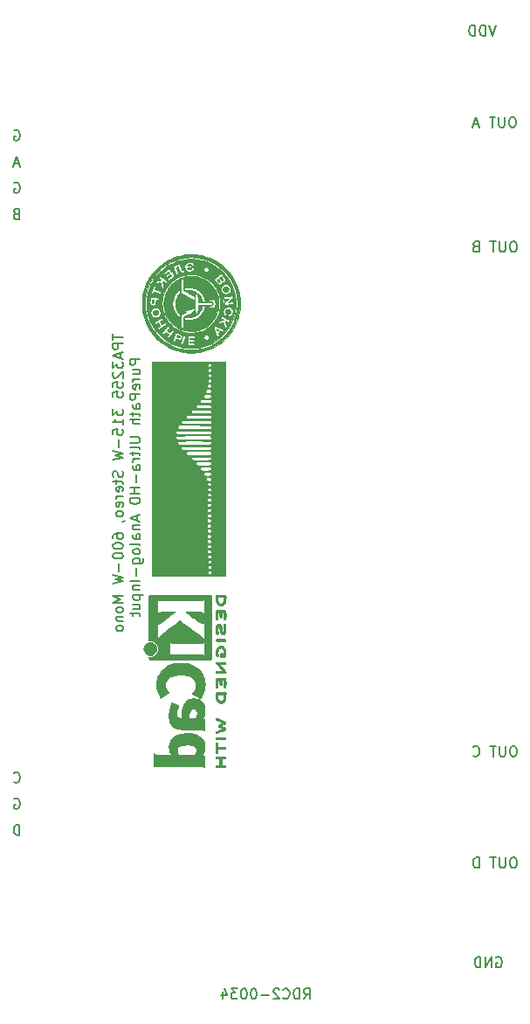
<source format=gbr>
G04 #@! TF.GenerationSoftware,KiCad,Pcbnew,(5.0.0)*
G04 #@! TF.CreationDate,2018-08-29T15:59:37+03:00*
G04 #@! TF.ProjectId,RDC2-0034A,524443322D30303334412E6B69636164,rev?*
G04 #@! TF.SameCoordinates,Original*
G04 #@! TF.FileFunction,Legend,Bot*
G04 #@! TF.FilePolarity,Positive*
%FSLAX46Y46*%
G04 Gerber Fmt 4.6, Leading zero omitted, Abs format (unit mm)*
G04 Created by KiCad (PCBNEW (5.0.0)) date 08/29/18 15:59:37*
%MOMM*%
%LPD*%
G01*
G04 APERTURE LIST*
%ADD10C,0.150000*%
%ADD11C,0.010000*%
G04 APERTURE END LIST*
D10*
X74668095Y-48395000D02*
X74763333Y-48347380D01*
X74906190Y-48347380D01*
X75049047Y-48395000D01*
X75144285Y-48490238D01*
X75191904Y-48585476D01*
X75239523Y-48775952D01*
X75239523Y-48918809D01*
X75191904Y-49109285D01*
X75144285Y-49204523D01*
X75049047Y-49299761D01*
X74906190Y-49347380D01*
X74810952Y-49347380D01*
X74668095Y-49299761D01*
X74620476Y-49252142D01*
X74620476Y-48918809D01*
X74810952Y-48918809D01*
X102750476Y-132532380D02*
X103083809Y-132056190D01*
X103321904Y-132532380D02*
X103321904Y-131532380D01*
X102940952Y-131532380D01*
X102845714Y-131580000D01*
X102798095Y-131627619D01*
X102750476Y-131722857D01*
X102750476Y-131865714D01*
X102798095Y-131960952D01*
X102845714Y-132008571D01*
X102940952Y-132056190D01*
X103321904Y-132056190D01*
X102321904Y-132532380D02*
X102321904Y-131532380D01*
X102083809Y-131532380D01*
X101940952Y-131580000D01*
X101845714Y-131675238D01*
X101798095Y-131770476D01*
X101750476Y-131960952D01*
X101750476Y-132103809D01*
X101798095Y-132294285D01*
X101845714Y-132389523D01*
X101940952Y-132484761D01*
X102083809Y-132532380D01*
X102321904Y-132532380D01*
X100750476Y-132437142D02*
X100798095Y-132484761D01*
X100940952Y-132532380D01*
X101036190Y-132532380D01*
X101179047Y-132484761D01*
X101274285Y-132389523D01*
X101321904Y-132294285D01*
X101369523Y-132103809D01*
X101369523Y-131960952D01*
X101321904Y-131770476D01*
X101274285Y-131675238D01*
X101179047Y-131580000D01*
X101036190Y-131532380D01*
X100940952Y-131532380D01*
X100798095Y-131580000D01*
X100750476Y-131627619D01*
X100369523Y-131627619D02*
X100321904Y-131580000D01*
X100226666Y-131532380D01*
X99988571Y-131532380D01*
X99893333Y-131580000D01*
X99845714Y-131627619D01*
X99798095Y-131722857D01*
X99798095Y-131818095D01*
X99845714Y-131960952D01*
X100417142Y-132532380D01*
X99798095Y-132532380D01*
X99369523Y-132151428D02*
X98607619Y-132151428D01*
X97940952Y-131532380D02*
X97845714Y-131532380D01*
X97750476Y-131580000D01*
X97702857Y-131627619D01*
X97655238Y-131722857D01*
X97607619Y-131913333D01*
X97607619Y-132151428D01*
X97655238Y-132341904D01*
X97702857Y-132437142D01*
X97750476Y-132484761D01*
X97845714Y-132532380D01*
X97940952Y-132532380D01*
X98036190Y-132484761D01*
X98083809Y-132437142D01*
X98131428Y-132341904D01*
X98179047Y-132151428D01*
X98179047Y-131913333D01*
X98131428Y-131722857D01*
X98083809Y-131627619D01*
X98036190Y-131580000D01*
X97940952Y-131532380D01*
X96988571Y-131532380D02*
X96893333Y-131532380D01*
X96798095Y-131580000D01*
X96750476Y-131627619D01*
X96702857Y-131722857D01*
X96655238Y-131913333D01*
X96655238Y-132151428D01*
X96702857Y-132341904D01*
X96750476Y-132437142D01*
X96798095Y-132484761D01*
X96893333Y-132532380D01*
X96988571Y-132532380D01*
X97083809Y-132484761D01*
X97131428Y-132437142D01*
X97179047Y-132341904D01*
X97226666Y-132151428D01*
X97226666Y-131913333D01*
X97179047Y-131722857D01*
X97131428Y-131627619D01*
X97083809Y-131580000D01*
X96988571Y-131532380D01*
X96321904Y-131532380D02*
X95702857Y-131532380D01*
X96036190Y-131913333D01*
X95893333Y-131913333D01*
X95798095Y-131960952D01*
X95750476Y-132008571D01*
X95702857Y-132103809D01*
X95702857Y-132341904D01*
X95750476Y-132437142D01*
X95798095Y-132484761D01*
X95893333Y-132532380D01*
X96179047Y-132532380D01*
X96274285Y-132484761D01*
X96321904Y-132437142D01*
X94845714Y-131865714D02*
X94845714Y-132532380D01*
X95083809Y-131484761D02*
X95321904Y-132199047D01*
X94702857Y-132199047D01*
X75191904Y-116657380D02*
X75191904Y-115657380D01*
X74953809Y-115657380D01*
X74810952Y-115705000D01*
X74715714Y-115800238D01*
X74668095Y-115895476D01*
X74620476Y-116085952D01*
X74620476Y-116228809D01*
X74668095Y-116419285D01*
X74715714Y-116514523D01*
X74810952Y-116609761D01*
X74953809Y-116657380D01*
X75191904Y-116657380D01*
X74668095Y-113165000D02*
X74763333Y-113117380D01*
X74906190Y-113117380D01*
X75049047Y-113165000D01*
X75144285Y-113260238D01*
X75191904Y-113355476D01*
X75239523Y-113545952D01*
X75239523Y-113688809D01*
X75191904Y-113879285D01*
X75144285Y-113974523D01*
X75049047Y-114069761D01*
X74906190Y-114117380D01*
X74810952Y-114117380D01*
X74668095Y-114069761D01*
X74620476Y-114022142D01*
X74620476Y-113688809D01*
X74810952Y-113688809D01*
X74620476Y-111482142D02*
X74668095Y-111529761D01*
X74810952Y-111577380D01*
X74906190Y-111577380D01*
X75049047Y-111529761D01*
X75144285Y-111434523D01*
X75191904Y-111339285D01*
X75239523Y-111148809D01*
X75239523Y-111005952D01*
X75191904Y-110815476D01*
X75144285Y-110720238D01*
X75049047Y-110625000D01*
X74906190Y-110577380D01*
X74810952Y-110577380D01*
X74668095Y-110625000D01*
X74620476Y-110672619D01*
X74858571Y-56443571D02*
X74715714Y-56491190D01*
X74668095Y-56538809D01*
X74620476Y-56634047D01*
X74620476Y-56776904D01*
X74668095Y-56872142D01*
X74715714Y-56919761D01*
X74810952Y-56967380D01*
X75191904Y-56967380D01*
X75191904Y-55967380D01*
X74858571Y-55967380D01*
X74763333Y-56015000D01*
X74715714Y-56062619D01*
X74668095Y-56157857D01*
X74668095Y-56253095D01*
X74715714Y-56348333D01*
X74763333Y-56395952D01*
X74858571Y-56443571D01*
X75191904Y-56443571D01*
X74668095Y-53475000D02*
X74763333Y-53427380D01*
X74906190Y-53427380D01*
X75049047Y-53475000D01*
X75144285Y-53570238D01*
X75191904Y-53665476D01*
X75239523Y-53855952D01*
X75239523Y-53998809D01*
X75191904Y-54189285D01*
X75144285Y-54284523D01*
X75049047Y-54379761D01*
X74906190Y-54427380D01*
X74810952Y-54427380D01*
X74668095Y-54379761D01*
X74620476Y-54332142D01*
X74620476Y-53998809D01*
X74810952Y-53998809D01*
X75168095Y-51601666D02*
X74691904Y-51601666D01*
X75263333Y-51887380D02*
X74930000Y-50887380D01*
X74596666Y-51887380D01*
X121411904Y-128532000D02*
X121507142Y-128484380D01*
X121650000Y-128484380D01*
X121792857Y-128532000D01*
X121888095Y-128627238D01*
X121935714Y-128722476D01*
X121983333Y-128912952D01*
X121983333Y-129055809D01*
X121935714Y-129246285D01*
X121888095Y-129341523D01*
X121792857Y-129436761D01*
X121650000Y-129484380D01*
X121554761Y-129484380D01*
X121411904Y-129436761D01*
X121364285Y-129389142D01*
X121364285Y-129055809D01*
X121554761Y-129055809D01*
X120935714Y-129484380D02*
X120935714Y-128484380D01*
X120364285Y-129484380D01*
X120364285Y-128484380D01*
X119888095Y-129484380D02*
X119888095Y-128484380D01*
X119650000Y-128484380D01*
X119507142Y-128532000D01*
X119411904Y-128627238D01*
X119364285Y-128722476D01*
X119316666Y-128912952D01*
X119316666Y-129055809D01*
X119364285Y-129246285D01*
X119411904Y-129341523D01*
X119507142Y-129436761D01*
X119650000Y-129484380D01*
X119888095Y-129484380D01*
X121348333Y-38187380D02*
X121015000Y-39187380D01*
X120681666Y-38187380D01*
X120348333Y-39187380D02*
X120348333Y-38187380D01*
X120110238Y-38187380D01*
X119967380Y-38235000D01*
X119872142Y-38330238D01*
X119824523Y-38425476D01*
X119776904Y-38615952D01*
X119776904Y-38758809D01*
X119824523Y-38949285D01*
X119872142Y-39044523D01*
X119967380Y-39139761D01*
X120110238Y-39187380D01*
X120348333Y-39187380D01*
X119348333Y-39187380D02*
X119348333Y-38187380D01*
X119110238Y-38187380D01*
X118967380Y-38235000D01*
X118872142Y-38330238D01*
X118824523Y-38425476D01*
X118776904Y-38615952D01*
X118776904Y-38758809D01*
X118824523Y-38949285D01*
X118872142Y-39044523D01*
X118967380Y-39139761D01*
X119110238Y-39187380D01*
X119348333Y-39187380D01*
X84225380Y-68121476D02*
X84225380Y-68692904D01*
X85225380Y-68407190D02*
X84225380Y-68407190D01*
X85225380Y-69026238D02*
X84225380Y-69026238D01*
X84225380Y-69407190D01*
X84273000Y-69502428D01*
X84320619Y-69550047D01*
X84415857Y-69597666D01*
X84558714Y-69597666D01*
X84653952Y-69550047D01*
X84701571Y-69502428D01*
X84749190Y-69407190D01*
X84749190Y-69026238D01*
X84939666Y-69978619D02*
X84939666Y-70454809D01*
X85225380Y-69883380D02*
X84225380Y-70216714D01*
X85225380Y-70550047D01*
X84225380Y-70788142D02*
X84225380Y-71407190D01*
X84606333Y-71073857D01*
X84606333Y-71216714D01*
X84653952Y-71311952D01*
X84701571Y-71359571D01*
X84796809Y-71407190D01*
X85034904Y-71407190D01*
X85130142Y-71359571D01*
X85177761Y-71311952D01*
X85225380Y-71216714D01*
X85225380Y-70931000D01*
X85177761Y-70835761D01*
X85130142Y-70788142D01*
X84320619Y-71788142D02*
X84273000Y-71835761D01*
X84225380Y-71931000D01*
X84225380Y-72169095D01*
X84273000Y-72264333D01*
X84320619Y-72311952D01*
X84415857Y-72359571D01*
X84511095Y-72359571D01*
X84653952Y-72311952D01*
X85225380Y-71740523D01*
X85225380Y-72359571D01*
X84225380Y-73264333D02*
X84225380Y-72788142D01*
X84701571Y-72740523D01*
X84653952Y-72788142D01*
X84606333Y-72883380D01*
X84606333Y-73121476D01*
X84653952Y-73216714D01*
X84701571Y-73264333D01*
X84796809Y-73311952D01*
X85034904Y-73311952D01*
X85130142Y-73264333D01*
X85177761Y-73216714D01*
X85225380Y-73121476D01*
X85225380Y-72883380D01*
X85177761Y-72788142D01*
X85130142Y-72740523D01*
X84225380Y-74216714D02*
X84225380Y-73740523D01*
X84701571Y-73692904D01*
X84653952Y-73740523D01*
X84606333Y-73835761D01*
X84606333Y-74073857D01*
X84653952Y-74169095D01*
X84701571Y-74216714D01*
X84796809Y-74264333D01*
X85034904Y-74264333D01*
X85130142Y-74216714D01*
X85177761Y-74169095D01*
X85225380Y-74073857D01*
X85225380Y-73835761D01*
X85177761Y-73740523D01*
X85130142Y-73692904D01*
X84225380Y-75359571D02*
X84225380Y-75978619D01*
X84606333Y-75645285D01*
X84606333Y-75788142D01*
X84653952Y-75883380D01*
X84701571Y-75931000D01*
X84796809Y-75978619D01*
X85034904Y-75978619D01*
X85130142Y-75931000D01*
X85177761Y-75883380D01*
X85225380Y-75788142D01*
X85225380Y-75502428D01*
X85177761Y-75407190D01*
X85130142Y-75359571D01*
X85225380Y-76931000D02*
X85225380Y-76359571D01*
X85225380Y-76645285D02*
X84225380Y-76645285D01*
X84368238Y-76550047D01*
X84463476Y-76454809D01*
X84511095Y-76359571D01*
X84225380Y-77835761D02*
X84225380Y-77359571D01*
X84701571Y-77311952D01*
X84653952Y-77359571D01*
X84606333Y-77454809D01*
X84606333Y-77692904D01*
X84653952Y-77788142D01*
X84701571Y-77835761D01*
X84796809Y-77883380D01*
X85034904Y-77883380D01*
X85130142Y-77835761D01*
X85177761Y-77788142D01*
X85225380Y-77692904D01*
X85225380Y-77454809D01*
X85177761Y-77359571D01*
X85130142Y-77311952D01*
X84844428Y-78311952D02*
X84844428Y-79073857D01*
X84225380Y-79454809D02*
X85225380Y-79692904D01*
X84511095Y-79883380D01*
X85225380Y-80073857D01*
X84225380Y-80311952D01*
X85177761Y-81407190D02*
X85225380Y-81550047D01*
X85225380Y-81788142D01*
X85177761Y-81883380D01*
X85130142Y-81931000D01*
X85034904Y-81978619D01*
X84939666Y-81978619D01*
X84844428Y-81931000D01*
X84796809Y-81883380D01*
X84749190Y-81788142D01*
X84701571Y-81597666D01*
X84653952Y-81502428D01*
X84606333Y-81454809D01*
X84511095Y-81407190D01*
X84415857Y-81407190D01*
X84320619Y-81454809D01*
X84273000Y-81502428D01*
X84225380Y-81597666D01*
X84225380Y-81835761D01*
X84273000Y-81978619D01*
X84558714Y-82264333D02*
X84558714Y-82645285D01*
X84225380Y-82407190D02*
X85082523Y-82407190D01*
X85177761Y-82454809D01*
X85225380Y-82550047D01*
X85225380Y-82645285D01*
X85177761Y-83359571D02*
X85225380Y-83264333D01*
X85225380Y-83073857D01*
X85177761Y-82978619D01*
X85082523Y-82931000D01*
X84701571Y-82931000D01*
X84606333Y-82978619D01*
X84558714Y-83073857D01*
X84558714Y-83264333D01*
X84606333Y-83359571D01*
X84701571Y-83407190D01*
X84796809Y-83407190D01*
X84892047Y-82931000D01*
X85225380Y-83835761D02*
X84558714Y-83835761D01*
X84749190Y-83835761D02*
X84653952Y-83883380D01*
X84606333Y-83931000D01*
X84558714Y-84026238D01*
X84558714Y-84121476D01*
X85177761Y-84835761D02*
X85225380Y-84740523D01*
X85225380Y-84550047D01*
X85177761Y-84454809D01*
X85082523Y-84407190D01*
X84701571Y-84407190D01*
X84606333Y-84454809D01*
X84558714Y-84550047D01*
X84558714Y-84740523D01*
X84606333Y-84835761D01*
X84701571Y-84883380D01*
X84796809Y-84883380D01*
X84892047Y-84407190D01*
X85225380Y-85454809D02*
X85177761Y-85359571D01*
X85130142Y-85311952D01*
X85034904Y-85264333D01*
X84749190Y-85264333D01*
X84653952Y-85311952D01*
X84606333Y-85359571D01*
X84558714Y-85454809D01*
X84558714Y-85597666D01*
X84606333Y-85692904D01*
X84653952Y-85740523D01*
X84749190Y-85788142D01*
X85034904Y-85788142D01*
X85130142Y-85740523D01*
X85177761Y-85692904D01*
X85225380Y-85597666D01*
X85225380Y-85454809D01*
X85177761Y-86264333D02*
X85225380Y-86264333D01*
X85320619Y-86216714D01*
X85368238Y-86169095D01*
X84225380Y-87883380D02*
X84225380Y-87692904D01*
X84273000Y-87597666D01*
X84320619Y-87550047D01*
X84463476Y-87454809D01*
X84653952Y-87407190D01*
X85034904Y-87407190D01*
X85130142Y-87454809D01*
X85177761Y-87502428D01*
X85225380Y-87597666D01*
X85225380Y-87788142D01*
X85177761Y-87883380D01*
X85130142Y-87931000D01*
X85034904Y-87978619D01*
X84796809Y-87978619D01*
X84701571Y-87931000D01*
X84653952Y-87883380D01*
X84606333Y-87788142D01*
X84606333Y-87597666D01*
X84653952Y-87502428D01*
X84701571Y-87454809D01*
X84796809Y-87407190D01*
X84225380Y-88597666D02*
X84225380Y-88692904D01*
X84273000Y-88788142D01*
X84320619Y-88835761D01*
X84415857Y-88883380D01*
X84606333Y-88931000D01*
X84844428Y-88931000D01*
X85034904Y-88883380D01*
X85130142Y-88835761D01*
X85177761Y-88788142D01*
X85225380Y-88692904D01*
X85225380Y-88597666D01*
X85177761Y-88502428D01*
X85130142Y-88454809D01*
X85034904Y-88407190D01*
X84844428Y-88359571D01*
X84606333Y-88359571D01*
X84415857Y-88407190D01*
X84320619Y-88454809D01*
X84273000Y-88502428D01*
X84225380Y-88597666D01*
X84225380Y-89550047D02*
X84225380Y-89645285D01*
X84273000Y-89740523D01*
X84320619Y-89788142D01*
X84415857Y-89835761D01*
X84606333Y-89883380D01*
X84844428Y-89883380D01*
X85034904Y-89835761D01*
X85130142Y-89788142D01*
X85177761Y-89740523D01*
X85225380Y-89645285D01*
X85225380Y-89550047D01*
X85177761Y-89454809D01*
X85130142Y-89407190D01*
X85034904Y-89359571D01*
X84844428Y-89311952D01*
X84606333Y-89311952D01*
X84415857Y-89359571D01*
X84320619Y-89407190D01*
X84273000Y-89454809D01*
X84225380Y-89550047D01*
X84844428Y-90311952D02*
X84844428Y-91073857D01*
X84225380Y-91454809D02*
X85225380Y-91692904D01*
X84511095Y-91883380D01*
X85225380Y-92073857D01*
X84225380Y-92311952D01*
X85225380Y-93454809D02*
X84225380Y-93454809D01*
X84939666Y-93788142D01*
X84225380Y-94121476D01*
X85225380Y-94121476D01*
X85225380Y-94740523D02*
X85177761Y-94645285D01*
X85130142Y-94597666D01*
X85034904Y-94550047D01*
X84749190Y-94550047D01*
X84653952Y-94597666D01*
X84606333Y-94645285D01*
X84558714Y-94740523D01*
X84558714Y-94883380D01*
X84606333Y-94978619D01*
X84653952Y-95026238D01*
X84749190Y-95073857D01*
X85034904Y-95073857D01*
X85130142Y-95026238D01*
X85177761Y-94978619D01*
X85225380Y-94883380D01*
X85225380Y-94740523D01*
X84558714Y-95502428D02*
X85225380Y-95502428D01*
X84653952Y-95502428D02*
X84606333Y-95550047D01*
X84558714Y-95645285D01*
X84558714Y-95788142D01*
X84606333Y-95883380D01*
X84701571Y-95930999D01*
X85225380Y-95930999D01*
X85225380Y-96550047D02*
X85177761Y-96454809D01*
X85130142Y-96407190D01*
X85034904Y-96359571D01*
X84749190Y-96359571D01*
X84653952Y-96407190D01*
X84606333Y-96454809D01*
X84558714Y-96550047D01*
X84558714Y-96692904D01*
X84606333Y-96788142D01*
X84653952Y-96835761D01*
X84749190Y-96883380D01*
X85034904Y-96883380D01*
X85130142Y-96835761D01*
X85177761Y-96788142D01*
X85225380Y-96692904D01*
X85225380Y-96550047D01*
X86875380Y-70550047D02*
X85875380Y-70550047D01*
X85875380Y-70931000D01*
X85923000Y-71026238D01*
X85970619Y-71073857D01*
X86065857Y-71121476D01*
X86208714Y-71121476D01*
X86303952Y-71073857D01*
X86351571Y-71026238D01*
X86399190Y-70931000D01*
X86399190Y-70550047D01*
X86208714Y-71978619D02*
X86875380Y-71978619D01*
X86208714Y-71550047D02*
X86732523Y-71550047D01*
X86827761Y-71597666D01*
X86875380Y-71692904D01*
X86875380Y-71835761D01*
X86827761Y-71931000D01*
X86780142Y-71978619D01*
X86875380Y-72454809D02*
X86208714Y-72454809D01*
X86399190Y-72454809D02*
X86303952Y-72502428D01*
X86256333Y-72550047D01*
X86208714Y-72645285D01*
X86208714Y-72740523D01*
X86827761Y-73454809D02*
X86875380Y-73359571D01*
X86875380Y-73169095D01*
X86827761Y-73073857D01*
X86732523Y-73026238D01*
X86351571Y-73026238D01*
X86256333Y-73073857D01*
X86208714Y-73169095D01*
X86208714Y-73359571D01*
X86256333Y-73454809D01*
X86351571Y-73502428D01*
X86446809Y-73502428D01*
X86542047Y-73026238D01*
X86875380Y-73931000D02*
X85875380Y-73931000D01*
X85875380Y-74311952D01*
X85923000Y-74407190D01*
X85970619Y-74454809D01*
X86065857Y-74502428D01*
X86208714Y-74502428D01*
X86303952Y-74454809D01*
X86351571Y-74407190D01*
X86399190Y-74311952D01*
X86399190Y-73931000D01*
X86875380Y-75359571D02*
X86351571Y-75359571D01*
X86256333Y-75311952D01*
X86208714Y-75216714D01*
X86208714Y-75026238D01*
X86256333Y-74931000D01*
X86827761Y-75359571D02*
X86875380Y-75264333D01*
X86875380Y-75026238D01*
X86827761Y-74931000D01*
X86732523Y-74883380D01*
X86637285Y-74883380D01*
X86542047Y-74931000D01*
X86494428Y-75026238D01*
X86494428Y-75264333D01*
X86446809Y-75359571D01*
X86208714Y-75692904D02*
X86208714Y-76073857D01*
X85875380Y-75835761D02*
X86732523Y-75835761D01*
X86827761Y-75883380D01*
X86875380Y-75978619D01*
X86875380Y-76073857D01*
X86875380Y-76407190D02*
X85875380Y-76407190D01*
X86875380Y-76835761D02*
X86351571Y-76835761D01*
X86256333Y-76788142D01*
X86208714Y-76692904D01*
X86208714Y-76550047D01*
X86256333Y-76454809D01*
X86303952Y-76407190D01*
X85875380Y-78073857D02*
X86684904Y-78073857D01*
X86780142Y-78121476D01*
X86827761Y-78169095D01*
X86875380Y-78264333D01*
X86875380Y-78454809D01*
X86827761Y-78550047D01*
X86780142Y-78597666D01*
X86684904Y-78645285D01*
X85875380Y-78645285D01*
X86875380Y-79264333D02*
X86827761Y-79169095D01*
X86732523Y-79121476D01*
X85875380Y-79121476D01*
X86208714Y-79502428D02*
X86208714Y-79883380D01*
X85875380Y-79645285D02*
X86732523Y-79645285D01*
X86827761Y-79692904D01*
X86875380Y-79788142D01*
X86875380Y-79883380D01*
X86875380Y-80216714D02*
X86208714Y-80216714D01*
X86399190Y-80216714D02*
X86303952Y-80264333D01*
X86256333Y-80311952D01*
X86208714Y-80407190D01*
X86208714Y-80502428D01*
X86875380Y-81264333D02*
X86351571Y-81264333D01*
X86256333Y-81216714D01*
X86208714Y-81121476D01*
X86208714Y-80931000D01*
X86256333Y-80835761D01*
X86827761Y-81264333D02*
X86875380Y-81169095D01*
X86875380Y-80931000D01*
X86827761Y-80835761D01*
X86732523Y-80788142D01*
X86637285Y-80788142D01*
X86542047Y-80835761D01*
X86494428Y-80931000D01*
X86494428Y-81169095D01*
X86446809Y-81264333D01*
X86494428Y-81740523D02*
X86494428Y-82502428D01*
X86875380Y-82978619D02*
X85875380Y-82978619D01*
X86351571Y-82978619D02*
X86351571Y-83550047D01*
X86875380Y-83550047D02*
X85875380Y-83550047D01*
X86875380Y-84026238D02*
X85875380Y-84026238D01*
X85875380Y-84264333D01*
X85923000Y-84407190D01*
X86018238Y-84502428D01*
X86113476Y-84550047D01*
X86303952Y-84597666D01*
X86446809Y-84597666D01*
X86637285Y-84550047D01*
X86732523Y-84502428D01*
X86827761Y-84407190D01*
X86875380Y-84264333D01*
X86875380Y-84026238D01*
X86589666Y-85740523D02*
X86589666Y-86216714D01*
X86875380Y-85645285D02*
X85875380Y-85978619D01*
X86875380Y-86311952D01*
X86208714Y-86645285D02*
X86875380Y-86645285D01*
X86303952Y-86645285D02*
X86256333Y-86692904D01*
X86208714Y-86788142D01*
X86208714Y-86931000D01*
X86256333Y-87026238D01*
X86351571Y-87073857D01*
X86875380Y-87073857D01*
X86875380Y-87978619D02*
X86351571Y-87978619D01*
X86256333Y-87931000D01*
X86208714Y-87835761D01*
X86208714Y-87645285D01*
X86256333Y-87550047D01*
X86827761Y-87978619D02*
X86875380Y-87883380D01*
X86875380Y-87645285D01*
X86827761Y-87550047D01*
X86732523Y-87502428D01*
X86637285Y-87502428D01*
X86542047Y-87550047D01*
X86494428Y-87645285D01*
X86494428Y-87883380D01*
X86446809Y-87978619D01*
X86875380Y-88597666D02*
X86827761Y-88502428D01*
X86732523Y-88454809D01*
X85875380Y-88454809D01*
X86875380Y-89121476D02*
X86827761Y-89026238D01*
X86780142Y-88978619D01*
X86684904Y-88931000D01*
X86399190Y-88931000D01*
X86303952Y-88978619D01*
X86256333Y-89026238D01*
X86208714Y-89121476D01*
X86208714Y-89264333D01*
X86256333Y-89359571D01*
X86303952Y-89407190D01*
X86399190Y-89454809D01*
X86684904Y-89454809D01*
X86780142Y-89407190D01*
X86827761Y-89359571D01*
X86875380Y-89264333D01*
X86875380Y-89121476D01*
X86208714Y-90311952D02*
X87018238Y-90311952D01*
X87113476Y-90264333D01*
X87161095Y-90216714D01*
X87208714Y-90121476D01*
X87208714Y-89978619D01*
X87161095Y-89883380D01*
X86827761Y-90311952D02*
X86875380Y-90216714D01*
X86875380Y-90026238D01*
X86827761Y-89931000D01*
X86780142Y-89883380D01*
X86684904Y-89835761D01*
X86399190Y-89835761D01*
X86303952Y-89883380D01*
X86256333Y-89931000D01*
X86208714Y-90026238D01*
X86208714Y-90216714D01*
X86256333Y-90311952D01*
X86494428Y-90788142D02*
X86494428Y-91550047D01*
X86875380Y-92026238D02*
X85875380Y-92026238D01*
X86208714Y-92502428D02*
X86875380Y-92502428D01*
X86303952Y-92502428D02*
X86256333Y-92550047D01*
X86208714Y-92645285D01*
X86208714Y-92788142D01*
X86256333Y-92883380D01*
X86351571Y-92931000D01*
X86875380Y-92931000D01*
X86208714Y-93407190D02*
X87208714Y-93407190D01*
X86256333Y-93407190D02*
X86208714Y-93502428D01*
X86208714Y-93692904D01*
X86256333Y-93788142D01*
X86303952Y-93835761D01*
X86399190Y-93883380D01*
X86684904Y-93883380D01*
X86780142Y-93835761D01*
X86827761Y-93788142D01*
X86875380Y-93692904D01*
X86875380Y-93502428D01*
X86827761Y-93407190D01*
X86208714Y-94740523D02*
X86875380Y-94740523D01*
X86208714Y-94311952D02*
X86732523Y-94311952D01*
X86827761Y-94359571D01*
X86875380Y-94454809D01*
X86875380Y-94597666D01*
X86827761Y-94692904D01*
X86780142Y-94740523D01*
X86208714Y-95073857D02*
X86208714Y-95454809D01*
X85875380Y-95216714D02*
X86732523Y-95216714D01*
X86827761Y-95264333D01*
X86875380Y-95359571D01*
X86875380Y-95454809D01*
X123165952Y-118832380D02*
X122975476Y-118832380D01*
X122880238Y-118880000D01*
X122785000Y-118975238D01*
X122737380Y-119165714D01*
X122737380Y-119499047D01*
X122785000Y-119689523D01*
X122880238Y-119784761D01*
X122975476Y-119832380D01*
X123165952Y-119832380D01*
X123261190Y-119784761D01*
X123356428Y-119689523D01*
X123404047Y-119499047D01*
X123404047Y-119165714D01*
X123356428Y-118975238D01*
X123261190Y-118880000D01*
X123165952Y-118832380D01*
X122308809Y-118832380D02*
X122308809Y-119641904D01*
X122261190Y-119737142D01*
X122213571Y-119784761D01*
X122118333Y-119832380D01*
X121927857Y-119832380D01*
X121832619Y-119784761D01*
X121785000Y-119737142D01*
X121737380Y-119641904D01*
X121737380Y-118832380D01*
X121404047Y-118832380D02*
X120832619Y-118832380D01*
X121118333Y-119832380D02*
X121118333Y-118832380D01*
X119737380Y-119832380D02*
X119737380Y-118832380D01*
X119499285Y-118832380D01*
X119356428Y-118880000D01*
X119261190Y-118975238D01*
X119213571Y-119070476D01*
X119165952Y-119260952D01*
X119165952Y-119403809D01*
X119213571Y-119594285D01*
X119261190Y-119689523D01*
X119356428Y-119784761D01*
X119499285Y-119832380D01*
X119737380Y-119832380D01*
X123165952Y-108037380D02*
X122975476Y-108037380D01*
X122880238Y-108085000D01*
X122785000Y-108180238D01*
X122737380Y-108370714D01*
X122737380Y-108704047D01*
X122785000Y-108894523D01*
X122880238Y-108989761D01*
X122975476Y-109037380D01*
X123165952Y-109037380D01*
X123261190Y-108989761D01*
X123356428Y-108894523D01*
X123404047Y-108704047D01*
X123404047Y-108370714D01*
X123356428Y-108180238D01*
X123261190Y-108085000D01*
X123165952Y-108037380D01*
X122308809Y-108037380D02*
X122308809Y-108846904D01*
X122261190Y-108942142D01*
X122213571Y-108989761D01*
X122118333Y-109037380D01*
X121927857Y-109037380D01*
X121832619Y-108989761D01*
X121785000Y-108942142D01*
X121737380Y-108846904D01*
X121737380Y-108037380D01*
X121404047Y-108037380D02*
X120832619Y-108037380D01*
X121118333Y-109037380D02*
X121118333Y-108037380D01*
X119165952Y-108942142D02*
X119213571Y-108989761D01*
X119356428Y-109037380D01*
X119451666Y-109037380D01*
X119594523Y-108989761D01*
X119689761Y-108894523D01*
X119737380Y-108799285D01*
X119785000Y-108608809D01*
X119785000Y-108465952D01*
X119737380Y-108275476D01*
X119689761Y-108180238D01*
X119594523Y-108085000D01*
X119451666Y-108037380D01*
X119356428Y-108037380D01*
X119213571Y-108085000D01*
X119165952Y-108132619D01*
X123165952Y-59142380D02*
X122975476Y-59142380D01*
X122880238Y-59190000D01*
X122785000Y-59285238D01*
X122737380Y-59475714D01*
X122737380Y-59809047D01*
X122785000Y-59999523D01*
X122880238Y-60094761D01*
X122975476Y-60142380D01*
X123165952Y-60142380D01*
X123261190Y-60094761D01*
X123356428Y-59999523D01*
X123404047Y-59809047D01*
X123404047Y-59475714D01*
X123356428Y-59285238D01*
X123261190Y-59190000D01*
X123165952Y-59142380D01*
X122308809Y-59142380D02*
X122308809Y-59951904D01*
X122261190Y-60047142D01*
X122213571Y-60094761D01*
X122118333Y-60142380D01*
X121927857Y-60142380D01*
X121832619Y-60094761D01*
X121785000Y-60047142D01*
X121737380Y-59951904D01*
X121737380Y-59142380D01*
X121404047Y-59142380D02*
X120832619Y-59142380D01*
X121118333Y-60142380D02*
X121118333Y-59142380D01*
X119404047Y-59618571D02*
X119261190Y-59666190D01*
X119213571Y-59713809D01*
X119165952Y-59809047D01*
X119165952Y-59951904D01*
X119213571Y-60047142D01*
X119261190Y-60094761D01*
X119356428Y-60142380D01*
X119737380Y-60142380D01*
X119737380Y-59142380D01*
X119404047Y-59142380D01*
X119308809Y-59190000D01*
X119261190Y-59237619D01*
X119213571Y-59332857D01*
X119213571Y-59428095D01*
X119261190Y-59523333D01*
X119308809Y-59570952D01*
X119404047Y-59618571D01*
X119737380Y-59618571D01*
X123094523Y-47077380D02*
X122904047Y-47077380D01*
X122808809Y-47125000D01*
X122713571Y-47220238D01*
X122665952Y-47410714D01*
X122665952Y-47744047D01*
X122713571Y-47934523D01*
X122808809Y-48029761D01*
X122904047Y-48077380D01*
X123094523Y-48077380D01*
X123189761Y-48029761D01*
X123285000Y-47934523D01*
X123332619Y-47744047D01*
X123332619Y-47410714D01*
X123285000Y-47220238D01*
X123189761Y-47125000D01*
X123094523Y-47077380D01*
X122237380Y-47077380D02*
X122237380Y-47886904D01*
X122189761Y-47982142D01*
X122142142Y-48029761D01*
X122046904Y-48077380D01*
X121856428Y-48077380D01*
X121761190Y-48029761D01*
X121713571Y-47982142D01*
X121665952Y-47886904D01*
X121665952Y-47077380D01*
X121332619Y-47077380D02*
X120761190Y-47077380D01*
X121046904Y-48077380D02*
X121046904Y-47077380D01*
X119713571Y-47791666D02*
X119237380Y-47791666D01*
X119808809Y-48077380D02*
X119475476Y-47077380D01*
X119142142Y-48077380D01*
D11*
G04 #@! TO.C,G\002A\002A\002A*
G36*
X95151222Y-91535250D02*
X95151222Y-70802500D01*
X93613359Y-70802500D01*
X93613359Y-70945375D01*
X93693540Y-70954149D01*
X93739513Y-70987780D01*
X93758006Y-71021361D01*
X93777831Y-71122477D01*
X93743290Y-71222071D01*
X93732274Y-71239062D01*
X93687190Y-71266427D01*
X93615065Y-71278700D01*
X93613111Y-71278720D01*
X93613111Y-71405750D01*
X93667564Y-71428199D01*
X93725474Y-71482333D01*
X93770650Y-71548335D01*
X93786900Y-71606385D01*
X93784982Y-71616133D01*
X93770063Y-71675664D01*
X93768333Y-71693281D01*
X93743839Y-71733963D01*
X93685072Y-71769074D01*
X93614109Y-71789308D01*
X93612258Y-71789189D01*
X93612258Y-71925187D01*
X93686109Y-71943570D01*
X93742499Y-72000050D01*
X93772775Y-72081926D01*
X93768282Y-72176498D01*
X93732274Y-72255062D01*
X93682495Y-72284805D01*
X93611062Y-72292992D01*
X93611062Y-72421750D01*
X93692309Y-72448325D01*
X93748770Y-72515383D01*
X93774506Y-72603926D01*
X93763578Y-72694954D01*
X93717756Y-72763062D01*
X93639599Y-72797630D01*
X93568830Y-72787505D01*
X93568830Y-72934391D01*
X93602511Y-72935703D01*
X93688224Y-72950952D01*
X93737934Y-72986284D01*
X93760201Y-73025000D01*
X93788382Y-73094470D01*
X93789443Y-73141221D01*
X93760101Y-73195233D01*
X93738062Y-73227093D01*
X93663941Y-73292514D01*
X93575741Y-73314192D01*
X93501184Y-73299100D01*
X93501184Y-73442856D01*
X93531456Y-73444151D01*
X93636264Y-73451723D01*
X93699385Y-73465337D01*
X93735572Y-73490558D01*
X93758139Y-73529652D01*
X93776093Y-73632014D01*
X93742168Y-73724003D01*
X93680721Y-73780404D01*
X93601756Y-73806641D01*
X93500494Y-73812641D01*
X93397228Y-73800489D01*
X93312252Y-73772269D01*
X93270215Y-73738237D01*
X93234938Y-73639488D01*
X93249285Y-73542357D01*
X93285230Y-73488759D01*
X93329919Y-73458395D01*
X93396892Y-73444002D01*
X93501184Y-73442856D01*
X93501184Y-73299100D01*
X93488514Y-73296535D01*
X93417314Y-73243951D01*
X93377195Y-73160848D01*
X93373222Y-73120250D01*
X93396288Y-73019644D01*
X93462824Y-72956619D01*
X93568830Y-72934391D01*
X93568830Y-72787505D01*
X93554824Y-72785500D01*
X93481068Y-72735904D01*
X93435964Y-72658074D01*
X93429666Y-72612250D01*
X93454280Y-72530719D01*
X93514875Y-72460863D01*
X93591584Y-72423549D01*
X93611062Y-72421750D01*
X93611062Y-72292992D01*
X93606580Y-72293506D01*
X93531706Y-72280984D01*
X93491755Y-72256650D01*
X93458586Y-72179623D01*
X93460716Y-72083566D01*
X93494708Y-71995634D01*
X93529600Y-71957603D01*
X93612258Y-71925187D01*
X93612258Y-71789189D01*
X93553023Y-71785358D01*
X93551456Y-71784718D01*
X93485206Y-71730805D01*
X93439212Y-71648778D01*
X93429666Y-71596894D01*
X93450922Y-71544890D01*
X93501563Y-71482025D01*
X93561904Y-71428811D01*
X93612258Y-71405762D01*
X93613111Y-71405750D01*
X93613111Y-71278720D01*
X93610306Y-71278750D01*
X93527546Y-71261576D01*
X93470131Y-71200537D01*
X93467273Y-71195716D01*
X93436199Y-71129866D01*
X93439910Y-71075898D01*
X93460649Y-71029028D01*
X93501111Y-70971684D01*
X93559531Y-70948339D01*
X93613359Y-70945375D01*
X93613359Y-70802500D01*
X93209657Y-70802500D01*
X93209657Y-73949253D01*
X93317701Y-73950242D01*
X93408973Y-73952660D01*
X93546757Y-73957350D01*
X93638905Y-73963804D01*
X93696220Y-73974602D01*
X93729506Y-73992319D01*
X93749568Y-74019534D01*
X93757237Y-74035742D01*
X93777826Y-74142220D01*
X93744281Y-74236182D01*
X93702091Y-74280096D01*
X93641408Y-74304109D01*
X93542290Y-74319810D01*
X93422301Y-74326875D01*
X93299004Y-74324981D01*
X93226134Y-74317512D01*
X93226134Y-74422000D01*
X93385143Y-74424348D01*
X93521171Y-74430879D01*
X93623689Y-74440819D01*
X93682167Y-74453395D01*
X93687113Y-74455825D01*
X93754062Y-74527410D01*
X93776840Y-74624048D01*
X93752809Y-74727796D01*
X93732274Y-74763312D01*
X93702756Y-74779549D01*
X93636333Y-74791180D01*
X93527647Y-74798642D01*
X93371344Y-74802371D01*
X93244782Y-74803000D01*
X93055501Y-74801691D01*
X93021727Y-74800337D01*
X93021727Y-74930000D01*
X93658010Y-74930000D01*
X93729035Y-75009903D01*
X93779241Y-75100613D01*
X93774494Y-75191551D01*
X93717756Y-75271312D01*
X93684766Y-75285169D01*
X93617801Y-75295751D01*
X93511996Y-75303336D01*
X93362489Y-75308197D01*
X93164415Y-75310611D01*
X93162036Y-75310617D01*
X93162036Y-75442919D01*
X93341965Y-75443651D01*
X93490964Y-75445467D01*
X93601556Y-75448296D01*
X93666266Y-75452067D01*
X93677832Y-75453879D01*
X93743311Y-75499696D01*
X93777095Y-75579116D01*
X93776674Y-75671388D01*
X93739539Y-75755764D01*
X93717232Y-75779743D01*
X93690720Y-75791394D01*
X93637419Y-75800416D01*
X93552474Y-75806971D01*
X93431031Y-75811221D01*
X93268235Y-75813329D01*
X93059233Y-75813458D01*
X92799170Y-75811770D01*
X92768653Y-75811493D01*
X92542328Y-75809397D01*
X92542328Y-75946486D01*
X92833724Y-75946534D01*
X93073819Y-75947303D01*
X93267757Y-75949323D01*
X93420682Y-75953121D01*
X93537736Y-75959225D01*
X93624064Y-75968163D01*
X93684809Y-75980463D01*
X93725115Y-75996654D01*
X93750125Y-76017263D01*
X93764982Y-76042818D01*
X93774604Y-76073000D01*
X93774191Y-76172460D01*
X93724192Y-76260293D01*
X93702091Y-76280346D01*
X93679036Y-76292465D01*
X93640165Y-76302360D01*
X93580281Y-76310242D01*
X93494188Y-76316319D01*
X93376690Y-76320803D01*
X93222588Y-76323902D01*
X93026687Y-76325826D01*
X92783789Y-76326785D01*
X92546642Y-76327000D01*
X92243219Y-76326145D01*
X91981721Y-76323633D01*
X91764822Y-76319539D01*
X91681488Y-76316788D01*
X91681488Y-76459819D01*
X91973916Y-76460031D01*
X92319963Y-76461568D01*
X92331386Y-76461635D01*
X93724342Y-76469875D01*
X93757183Y-76543992D01*
X93777822Y-76650428D01*
X93744320Y-76744379D01*
X93702091Y-76788346D01*
X93658209Y-76800762D01*
X93564818Y-76811501D01*
X93428836Y-76820570D01*
X93257178Y-76827977D01*
X93056762Y-76833729D01*
X92834504Y-76837831D01*
X92597321Y-76840291D01*
X92352129Y-76841117D01*
X92105844Y-76840314D01*
X91865383Y-76837890D01*
X91637663Y-76833851D01*
X91429600Y-76828205D01*
X91248110Y-76820959D01*
X91100111Y-76812118D01*
X90992518Y-76801691D01*
X90932249Y-76789684D01*
X90924168Y-76785574D01*
X90879151Y-76718641D01*
X90860707Y-76626959D01*
X90871094Y-76538156D01*
X90899937Y-76489335D01*
X90928017Y-76480486D01*
X90993326Y-76473280D01*
X91098597Y-76467662D01*
X91246559Y-76463582D01*
X91439946Y-76460985D01*
X91681488Y-76459819D01*
X91681488Y-76316788D01*
X91595193Y-76313938D01*
X91475507Y-76306905D01*
X91408437Y-76298516D01*
X91396458Y-76294522D01*
X91327475Y-76223156D01*
X91302943Y-76131322D01*
X91323793Y-76038231D01*
X91380724Y-75970298D01*
X91414903Y-75965188D01*
X91499336Y-75960440D01*
X91627832Y-75956182D01*
X91794202Y-75952540D01*
X91992254Y-75949643D01*
X92215799Y-75947615D01*
X92458645Y-75946585D01*
X92542328Y-75946486D01*
X92542328Y-75809397D01*
X91865476Y-75803125D01*
X91822071Y-75715812D01*
X91794607Y-75646743D01*
X91800105Y-75590556D01*
X91822070Y-75541187D01*
X91865474Y-75453875D01*
X92739292Y-75444992D01*
X92958653Y-75443343D01*
X93162036Y-75442919D01*
X93162036Y-75310617D01*
X93016650Y-75311000D01*
X92807802Y-75310830D01*
X92648179Y-75309837D01*
X92530562Y-75307291D01*
X92447730Y-75302467D01*
X92392466Y-75294636D01*
X92357548Y-75283070D01*
X92335759Y-75267043D01*
X92319878Y-75245826D01*
X92316489Y-75240435D01*
X92276422Y-75139512D01*
X92291147Y-75048743D01*
X92329000Y-74993500D01*
X92350326Y-74972940D01*
X92377914Y-74957360D01*
X92419254Y-74946074D01*
X92481836Y-74938395D01*
X92573152Y-74933636D01*
X92700690Y-74931110D01*
X92871942Y-74930132D01*
X93021727Y-74930000D01*
X93021727Y-74800337D01*
X92915342Y-74796071D01*
X92817006Y-74783600D01*
X92753193Y-74761739D01*
X92716602Y-74727948D01*
X92699935Y-74679688D01*
X92695891Y-74614417D01*
X92695888Y-74612032D01*
X92702596Y-74544800D01*
X92727459Y-74495209D01*
X92777588Y-74460712D01*
X92860093Y-74438758D01*
X92982087Y-74426801D01*
X93150678Y-74422291D01*
X93226134Y-74422000D01*
X93226134Y-74317512D01*
X93189959Y-74313804D01*
X93112730Y-74293022D01*
X93108609Y-74291016D01*
X93042058Y-74226611D01*
X93018037Y-74134886D01*
X93040852Y-74035246D01*
X93048627Y-74020736D01*
X93070573Y-73987326D01*
X93097274Y-73965683D01*
X93139908Y-73953696D01*
X93209657Y-73949253D01*
X93209657Y-70802500D01*
X90633101Y-70802500D01*
X90633101Y-76930250D01*
X92132016Y-76930250D01*
X92519763Y-76930883D01*
X92851435Y-76932789D01*
X93127390Y-76935974D01*
X93347986Y-76940447D01*
X93513583Y-76946216D01*
X93624539Y-76953288D01*
X93681211Y-76961671D01*
X93687113Y-76964075D01*
X93754062Y-77035660D01*
X93776840Y-77132298D01*
X93752809Y-77236046D01*
X93732274Y-77271562D01*
X93714216Y-77280533D01*
X93670931Y-77288148D01*
X93598778Y-77294499D01*
X93494121Y-77299677D01*
X93353319Y-77303772D01*
X93172734Y-77306876D01*
X92948726Y-77309080D01*
X92738477Y-77310161D01*
X92738477Y-77443518D01*
X93018866Y-77444542D01*
X93247898Y-77446920D01*
X93427265Y-77450678D01*
X93558659Y-77455842D01*
X93643771Y-77462439D01*
X93684294Y-77470494D01*
X93685848Y-77471313D01*
X93753108Y-77541691D01*
X93777581Y-77633381D01*
X93757243Y-77726123D01*
X93716662Y-77779562D01*
X93694552Y-77788411D01*
X93646883Y-77795948D01*
X93570089Y-77802259D01*
X93460609Y-77807428D01*
X93314879Y-77811540D01*
X93129336Y-77814680D01*
X92900417Y-77816933D01*
X92624559Y-77818384D01*
X92298199Y-77819117D01*
X92050661Y-77819250D01*
X92049103Y-77819250D01*
X92049103Y-77946250D01*
X93679569Y-77946250D01*
X93735332Y-78026002D01*
X93774731Y-78124037D01*
X93763712Y-78220669D01*
X93717003Y-78287562D01*
X93694804Y-78296412D01*
X93647035Y-78303950D01*
X93570131Y-78310261D01*
X93460529Y-78315431D01*
X93314667Y-78319543D01*
X93128983Y-78322683D01*
X92899912Y-78324936D01*
X92623893Y-78326386D01*
X92297363Y-78327118D01*
X92050661Y-78327250D01*
X91967900Y-78327220D01*
X91967900Y-78454245D01*
X92146441Y-78454250D01*
X92487313Y-78454305D01*
X92776135Y-78454727D01*
X93017301Y-78455902D01*
X93215204Y-78458215D01*
X93374238Y-78462051D01*
X93498797Y-78467796D01*
X93593275Y-78475836D01*
X93662066Y-78486556D01*
X93709564Y-78500341D01*
X93740163Y-78517577D01*
X93758256Y-78538649D01*
X93768238Y-78563943D01*
X93774503Y-78593845D01*
X93775098Y-78597125D01*
X93778561Y-78665402D01*
X93753737Y-78727792D01*
X93717333Y-78779687D01*
X93705016Y-78791819D01*
X93685101Y-78802053D01*
X93653064Y-78810549D01*
X93604381Y-78817468D01*
X93534527Y-78822970D01*
X93438977Y-78827214D01*
X93313208Y-78830362D01*
X93152695Y-78832572D01*
X92952913Y-78834006D01*
X92709338Y-78834822D01*
X92417446Y-78835182D01*
X92147461Y-78835250D01*
X91800817Y-78835226D01*
X91506362Y-78834830D01*
X91259839Y-78833569D01*
X91056992Y-78830954D01*
X90905942Y-78826831D01*
X90905942Y-78978125D01*
X93724333Y-78978125D01*
X93757179Y-79052242D01*
X93777822Y-79158674D01*
X93744323Y-79252624D01*
X93702091Y-79296596D01*
X93680824Y-79307719D01*
X93644609Y-79316971D01*
X93588713Y-79324513D01*
X93508402Y-79330502D01*
X93398943Y-79335099D01*
X93255604Y-79338463D01*
X93073652Y-79340754D01*
X92848352Y-79342130D01*
X92574973Y-79342751D01*
X92329775Y-79342816D01*
X92061013Y-79342347D01*
X91904820Y-79341623D01*
X91904820Y-79441470D01*
X92100542Y-79442099D01*
X92343003Y-79443700D01*
X92562262Y-79445407D01*
X93688696Y-79454375D01*
X93742626Y-79529329D01*
X93788349Y-79613993D01*
X93785484Y-79686955D01*
X93732851Y-79766979D01*
X93727282Y-79773318D01*
X93658010Y-79851250D01*
X92545755Y-79851250D01*
X92329689Y-79851174D01*
X92329689Y-79982677D01*
X92533231Y-79983591D01*
X92787242Y-79985648D01*
X92793843Y-79985707D01*
X93724353Y-79994125D01*
X93758017Y-80070111D01*
X93777831Y-80171237D01*
X93743280Y-80270837D01*
X93732274Y-80287812D01*
X93710649Y-80299450D01*
X93679569Y-80305216D01*
X93679569Y-80454500D01*
X93735332Y-80534252D01*
X93774731Y-80632287D01*
X93763712Y-80728919D01*
X93717003Y-80795812D01*
X93684041Y-80809795D01*
X93616910Y-80820442D01*
X93510723Y-80828033D01*
X93360593Y-80832852D01*
X93216338Y-80834539D01*
X93216338Y-80962933D01*
X93398863Y-80964123D01*
X93533144Y-80968455D01*
X93627370Y-80977755D01*
X93689729Y-80993850D01*
X93728411Y-81018568D01*
X93751604Y-81053735D01*
X93762801Y-81084861D01*
X93775619Y-81193328D01*
X93738039Y-81278022D01*
X93713637Y-81302802D01*
X93666183Y-81320513D01*
X93568894Y-81332909D01*
X93419527Y-81340181D01*
X93400424Y-81340433D01*
X93400424Y-81470500D01*
X93551187Y-81474491D01*
X93655201Y-81488584D01*
X93721823Y-81515955D01*
X93760412Y-81559779D01*
X93774604Y-81597500D01*
X93774191Y-81696960D01*
X93724192Y-81784793D01*
X93702091Y-81804846D01*
X93639654Y-81829763D01*
X93539322Y-81845290D01*
X93468474Y-81848800D01*
X93468474Y-81976161D01*
X93576384Y-81977922D01*
X93674501Y-82000639D01*
X93740111Y-82042000D01*
X93788387Y-82119756D01*
X93784981Y-82194832D01*
X93729243Y-82279351D01*
X93727282Y-82281568D01*
X93665883Y-82333516D01*
X93589340Y-82356157D01*
X93574675Y-82356873D01*
X93574675Y-82491237D01*
X93603309Y-82492497D01*
X93689504Y-82508233D01*
X93739023Y-82544444D01*
X93758180Y-82578361D01*
X93777836Y-82679645D01*
X93743112Y-82779363D01*
X93732274Y-82796062D01*
X93685440Y-82822601D01*
X93607628Y-82834150D01*
X93604088Y-82834002D01*
X93604088Y-82962750D01*
X93659748Y-82984154D01*
X93723236Y-83036320D01*
X93729035Y-83042653D01*
X93779241Y-83133363D01*
X93774494Y-83224301D01*
X93717756Y-83304062D01*
X93638945Y-83340246D01*
X93579632Y-83335420D01*
X93579632Y-83476433D01*
X93659944Y-83495754D01*
X93726181Y-83549199D01*
X93769388Y-83624459D01*
X93780611Y-83709224D01*
X93750896Y-83791184D01*
X93725035Y-83820900D01*
X93675165Y-83840389D01*
X93595469Y-83847092D01*
X93566468Y-83845752D01*
X93548691Y-83842508D01*
X93548691Y-83982259D01*
X93644083Y-83987906D01*
X93701383Y-84012670D01*
X93760278Y-84077936D01*
X93778777Y-84164077D01*
X93759762Y-84251205D01*
X93706115Y-84319430D01*
X93653301Y-84344404D01*
X93542539Y-84352249D01*
X93542539Y-84491571D01*
X93588281Y-84492810D01*
X93677071Y-84505155D01*
X93728407Y-84532317D01*
X93760188Y-84582000D01*
X93788379Y-84651467D01*
X93789444Y-84698217D01*
X93760103Y-84752230D01*
X93738062Y-84784093D01*
X93665308Y-84847437D01*
X93575553Y-84870731D01*
X93512353Y-84861926D01*
X93512353Y-84999454D01*
X93592232Y-85000992D01*
X93680586Y-85014098D01*
X93731333Y-85043305D01*
X93758167Y-85086611D01*
X93777836Y-85187883D01*
X93743125Y-85287592D01*
X93732274Y-85304312D01*
X93687374Y-85328629D01*
X93608388Y-85341266D01*
X93516728Y-85342127D01*
X93506452Y-85340763D01*
X93506452Y-85488436D01*
X93614413Y-85488525D01*
X93700764Y-85527310D01*
X93759024Y-85593241D01*
X93782711Y-85674765D01*
X93765343Y-85760331D01*
X93702091Y-85837096D01*
X93606925Y-85882346D01*
X93534673Y-85881851D01*
X93534673Y-85979000D01*
X93651507Y-86000180D01*
X93733832Y-86057068D01*
X93775869Y-86139680D01*
X93771838Y-86238034D01*
X93732274Y-86320312D01*
X93684923Y-86347095D01*
X93604125Y-86359468D01*
X93560012Y-86358728D01*
X93560012Y-86487000D01*
X93648692Y-86496622D01*
X93708063Y-86533518D01*
X93738557Y-86571363D01*
X93779771Y-86670047D01*
X93766767Y-86763561D01*
X93717756Y-86828312D01*
X93650902Y-86857511D01*
X93584203Y-86863990D01*
X93584203Y-87001560D01*
X93673887Y-87012928D01*
X93725759Y-87038022D01*
X93758316Y-87086164D01*
X93760175Y-87090250D01*
X93788375Y-87159714D01*
X93789445Y-87206464D01*
X93760105Y-87260476D01*
X93738062Y-87292343D01*
X93685578Y-87348817D01*
X93618740Y-87372625D01*
X93563528Y-87375626D01*
X93563528Y-87503000D01*
X93679713Y-87523788D01*
X93755348Y-87584751D01*
X93776969Y-87630000D01*
X93791349Y-87692619D01*
X93779058Y-87740297D01*
X93732405Y-87800286D01*
X93727282Y-87806068D01*
X93640268Y-87869556D01*
X93544887Y-87887209D01*
X93480736Y-87870438D01*
X93480736Y-88016867D01*
X93574856Y-88017188D01*
X93667926Y-88028066D01*
X93721773Y-88050625D01*
X93753513Y-88092729D01*
X93757326Y-88100992D01*
X93777831Y-88207539D01*
X93744216Y-88301520D01*
X93702091Y-88345346D01*
X93606925Y-88390596D01*
X93586128Y-88390454D01*
X93586128Y-88487388D01*
X93679927Y-88512080D01*
X93716722Y-88539795D01*
X93754379Y-88611675D01*
X93767520Y-88706780D01*
X93754297Y-88794884D01*
X93734466Y-88830150D01*
X93686999Y-88853517D01*
X93607981Y-88866966D01*
X93574411Y-88868250D01*
X93562088Y-88866228D01*
X93562088Y-88999344D01*
X93651752Y-89015028D01*
X93726910Y-89070038D01*
X93769194Y-89151018D01*
X93775507Y-89239382D01*
X93742747Y-89316542D01*
X93707168Y-89347341D01*
X93610092Y-89374898D01*
X93589896Y-89371764D01*
X93589896Y-89504259D01*
X93680257Y-89527830D01*
X93744577Y-89589884D01*
X93776690Y-89674015D01*
X93770430Y-89763816D01*
X93719635Y-89842878D01*
X93717756Y-89844562D01*
X93643881Y-89877377D01*
X93629740Y-89877868D01*
X93629740Y-90015891D01*
X93709193Y-90041961D01*
X93763786Y-90105382D01*
X93767766Y-90115387D01*
X93789289Y-90183335D01*
X93786780Y-90229078D01*
X93755492Y-90283495D01*
X93738062Y-90308593D01*
X93660149Y-90377877D01*
X93645618Y-90379582D01*
X93645618Y-90526240D01*
X93721737Y-90562208D01*
X93757368Y-90609242D01*
X93777841Y-90715497D01*
X93744309Y-90808748D01*
X93696999Y-90856118D01*
X93636996Y-90879753D01*
X93636996Y-91011462D01*
X93718113Y-91051505D01*
X93768136Y-91132513D01*
X93789130Y-91193791D01*
X93790650Y-91229263D01*
X93772357Y-91272861D01*
X93766617Y-91284857D01*
X93702823Y-91358347D01*
X93614052Y-91388462D01*
X93528875Y-91370943D01*
X93459693Y-91306868D01*
X93432262Y-91219883D01*
X93445982Y-91129059D01*
X93500253Y-91053468D01*
X93539636Y-91028610D01*
X93636996Y-91011462D01*
X93636996Y-90879753D01*
X93613738Y-90888915D01*
X93536264Y-90873373D01*
X93474012Y-90822155D01*
X93436419Y-90747927D01*
X93432921Y-90663352D01*
X93472956Y-90581093D01*
X93483471Y-90569562D01*
X93558794Y-90527619D01*
X93645618Y-90526240D01*
X93645618Y-90379582D01*
X93571613Y-90388271D01*
X93483266Y-90339627D01*
X93457504Y-90312414D01*
X93413266Y-90246295D01*
X93407850Y-90185628D01*
X93417809Y-90146292D01*
X93466491Y-90069608D01*
X93542987Y-90025624D01*
X93629740Y-90015891D01*
X93629740Y-89877868D01*
X93548424Y-89880695D01*
X93460129Y-89853767D01*
X93456033Y-89851382D01*
X93413999Y-89798434D01*
X93401444Y-89704070D01*
X93420770Y-89594394D01*
X93480130Y-89528584D01*
X93581599Y-89504441D01*
X93589896Y-89504259D01*
X93589896Y-89371764D01*
X93505337Y-89358642D01*
X93416946Y-89304117D01*
X93392888Y-89274879D01*
X93356609Y-89212295D01*
X93354542Y-89166689D01*
X93383386Y-89108696D01*
X93460446Y-89029681D01*
X93562088Y-88999344D01*
X93562088Y-88866228D01*
X93458361Y-88849205D01*
X93380987Y-88797850D01*
X93347027Y-88722853D01*
X93361219Y-88632884D01*
X93406363Y-88560733D01*
X93486998Y-88504142D01*
X93586128Y-88487388D01*
X93586128Y-88390454D01*
X93509395Y-88389927D01*
X93423771Y-88349639D01*
X93364326Y-88276031D01*
X93345000Y-88187712D01*
X93357305Y-88094640D01*
X93399775Y-88039751D01*
X93480736Y-88016867D01*
X93480736Y-87870438D01*
X93455040Y-87863720D01*
X93384628Y-87803785D01*
X93347553Y-87712100D01*
X93345000Y-87676941D01*
X93360722Y-87585123D01*
X93412417Y-87529715D01*
X93506875Y-87505309D01*
X93563528Y-87503000D01*
X93563528Y-87375626D01*
X93556666Y-87376000D01*
X93467659Y-87367204D01*
X93408829Y-87333108D01*
X93374776Y-87291636D01*
X93330831Y-87193822D01*
X93337838Y-87108857D01*
X93390522Y-87044050D01*
X93483606Y-87006708D01*
X93584203Y-87001560D01*
X93584203Y-86863990D01*
X93556564Y-86866676D01*
X93460737Y-86856080D01*
X93389420Y-86825994D01*
X93388023Y-86824869D01*
X93346603Y-86756327D01*
X93335828Y-86663261D01*
X93355699Y-86574468D01*
X93388023Y-86530130D01*
X93449068Y-86502635D01*
X93535726Y-86487826D01*
X93560012Y-86487000D01*
X93560012Y-86358728D01*
X93511303Y-86357910D01*
X93427881Y-86342902D01*
X93375283Y-86314923D01*
X93373150Y-86312277D01*
X93336373Y-86220729D01*
X93345514Y-86125837D01*
X93392763Y-86043716D01*
X93470308Y-85990482D01*
X93534673Y-85979000D01*
X93534673Y-85881851D01*
X93509395Y-85881677D01*
X93423771Y-85841389D01*
X93364326Y-85767781D01*
X93345000Y-85679462D01*
X93358787Y-85582645D01*
X93406929Y-85523447D01*
X93499595Y-85489835D01*
X93506452Y-85488436D01*
X93506452Y-85340763D01*
X93433806Y-85331114D01*
X93381034Y-85308133D01*
X93378866Y-85305899D01*
X93355093Y-85249145D01*
X93345002Y-85165484D01*
X93345000Y-85164142D01*
X93361812Y-85074219D01*
X93415814Y-85020499D01*
X93512353Y-84999454D01*
X93512353Y-84861926D01*
X93483896Y-84857961D01*
X93405437Y-84813111D01*
X93355277Y-84740166D01*
X93345000Y-84680370D01*
X93367118Y-84577715D01*
X93433134Y-84514652D01*
X93542539Y-84491571D01*
X93542539Y-84352249D01*
X93533535Y-84352887D01*
X93437437Y-84318114D01*
X93376686Y-84244416D01*
X93375408Y-84241343D01*
X93363791Y-84150943D01*
X93396697Y-84072089D01*
X93462280Y-84013090D01*
X93548691Y-83982259D01*
X93548691Y-83842508D01*
X93480285Y-83830022D01*
X93430768Y-83793820D01*
X93411578Y-83759847D01*
X93393591Y-83657525D01*
X93428500Y-83564793D01*
X93494199Y-83503548D01*
X93579632Y-83476433D01*
X93579632Y-83335420D01*
X93550899Y-83333082D01*
X93470803Y-83290636D01*
X93415838Y-83220977D01*
X93401444Y-83155554D01*
X93424904Y-83090676D01*
X93482047Y-83024571D01*
X93553021Y-82976130D01*
X93604088Y-82962750D01*
X93604088Y-82834002D01*
X93522738Y-82830580D01*
X93454668Y-82811765D01*
X93435311Y-82797649D01*
X93408341Y-82731796D01*
X93403264Y-82641107D01*
X93419354Y-82557108D01*
X93441692Y-82520197D01*
X93493648Y-82498892D01*
X93574675Y-82491237D01*
X93574675Y-82356873D01*
X93520937Y-82359500D01*
X93403651Y-82340263D01*
X93317234Y-82288909D01*
X93268001Y-82214968D01*
X93262263Y-82127969D01*
X93306333Y-82037445D01*
X93307040Y-82036562D01*
X93371712Y-81995620D01*
X93468474Y-81976161D01*
X93468474Y-81848800D01*
X93419045Y-81851249D01*
X93296777Y-81847463D01*
X93190467Y-81833754D01*
X93119222Y-81810608D01*
X93059209Y-81745517D01*
X93038111Y-81654752D01*
X93059324Y-81561992D01*
X93079147Y-81531192D01*
X93110196Y-81502338D01*
X93155264Y-81484206D01*
X93226672Y-81474467D01*
X93336744Y-81470794D01*
X93400424Y-81470500D01*
X93400424Y-81340433D01*
X93244560Y-81342490D01*
X93058628Y-81341295D01*
X92921728Y-81334941D01*
X92826494Y-81320795D01*
X92765560Y-81296221D01*
X92731558Y-81258585D01*
X92717122Y-81205253D01*
X92714703Y-81153000D01*
X92719716Y-81084425D01*
X92739772Y-81034432D01*
X92782400Y-81000168D01*
X92855126Y-80978782D01*
X92965480Y-80967420D01*
X93120987Y-80963231D01*
X93216338Y-80962933D01*
X93216338Y-80834539D01*
X93161631Y-80835179D01*
X93029161Y-80835500D01*
X92821903Y-80835239D01*
X92663617Y-80833988D01*
X92546832Y-80831043D01*
X92464074Y-80825698D01*
X92407873Y-80817248D01*
X92370757Y-80804991D01*
X92345254Y-80788220D01*
X92326554Y-80769248D01*
X92283936Y-80694729D01*
X92286091Y-80620397D01*
X92299650Y-80570215D01*
X92319694Y-80531464D01*
X92353023Y-80502656D01*
X92406434Y-80482302D01*
X92486725Y-80468916D01*
X92600695Y-80461010D01*
X92755141Y-80457096D01*
X92956862Y-80455686D01*
X93039562Y-80455509D01*
X93679569Y-80454500D01*
X93679569Y-80305216D01*
X93660407Y-80308772D01*
X93576961Y-80315975D01*
X93455724Y-80321254D01*
X93292109Y-80324803D01*
X93081531Y-80326819D01*
X92819401Y-80327497D01*
X92800488Y-80327500D01*
X92547527Y-80327203D01*
X92345028Y-80326093D01*
X92187012Y-80323841D01*
X92067497Y-80320120D01*
X91980506Y-80314599D01*
X91920056Y-80306951D01*
X91880168Y-80296846D01*
X91854861Y-80283957D01*
X91844388Y-80274954D01*
X91799398Y-80190759D01*
X91801317Y-80091943D01*
X91828055Y-80031463D01*
X91841640Y-80016646D01*
X91864862Y-80004905D01*
X91903554Y-79995965D01*
X91963549Y-79989548D01*
X92050682Y-79985379D01*
X92170784Y-79983180D01*
X92329689Y-79982677D01*
X92329689Y-79851174D01*
X92265774Y-79851151D01*
X92036689Y-79850650D01*
X91852955Y-79849440D01*
X91709023Y-79847212D01*
X91599347Y-79843659D01*
X91518378Y-79838473D01*
X91460570Y-79831347D01*
X91420375Y-79821973D01*
X91392247Y-79810043D01*
X91370637Y-79795251D01*
X91359139Y-79785445D01*
X91297702Y-79700958D01*
X91291162Y-79610742D01*
X91339482Y-79523666D01*
X91360303Y-79503274D01*
X91380511Y-79486574D01*
X91403372Y-79472969D01*
X91434394Y-79462194D01*
X91479090Y-79453982D01*
X91542970Y-79448069D01*
X91631544Y-79444190D01*
X91750324Y-79442078D01*
X91904820Y-79441470D01*
X91904820Y-79341623D01*
X91808198Y-79341175D01*
X91577213Y-79339380D01*
X91373939Y-79337040D01*
X91204259Y-79334236D01*
X91074053Y-79331047D01*
X90989205Y-79327552D01*
X90956663Y-79324267D01*
X90898772Y-79283657D01*
X90858984Y-79226954D01*
X90836279Y-79158674D01*
X90848498Y-79095673D01*
X90863625Y-79062941D01*
X90905942Y-78978125D01*
X90905942Y-78826831D01*
X90893565Y-78826493D01*
X90765301Y-78819697D01*
X90667944Y-78810075D01*
X90597239Y-78797137D01*
X90548929Y-78780391D01*
X90518758Y-78759348D01*
X90502470Y-78733516D01*
X90495808Y-78702405D01*
X90494517Y-78665526D01*
X90494555Y-78644750D01*
X90494758Y-78604787D01*
X90498206Y-78570843D01*
X90509155Y-78542426D01*
X90531864Y-78519045D01*
X90570589Y-78500210D01*
X90629590Y-78485430D01*
X90713121Y-78474212D01*
X90825443Y-78466067D01*
X90970811Y-78460504D01*
X91153483Y-78457031D01*
X91377717Y-78455158D01*
X91647770Y-78454393D01*
X91967900Y-78454245D01*
X91967900Y-78327220D01*
X91704857Y-78327121D01*
X91411120Y-78326642D01*
X91165075Y-78325677D01*
X90962345Y-78324087D01*
X90798554Y-78321735D01*
X90669325Y-78318485D01*
X90570282Y-78314198D01*
X90497049Y-78308737D01*
X90445249Y-78301965D01*
X90410507Y-78293744D01*
X90388445Y-78283937D01*
X90376833Y-78274704D01*
X90333124Y-78191856D01*
X90331797Y-78092484D01*
X90371929Y-78004312D01*
X90384205Y-77992030D01*
X90402626Y-77981609D01*
X90431591Y-77972897D01*
X90475500Y-77965742D01*
X90538751Y-77959991D01*
X90625742Y-77955492D01*
X90740874Y-77952093D01*
X90888545Y-77949641D01*
X91073153Y-77947985D01*
X91299099Y-77946971D01*
X91570780Y-77946448D01*
X91892596Y-77946263D01*
X92049103Y-77946250D01*
X92049103Y-77819250D01*
X91704857Y-77819121D01*
X91411120Y-77818642D01*
X91165075Y-77817677D01*
X90962345Y-77816087D01*
X90798554Y-77813735D01*
X90669325Y-77810485D01*
X90570282Y-77806198D01*
X90497049Y-77800737D01*
X90445249Y-77793965D01*
X90410507Y-77785744D01*
X90388445Y-77775937D01*
X90376833Y-77766704D01*
X90331629Y-77682372D01*
X90334968Y-77582657D01*
X90365269Y-77515755D01*
X90375498Y-77502658D01*
X90390753Y-77491522D01*
X90415451Y-77482159D01*
X90454010Y-77474382D01*
X90510847Y-77468002D01*
X90590379Y-77462831D01*
X90697023Y-77458681D01*
X90835197Y-77455365D01*
X91009319Y-77452693D01*
X91223804Y-77450477D01*
X91483072Y-77448531D01*
X91791539Y-77446664D01*
X92016859Y-77445425D01*
X92405038Y-77443821D01*
X92738477Y-77443518D01*
X92738477Y-77310161D01*
X92677658Y-77310474D01*
X92355890Y-77311151D01*
X92145345Y-77311250D01*
X90585713Y-77311250D01*
X90540134Y-77232992D01*
X90502259Y-77153086D01*
X90504416Y-77092177D01*
X90549280Y-77024883D01*
X90563828Y-77008181D01*
X90633101Y-76930250D01*
X90633101Y-70802500D01*
X88011000Y-70802500D01*
X88011000Y-91535250D01*
X95151222Y-91535250D01*
X95151222Y-91535250D01*
G37*
X95151222Y-91535250D02*
X95151222Y-70802500D01*
X93613359Y-70802500D01*
X93613359Y-70945375D01*
X93693540Y-70954149D01*
X93739513Y-70987780D01*
X93758006Y-71021361D01*
X93777831Y-71122477D01*
X93743290Y-71222071D01*
X93732274Y-71239062D01*
X93687190Y-71266427D01*
X93615065Y-71278700D01*
X93613111Y-71278720D01*
X93613111Y-71405750D01*
X93667564Y-71428199D01*
X93725474Y-71482333D01*
X93770650Y-71548335D01*
X93786900Y-71606385D01*
X93784982Y-71616133D01*
X93770063Y-71675664D01*
X93768333Y-71693281D01*
X93743839Y-71733963D01*
X93685072Y-71769074D01*
X93614109Y-71789308D01*
X93612258Y-71789189D01*
X93612258Y-71925187D01*
X93686109Y-71943570D01*
X93742499Y-72000050D01*
X93772775Y-72081926D01*
X93768282Y-72176498D01*
X93732274Y-72255062D01*
X93682495Y-72284805D01*
X93611062Y-72292992D01*
X93611062Y-72421750D01*
X93692309Y-72448325D01*
X93748770Y-72515383D01*
X93774506Y-72603926D01*
X93763578Y-72694954D01*
X93717756Y-72763062D01*
X93639599Y-72797630D01*
X93568830Y-72787505D01*
X93568830Y-72934391D01*
X93602511Y-72935703D01*
X93688224Y-72950952D01*
X93737934Y-72986284D01*
X93760201Y-73025000D01*
X93788382Y-73094470D01*
X93789443Y-73141221D01*
X93760101Y-73195233D01*
X93738062Y-73227093D01*
X93663941Y-73292514D01*
X93575741Y-73314192D01*
X93501184Y-73299100D01*
X93501184Y-73442856D01*
X93531456Y-73444151D01*
X93636264Y-73451723D01*
X93699385Y-73465337D01*
X93735572Y-73490558D01*
X93758139Y-73529652D01*
X93776093Y-73632014D01*
X93742168Y-73724003D01*
X93680721Y-73780404D01*
X93601756Y-73806641D01*
X93500494Y-73812641D01*
X93397228Y-73800489D01*
X93312252Y-73772269D01*
X93270215Y-73738237D01*
X93234938Y-73639488D01*
X93249285Y-73542357D01*
X93285230Y-73488759D01*
X93329919Y-73458395D01*
X93396892Y-73444002D01*
X93501184Y-73442856D01*
X93501184Y-73299100D01*
X93488514Y-73296535D01*
X93417314Y-73243951D01*
X93377195Y-73160848D01*
X93373222Y-73120250D01*
X93396288Y-73019644D01*
X93462824Y-72956619D01*
X93568830Y-72934391D01*
X93568830Y-72787505D01*
X93554824Y-72785500D01*
X93481068Y-72735904D01*
X93435964Y-72658074D01*
X93429666Y-72612250D01*
X93454280Y-72530719D01*
X93514875Y-72460863D01*
X93591584Y-72423549D01*
X93611062Y-72421750D01*
X93611062Y-72292992D01*
X93606580Y-72293506D01*
X93531706Y-72280984D01*
X93491755Y-72256650D01*
X93458586Y-72179623D01*
X93460716Y-72083566D01*
X93494708Y-71995634D01*
X93529600Y-71957603D01*
X93612258Y-71925187D01*
X93612258Y-71789189D01*
X93553023Y-71785358D01*
X93551456Y-71784718D01*
X93485206Y-71730805D01*
X93439212Y-71648778D01*
X93429666Y-71596894D01*
X93450922Y-71544890D01*
X93501563Y-71482025D01*
X93561904Y-71428811D01*
X93612258Y-71405762D01*
X93613111Y-71405750D01*
X93613111Y-71278720D01*
X93610306Y-71278750D01*
X93527546Y-71261576D01*
X93470131Y-71200537D01*
X93467273Y-71195716D01*
X93436199Y-71129866D01*
X93439910Y-71075898D01*
X93460649Y-71029028D01*
X93501111Y-70971684D01*
X93559531Y-70948339D01*
X93613359Y-70945375D01*
X93613359Y-70802500D01*
X93209657Y-70802500D01*
X93209657Y-73949253D01*
X93317701Y-73950242D01*
X93408973Y-73952660D01*
X93546757Y-73957350D01*
X93638905Y-73963804D01*
X93696220Y-73974602D01*
X93729506Y-73992319D01*
X93749568Y-74019534D01*
X93757237Y-74035742D01*
X93777826Y-74142220D01*
X93744281Y-74236182D01*
X93702091Y-74280096D01*
X93641408Y-74304109D01*
X93542290Y-74319810D01*
X93422301Y-74326875D01*
X93299004Y-74324981D01*
X93226134Y-74317512D01*
X93226134Y-74422000D01*
X93385143Y-74424348D01*
X93521171Y-74430879D01*
X93623689Y-74440819D01*
X93682167Y-74453395D01*
X93687113Y-74455825D01*
X93754062Y-74527410D01*
X93776840Y-74624048D01*
X93752809Y-74727796D01*
X93732274Y-74763312D01*
X93702756Y-74779549D01*
X93636333Y-74791180D01*
X93527647Y-74798642D01*
X93371344Y-74802371D01*
X93244782Y-74803000D01*
X93055501Y-74801691D01*
X93021727Y-74800337D01*
X93021727Y-74930000D01*
X93658010Y-74930000D01*
X93729035Y-75009903D01*
X93779241Y-75100613D01*
X93774494Y-75191551D01*
X93717756Y-75271312D01*
X93684766Y-75285169D01*
X93617801Y-75295751D01*
X93511996Y-75303336D01*
X93362489Y-75308197D01*
X93164415Y-75310611D01*
X93162036Y-75310617D01*
X93162036Y-75442919D01*
X93341965Y-75443651D01*
X93490964Y-75445467D01*
X93601556Y-75448296D01*
X93666266Y-75452067D01*
X93677832Y-75453879D01*
X93743311Y-75499696D01*
X93777095Y-75579116D01*
X93776674Y-75671388D01*
X93739539Y-75755764D01*
X93717232Y-75779743D01*
X93690720Y-75791394D01*
X93637419Y-75800416D01*
X93552474Y-75806971D01*
X93431031Y-75811221D01*
X93268235Y-75813329D01*
X93059233Y-75813458D01*
X92799170Y-75811770D01*
X92768653Y-75811493D01*
X92542328Y-75809397D01*
X92542328Y-75946486D01*
X92833724Y-75946534D01*
X93073819Y-75947303D01*
X93267757Y-75949323D01*
X93420682Y-75953121D01*
X93537736Y-75959225D01*
X93624064Y-75968163D01*
X93684809Y-75980463D01*
X93725115Y-75996654D01*
X93750125Y-76017263D01*
X93764982Y-76042818D01*
X93774604Y-76073000D01*
X93774191Y-76172460D01*
X93724192Y-76260293D01*
X93702091Y-76280346D01*
X93679036Y-76292465D01*
X93640165Y-76302360D01*
X93580281Y-76310242D01*
X93494188Y-76316319D01*
X93376690Y-76320803D01*
X93222588Y-76323902D01*
X93026687Y-76325826D01*
X92783789Y-76326785D01*
X92546642Y-76327000D01*
X92243219Y-76326145D01*
X91981721Y-76323633D01*
X91764822Y-76319539D01*
X91681488Y-76316788D01*
X91681488Y-76459819D01*
X91973916Y-76460031D01*
X92319963Y-76461568D01*
X92331386Y-76461635D01*
X93724342Y-76469875D01*
X93757183Y-76543992D01*
X93777822Y-76650428D01*
X93744320Y-76744379D01*
X93702091Y-76788346D01*
X93658209Y-76800762D01*
X93564818Y-76811501D01*
X93428836Y-76820570D01*
X93257178Y-76827977D01*
X93056762Y-76833729D01*
X92834504Y-76837831D01*
X92597321Y-76840291D01*
X92352129Y-76841117D01*
X92105844Y-76840314D01*
X91865383Y-76837890D01*
X91637663Y-76833851D01*
X91429600Y-76828205D01*
X91248110Y-76820959D01*
X91100111Y-76812118D01*
X90992518Y-76801691D01*
X90932249Y-76789684D01*
X90924168Y-76785574D01*
X90879151Y-76718641D01*
X90860707Y-76626959D01*
X90871094Y-76538156D01*
X90899937Y-76489335D01*
X90928017Y-76480486D01*
X90993326Y-76473280D01*
X91098597Y-76467662D01*
X91246559Y-76463582D01*
X91439946Y-76460985D01*
X91681488Y-76459819D01*
X91681488Y-76316788D01*
X91595193Y-76313938D01*
X91475507Y-76306905D01*
X91408437Y-76298516D01*
X91396458Y-76294522D01*
X91327475Y-76223156D01*
X91302943Y-76131322D01*
X91323793Y-76038231D01*
X91380724Y-75970298D01*
X91414903Y-75965188D01*
X91499336Y-75960440D01*
X91627832Y-75956182D01*
X91794202Y-75952540D01*
X91992254Y-75949643D01*
X92215799Y-75947615D01*
X92458645Y-75946585D01*
X92542328Y-75946486D01*
X92542328Y-75809397D01*
X91865476Y-75803125D01*
X91822071Y-75715812D01*
X91794607Y-75646743D01*
X91800105Y-75590556D01*
X91822070Y-75541187D01*
X91865474Y-75453875D01*
X92739292Y-75444992D01*
X92958653Y-75443343D01*
X93162036Y-75442919D01*
X93162036Y-75310617D01*
X93016650Y-75311000D01*
X92807802Y-75310830D01*
X92648179Y-75309837D01*
X92530562Y-75307291D01*
X92447730Y-75302467D01*
X92392466Y-75294636D01*
X92357548Y-75283070D01*
X92335759Y-75267043D01*
X92319878Y-75245826D01*
X92316489Y-75240435D01*
X92276422Y-75139512D01*
X92291147Y-75048743D01*
X92329000Y-74993500D01*
X92350326Y-74972940D01*
X92377914Y-74957360D01*
X92419254Y-74946074D01*
X92481836Y-74938395D01*
X92573152Y-74933636D01*
X92700690Y-74931110D01*
X92871942Y-74930132D01*
X93021727Y-74930000D01*
X93021727Y-74800337D01*
X92915342Y-74796071D01*
X92817006Y-74783600D01*
X92753193Y-74761739D01*
X92716602Y-74727948D01*
X92699935Y-74679688D01*
X92695891Y-74614417D01*
X92695888Y-74612032D01*
X92702596Y-74544800D01*
X92727459Y-74495209D01*
X92777588Y-74460712D01*
X92860093Y-74438758D01*
X92982087Y-74426801D01*
X93150678Y-74422291D01*
X93226134Y-74422000D01*
X93226134Y-74317512D01*
X93189959Y-74313804D01*
X93112730Y-74293022D01*
X93108609Y-74291016D01*
X93042058Y-74226611D01*
X93018037Y-74134886D01*
X93040852Y-74035246D01*
X93048627Y-74020736D01*
X93070573Y-73987326D01*
X93097274Y-73965683D01*
X93139908Y-73953696D01*
X93209657Y-73949253D01*
X93209657Y-70802500D01*
X90633101Y-70802500D01*
X90633101Y-76930250D01*
X92132016Y-76930250D01*
X92519763Y-76930883D01*
X92851435Y-76932789D01*
X93127390Y-76935974D01*
X93347986Y-76940447D01*
X93513583Y-76946216D01*
X93624539Y-76953288D01*
X93681211Y-76961671D01*
X93687113Y-76964075D01*
X93754062Y-77035660D01*
X93776840Y-77132298D01*
X93752809Y-77236046D01*
X93732274Y-77271562D01*
X93714216Y-77280533D01*
X93670931Y-77288148D01*
X93598778Y-77294499D01*
X93494121Y-77299677D01*
X93353319Y-77303772D01*
X93172734Y-77306876D01*
X92948726Y-77309080D01*
X92738477Y-77310161D01*
X92738477Y-77443518D01*
X93018866Y-77444542D01*
X93247898Y-77446920D01*
X93427265Y-77450678D01*
X93558659Y-77455842D01*
X93643771Y-77462439D01*
X93684294Y-77470494D01*
X93685848Y-77471313D01*
X93753108Y-77541691D01*
X93777581Y-77633381D01*
X93757243Y-77726123D01*
X93716662Y-77779562D01*
X93694552Y-77788411D01*
X93646883Y-77795948D01*
X93570089Y-77802259D01*
X93460609Y-77807428D01*
X93314879Y-77811540D01*
X93129336Y-77814680D01*
X92900417Y-77816933D01*
X92624559Y-77818384D01*
X92298199Y-77819117D01*
X92050661Y-77819250D01*
X92049103Y-77819250D01*
X92049103Y-77946250D01*
X93679569Y-77946250D01*
X93735332Y-78026002D01*
X93774731Y-78124037D01*
X93763712Y-78220669D01*
X93717003Y-78287562D01*
X93694804Y-78296412D01*
X93647035Y-78303950D01*
X93570131Y-78310261D01*
X93460529Y-78315431D01*
X93314667Y-78319543D01*
X93128983Y-78322683D01*
X92899912Y-78324936D01*
X92623893Y-78326386D01*
X92297363Y-78327118D01*
X92050661Y-78327250D01*
X91967900Y-78327220D01*
X91967900Y-78454245D01*
X92146441Y-78454250D01*
X92487313Y-78454305D01*
X92776135Y-78454727D01*
X93017301Y-78455902D01*
X93215204Y-78458215D01*
X93374238Y-78462051D01*
X93498797Y-78467796D01*
X93593275Y-78475836D01*
X93662066Y-78486556D01*
X93709564Y-78500341D01*
X93740163Y-78517577D01*
X93758256Y-78538649D01*
X93768238Y-78563943D01*
X93774503Y-78593845D01*
X93775098Y-78597125D01*
X93778561Y-78665402D01*
X93753737Y-78727792D01*
X93717333Y-78779687D01*
X93705016Y-78791819D01*
X93685101Y-78802053D01*
X93653064Y-78810549D01*
X93604381Y-78817468D01*
X93534527Y-78822970D01*
X93438977Y-78827214D01*
X93313208Y-78830362D01*
X93152695Y-78832572D01*
X92952913Y-78834006D01*
X92709338Y-78834822D01*
X92417446Y-78835182D01*
X92147461Y-78835250D01*
X91800817Y-78835226D01*
X91506362Y-78834830D01*
X91259839Y-78833569D01*
X91056992Y-78830954D01*
X90905942Y-78826831D01*
X90905942Y-78978125D01*
X93724333Y-78978125D01*
X93757179Y-79052242D01*
X93777822Y-79158674D01*
X93744323Y-79252624D01*
X93702091Y-79296596D01*
X93680824Y-79307719D01*
X93644609Y-79316971D01*
X93588713Y-79324513D01*
X93508402Y-79330502D01*
X93398943Y-79335099D01*
X93255604Y-79338463D01*
X93073652Y-79340754D01*
X92848352Y-79342130D01*
X92574973Y-79342751D01*
X92329775Y-79342816D01*
X92061013Y-79342347D01*
X91904820Y-79341623D01*
X91904820Y-79441470D01*
X92100542Y-79442099D01*
X92343003Y-79443700D01*
X92562262Y-79445407D01*
X93688696Y-79454375D01*
X93742626Y-79529329D01*
X93788349Y-79613993D01*
X93785484Y-79686955D01*
X93732851Y-79766979D01*
X93727282Y-79773318D01*
X93658010Y-79851250D01*
X92545755Y-79851250D01*
X92329689Y-79851174D01*
X92329689Y-79982677D01*
X92533231Y-79983591D01*
X92787242Y-79985648D01*
X92793843Y-79985707D01*
X93724353Y-79994125D01*
X93758017Y-80070111D01*
X93777831Y-80171237D01*
X93743280Y-80270837D01*
X93732274Y-80287812D01*
X93710649Y-80299450D01*
X93679569Y-80305216D01*
X93679569Y-80454500D01*
X93735332Y-80534252D01*
X93774731Y-80632287D01*
X93763712Y-80728919D01*
X93717003Y-80795812D01*
X93684041Y-80809795D01*
X93616910Y-80820442D01*
X93510723Y-80828033D01*
X93360593Y-80832852D01*
X93216338Y-80834539D01*
X93216338Y-80962933D01*
X93398863Y-80964123D01*
X93533144Y-80968455D01*
X93627370Y-80977755D01*
X93689729Y-80993850D01*
X93728411Y-81018568D01*
X93751604Y-81053735D01*
X93762801Y-81084861D01*
X93775619Y-81193328D01*
X93738039Y-81278022D01*
X93713637Y-81302802D01*
X93666183Y-81320513D01*
X93568894Y-81332909D01*
X93419527Y-81340181D01*
X93400424Y-81340433D01*
X93400424Y-81470500D01*
X93551187Y-81474491D01*
X93655201Y-81488584D01*
X93721823Y-81515955D01*
X93760412Y-81559779D01*
X93774604Y-81597500D01*
X93774191Y-81696960D01*
X93724192Y-81784793D01*
X93702091Y-81804846D01*
X93639654Y-81829763D01*
X93539322Y-81845290D01*
X93468474Y-81848800D01*
X93468474Y-81976161D01*
X93576384Y-81977922D01*
X93674501Y-82000639D01*
X93740111Y-82042000D01*
X93788387Y-82119756D01*
X93784981Y-82194832D01*
X93729243Y-82279351D01*
X93727282Y-82281568D01*
X93665883Y-82333516D01*
X93589340Y-82356157D01*
X93574675Y-82356873D01*
X93574675Y-82491237D01*
X93603309Y-82492497D01*
X93689504Y-82508233D01*
X93739023Y-82544444D01*
X93758180Y-82578361D01*
X93777836Y-82679645D01*
X93743112Y-82779363D01*
X93732274Y-82796062D01*
X93685440Y-82822601D01*
X93607628Y-82834150D01*
X93604088Y-82834002D01*
X93604088Y-82962750D01*
X93659748Y-82984154D01*
X93723236Y-83036320D01*
X93729035Y-83042653D01*
X93779241Y-83133363D01*
X93774494Y-83224301D01*
X93717756Y-83304062D01*
X93638945Y-83340246D01*
X93579632Y-83335420D01*
X93579632Y-83476433D01*
X93659944Y-83495754D01*
X93726181Y-83549199D01*
X93769388Y-83624459D01*
X93780611Y-83709224D01*
X93750896Y-83791184D01*
X93725035Y-83820900D01*
X93675165Y-83840389D01*
X93595469Y-83847092D01*
X93566468Y-83845752D01*
X93548691Y-83842508D01*
X93548691Y-83982259D01*
X93644083Y-83987906D01*
X93701383Y-84012670D01*
X93760278Y-84077936D01*
X93778777Y-84164077D01*
X93759762Y-84251205D01*
X93706115Y-84319430D01*
X93653301Y-84344404D01*
X93542539Y-84352249D01*
X93542539Y-84491571D01*
X93588281Y-84492810D01*
X93677071Y-84505155D01*
X93728407Y-84532317D01*
X93760188Y-84582000D01*
X93788379Y-84651467D01*
X93789444Y-84698217D01*
X93760103Y-84752230D01*
X93738062Y-84784093D01*
X93665308Y-84847437D01*
X93575553Y-84870731D01*
X93512353Y-84861926D01*
X93512353Y-84999454D01*
X93592232Y-85000992D01*
X93680586Y-85014098D01*
X93731333Y-85043305D01*
X93758167Y-85086611D01*
X93777836Y-85187883D01*
X93743125Y-85287592D01*
X93732274Y-85304312D01*
X93687374Y-85328629D01*
X93608388Y-85341266D01*
X93516728Y-85342127D01*
X93506452Y-85340763D01*
X93506452Y-85488436D01*
X93614413Y-85488525D01*
X93700764Y-85527310D01*
X93759024Y-85593241D01*
X93782711Y-85674765D01*
X93765343Y-85760331D01*
X93702091Y-85837096D01*
X93606925Y-85882346D01*
X93534673Y-85881851D01*
X93534673Y-85979000D01*
X93651507Y-86000180D01*
X93733832Y-86057068D01*
X93775869Y-86139680D01*
X93771838Y-86238034D01*
X93732274Y-86320312D01*
X93684923Y-86347095D01*
X93604125Y-86359468D01*
X93560012Y-86358728D01*
X93560012Y-86487000D01*
X93648692Y-86496622D01*
X93708063Y-86533518D01*
X93738557Y-86571363D01*
X93779771Y-86670047D01*
X93766767Y-86763561D01*
X93717756Y-86828312D01*
X93650902Y-86857511D01*
X93584203Y-86863990D01*
X93584203Y-87001560D01*
X93673887Y-87012928D01*
X93725759Y-87038022D01*
X93758316Y-87086164D01*
X93760175Y-87090250D01*
X93788375Y-87159714D01*
X93789445Y-87206464D01*
X93760105Y-87260476D01*
X93738062Y-87292343D01*
X93685578Y-87348817D01*
X93618740Y-87372625D01*
X93563528Y-87375626D01*
X93563528Y-87503000D01*
X93679713Y-87523788D01*
X93755348Y-87584751D01*
X93776969Y-87630000D01*
X93791349Y-87692619D01*
X93779058Y-87740297D01*
X93732405Y-87800286D01*
X93727282Y-87806068D01*
X93640268Y-87869556D01*
X93544887Y-87887209D01*
X93480736Y-87870438D01*
X93480736Y-88016867D01*
X93574856Y-88017188D01*
X93667926Y-88028066D01*
X93721773Y-88050625D01*
X93753513Y-88092729D01*
X93757326Y-88100992D01*
X93777831Y-88207539D01*
X93744216Y-88301520D01*
X93702091Y-88345346D01*
X93606925Y-88390596D01*
X93586128Y-88390454D01*
X93586128Y-88487388D01*
X93679927Y-88512080D01*
X93716722Y-88539795D01*
X93754379Y-88611675D01*
X93767520Y-88706780D01*
X93754297Y-88794884D01*
X93734466Y-88830150D01*
X93686999Y-88853517D01*
X93607981Y-88866966D01*
X93574411Y-88868250D01*
X93562088Y-88866228D01*
X93562088Y-88999344D01*
X93651752Y-89015028D01*
X93726910Y-89070038D01*
X93769194Y-89151018D01*
X93775507Y-89239382D01*
X93742747Y-89316542D01*
X93707168Y-89347341D01*
X93610092Y-89374898D01*
X93589896Y-89371764D01*
X93589896Y-89504259D01*
X93680257Y-89527830D01*
X93744577Y-89589884D01*
X93776690Y-89674015D01*
X93770430Y-89763816D01*
X93719635Y-89842878D01*
X93717756Y-89844562D01*
X93643881Y-89877377D01*
X93629740Y-89877868D01*
X93629740Y-90015891D01*
X93709193Y-90041961D01*
X93763786Y-90105382D01*
X93767766Y-90115387D01*
X93789289Y-90183335D01*
X93786780Y-90229078D01*
X93755492Y-90283495D01*
X93738062Y-90308593D01*
X93660149Y-90377877D01*
X93645618Y-90379582D01*
X93645618Y-90526240D01*
X93721737Y-90562208D01*
X93757368Y-90609242D01*
X93777841Y-90715497D01*
X93744309Y-90808748D01*
X93696999Y-90856118D01*
X93636996Y-90879753D01*
X93636996Y-91011462D01*
X93718113Y-91051505D01*
X93768136Y-91132513D01*
X93789130Y-91193791D01*
X93790650Y-91229263D01*
X93772357Y-91272861D01*
X93766617Y-91284857D01*
X93702823Y-91358347D01*
X93614052Y-91388462D01*
X93528875Y-91370943D01*
X93459693Y-91306868D01*
X93432262Y-91219883D01*
X93445982Y-91129059D01*
X93500253Y-91053468D01*
X93539636Y-91028610D01*
X93636996Y-91011462D01*
X93636996Y-90879753D01*
X93613738Y-90888915D01*
X93536264Y-90873373D01*
X93474012Y-90822155D01*
X93436419Y-90747927D01*
X93432921Y-90663352D01*
X93472956Y-90581093D01*
X93483471Y-90569562D01*
X93558794Y-90527619D01*
X93645618Y-90526240D01*
X93645618Y-90379582D01*
X93571613Y-90388271D01*
X93483266Y-90339627D01*
X93457504Y-90312414D01*
X93413266Y-90246295D01*
X93407850Y-90185628D01*
X93417809Y-90146292D01*
X93466491Y-90069608D01*
X93542987Y-90025624D01*
X93629740Y-90015891D01*
X93629740Y-89877868D01*
X93548424Y-89880695D01*
X93460129Y-89853767D01*
X93456033Y-89851382D01*
X93413999Y-89798434D01*
X93401444Y-89704070D01*
X93420770Y-89594394D01*
X93480130Y-89528584D01*
X93581599Y-89504441D01*
X93589896Y-89504259D01*
X93589896Y-89371764D01*
X93505337Y-89358642D01*
X93416946Y-89304117D01*
X93392888Y-89274879D01*
X93356609Y-89212295D01*
X93354542Y-89166689D01*
X93383386Y-89108696D01*
X93460446Y-89029681D01*
X93562088Y-88999344D01*
X93562088Y-88866228D01*
X93458361Y-88849205D01*
X93380987Y-88797850D01*
X93347027Y-88722853D01*
X93361219Y-88632884D01*
X93406363Y-88560733D01*
X93486998Y-88504142D01*
X93586128Y-88487388D01*
X93586128Y-88390454D01*
X93509395Y-88389927D01*
X93423771Y-88349639D01*
X93364326Y-88276031D01*
X93345000Y-88187712D01*
X93357305Y-88094640D01*
X93399775Y-88039751D01*
X93480736Y-88016867D01*
X93480736Y-87870438D01*
X93455040Y-87863720D01*
X93384628Y-87803785D01*
X93347553Y-87712100D01*
X93345000Y-87676941D01*
X93360722Y-87585123D01*
X93412417Y-87529715D01*
X93506875Y-87505309D01*
X93563528Y-87503000D01*
X93563528Y-87375626D01*
X93556666Y-87376000D01*
X93467659Y-87367204D01*
X93408829Y-87333108D01*
X93374776Y-87291636D01*
X93330831Y-87193822D01*
X93337838Y-87108857D01*
X93390522Y-87044050D01*
X93483606Y-87006708D01*
X93584203Y-87001560D01*
X93584203Y-86863990D01*
X93556564Y-86866676D01*
X93460737Y-86856080D01*
X93389420Y-86825994D01*
X93388023Y-86824869D01*
X93346603Y-86756327D01*
X93335828Y-86663261D01*
X93355699Y-86574468D01*
X93388023Y-86530130D01*
X93449068Y-86502635D01*
X93535726Y-86487826D01*
X93560012Y-86487000D01*
X93560012Y-86358728D01*
X93511303Y-86357910D01*
X93427881Y-86342902D01*
X93375283Y-86314923D01*
X93373150Y-86312277D01*
X93336373Y-86220729D01*
X93345514Y-86125837D01*
X93392763Y-86043716D01*
X93470308Y-85990482D01*
X93534673Y-85979000D01*
X93534673Y-85881851D01*
X93509395Y-85881677D01*
X93423771Y-85841389D01*
X93364326Y-85767781D01*
X93345000Y-85679462D01*
X93358787Y-85582645D01*
X93406929Y-85523447D01*
X93499595Y-85489835D01*
X93506452Y-85488436D01*
X93506452Y-85340763D01*
X93433806Y-85331114D01*
X93381034Y-85308133D01*
X93378866Y-85305899D01*
X93355093Y-85249145D01*
X93345002Y-85165484D01*
X93345000Y-85164142D01*
X93361812Y-85074219D01*
X93415814Y-85020499D01*
X93512353Y-84999454D01*
X93512353Y-84861926D01*
X93483896Y-84857961D01*
X93405437Y-84813111D01*
X93355277Y-84740166D01*
X93345000Y-84680370D01*
X93367118Y-84577715D01*
X93433134Y-84514652D01*
X93542539Y-84491571D01*
X93542539Y-84352249D01*
X93533535Y-84352887D01*
X93437437Y-84318114D01*
X93376686Y-84244416D01*
X93375408Y-84241343D01*
X93363791Y-84150943D01*
X93396697Y-84072089D01*
X93462280Y-84013090D01*
X93548691Y-83982259D01*
X93548691Y-83842508D01*
X93480285Y-83830022D01*
X93430768Y-83793820D01*
X93411578Y-83759847D01*
X93393591Y-83657525D01*
X93428500Y-83564793D01*
X93494199Y-83503548D01*
X93579632Y-83476433D01*
X93579632Y-83335420D01*
X93550899Y-83333082D01*
X93470803Y-83290636D01*
X93415838Y-83220977D01*
X93401444Y-83155554D01*
X93424904Y-83090676D01*
X93482047Y-83024571D01*
X93553021Y-82976130D01*
X93604088Y-82962750D01*
X93604088Y-82834002D01*
X93522738Y-82830580D01*
X93454668Y-82811765D01*
X93435311Y-82797649D01*
X93408341Y-82731796D01*
X93403264Y-82641107D01*
X93419354Y-82557108D01*
X93441692Y-82520197D01*
X93493648Y-82498892D01*
X93574675Y-82491237D01*
X93574675Y-82356873D01*
X93520937Y-82359500D01*
X93403651Y-82340263D01*
X93317234Y-82288909D01*
X93268001Y-82214968D01*
X93262263Y-82127969D01*
X93306333Y-82037445D01*
X93307040Y-82036562D01*
X93371712Y-81995620D01*
X93468474Y-81976161D01*
X93468474Y-81848800D01*
X93419045Y-81851249D01*
X93296777Y-81847463D01*
X93190467Y-81833754D01*
X93119222Y-81810608D01*
X93059209Y-81745517D01*
X93038111Y-81654752D01*
X93059324Y-81561992D01*
X93079147Y-81531192D01*
X93110196Y-81502338D01*
X93155264Y-81484206D01*
X93226672Y-81474467D01*
X93336744Y-81470794D01*
X93400424Y-81470500D01*
X93400424Y-81340433D01*
X93244560Y-81342490D01*
X93058628Y-81341295D01*
X92921728Y-81334941D01*
X92826494Y-81320795D01*
X92765560Y-81296221D01*
X92731558Y-81258585D01*
X92717122Y-81205253D01*
X92714703Y-81153000D01*
X92719716Y-81084425D01*
X92739772Y-81034432D01*
X92782400Y-81000168D01*
X92855126Y-80978782D01*
X92965480Y-80967420D01*
X93120987Y-80963231D01*
X93216338Y-80962933D01*
X93216338Y-80834539D01*
X93161631Y-80835179D01*
X93029161Y-80835500D01*
X92821903Y-80835239D01*
X92663617Y-80833988D01*
X92546832Y-80831043D01*
X92464074Y-80825698D01*
X92407873Y-80817248D01*
X92370757Y-80804991D01*
X92345254Y-80788220D01*
X92326554Y-80769248D01*
X92283936Y-80694729D01*
X92286091Y-80620397D01*
X92299650Y-80570215D01*
X92319694Y-80531464D01*
X92353023Y-80502656D01*
X92406434Y-80482302D01*
X92486725Y-80468916D01*
X92600695Y-80461010D01*
X92755141Y-80457096D01*
X92956862Y-80455686D01*
X93039562Y-80455509D01*
X93679569Y-80454500D01*
X93679569Y-80305216D01*
X93660407Y-80308772D01*
X93576961Y-80315975D01*
X93455724Y-80321254D01*
X93292109Y-80324803D01*
X93081531Y-80326819D01*
X92819401Y-80327497D01*
X92800488Y-80327500D01*
X92547527Y-80327203D01*
X92345028Y-80326093D01*
X92187012Y-80323841D01*
X92067497Y-80320120D01*
X91980506Y-80314599D01*
X91920056Y-80306951D01*
X91880168Y-80296846D01*
X91854861Y-80283957D01*
X91844388Y-80274954D01*
X91799398Y-80190759D01*
X91801317Y-80091943D01*
X91828055Y-80031463D01*
X91841640Y-80016646D01*
X91864862Y-80004905D01*
X91903554Y-79995965D01*
X91963549Y-79989548D01*
X92050682Y-79985379D01*
X92170784Y-79983180D01*
X92329689Y-79982677D01*
X92329689Y-79851174D01*
X92265774Y-79851151D01*
X92036689Y-79850650D01*
X91852955Y-79849440D01*
X91709023Y-79847212D01*
X91599347Y-79843659D01*
X91518378Y-79838473D01*
X91460570Y-79831347D01*
X91420375Y-79821973D01*
X91392247Y-79810043D01*
X91370637Y-79795251D01*
X91359139Y-79785445D01*
X91297702Y-79700958D01*
X91291162Y-79610742D01*
X91339482Y-79523666D01*
X91360303Y-79503274D01*
X91380511Y-79486574D01*
X91403372Y-79472969D01*
X91434394Y-79462194D01*
X91479090Y-79453982D01*
X91542970Y-79448069D01*
X91631544Y-79444190D01*
X91750324Y-79442078D01*
X91904820Y-79441470D01*
X91904820Y-79341623D01*
X91808198Y-79341175D01*
X91577213Y-79339380D01*
X91373939Y-79337040D01*
X91204259Y-79334236D01*
X91074053Y-79331047D01*
X90989205Y-79327552D01*
X90956663Y-79324267D01*
X90898772Y-79283657D01*
X90858984Y-79226954D01*
X90836279Y-79158674D01*
X90848498Y-79095673D01*
X90863625Y-79062941D01*
X90905942Y-78978125D01*
X90905942Y-78826831D01*
X90893565Y-78826493D01*
X90765301Y-78819697D01*
X90667944Y-78810075D01*
X90597239Y-78797137D01*
X90548929Y-78780391D01*
X90518758Y-78759348D01*
X90502470Y-78733516D01*
X90495808Y-78702405D01*
X90494517Y-78665526D01*
X90494555Y-78644750D01*
X90494758Y-78604787D01*
X90498206Y-78570843D01*
X90509155Y-78542426D01*
X90531864Y-78519045D01*
X90570589Y-78500210D01*
X90629590Y-78485430D01*
X90713121Y-78474212D01*
X90825443Y-78466067D01*
X90970811Y-78460504D01*
X91153483Y-78457031D01*
X91377717Y-78455158D01*
X91647770Y-78454393D01*
X91967900Y-78454245D01*
X91967900Y-78327220D01*
X91704857Y-78327121D01*
X91411120Y-78326642D01*
X91165075Y-78325677D01*
X90962345Y-78324087D01*
X90798554Y-78321735D01*
X90669325Y-78318485D01*
X90570282Y-78314198D01*
X90497049Y-78308737D01*
X90445249Y-78301965D01*
X90410507Y-78293744D01*
X90388445Y-78283937D01*
X90376833Y-78274704D01*
X90333124Y-78191856D01*
X90331797Y-78092484D01*
X90371929Y-78004312D01*
X90384205Y-77992030D01*
X90402626Y-77981609D01*
X90431591Y-77972897D01*
X90475500Y-77965742D01*
X90538751Y-77959991D01*
X90625742Y-77955492D01*
X90740874Y-77952093D01*
X90888545Y-77949641D01*
X91073153Y-77947985D01*
X91299099Y-77946971D01*
X91570780Y-77946448D01*
X91892596Y-77946263D01*
X92049103Y-77946250D01*
X92049103Y-77819250D01*
X91704857Y-77819121D01*
X91411120Y-77818642D01*
X91165075Y-77817677D01*
X90962345Y-77816087D01*
X90798554Y-77813735D01*
X90669325Y-77810485D01*
X90570282Y-77806198D01*
X90497049Y-77800737D01*
X90445249Y-77793965D01*
X90410507Y-77785744D01*
X90388445Y-77775937D01*
X90376833Y-77766704D01*
X90331629Y-77682372D01*
X90334968Y-77582657D01*
X90365269Y-77515755D01*
X90375498Y-77502658D01*
X90390753Y-77491522D01*
X90415451Y-77482159D01*
X90454010Y-77474382D01*
X90510847Y-77468002D01*
X90590379Y-77462831D01*
X90697023Y-77458681D01*
X90835197Y-77455365D01*
X91009319Y-77452693D01*
X91223804Y-77450477D01*
X91483072Y-77448531D01*
X91791539Y-77446664D01*
X92016859Y-77445425D01*
X92405038Y-77443821D01*
X92738477Y-77443518D01*
X92738477Y-77310161D01*
X92677658Y-77310474D01*
X92355890Y-77311151D01*
X92145345Y-77311250D01*
X90585713Y-77311250D01*
X90540134Y-77232992D01*
X90502259Y-77153086D01*
X90504416Y-77092177D01*
X90549280Y-77024883D01*
X90563828Y-77008181D01*
X90633101Y-76930250D01*
X90633101Y-70802500D01*
X88011000Y-70802500D01*
X88011000Y-91535250D01*
X95151222Y-91535250D01*
G04 #@! TO.C,REF\002A\002A\002A*
G36*
X87227293Y-98700760D02*
X87259562Y-98828937D01*
X87316587Y-98944211D01*
X87396172Y-99043811D01*
X87496125Y-99124965D01*
X87614251Y-99184902D01*
X87742475Y-99219866D01*
X87871969Y-99227656D01*
X87996929Y-99207880D01*
X88113899Y-99163012D01*
X88219422Y-99095528D01*
X88310042Y-99007902D01*
X88382303Y-98902607D01*
X88432748Y-98782118D01*
X88449288Y-98713865D01*
X88459302Y-98654622D01*
X88463259Y-98608954D01*
X88460830Y-98565072D01*
X88451684Y-98511186D01*
X88442398Y-98467123D01*
X88400447Y-98342752D01*
X88332383Y-98231353D01*
X88240269Y-98135435D01*
X88126170Y-98057504D01*
X88089905Y-98038933D01*
X88041487Y-98017049D01*
X88000828Y-98003325D01*
X87958049Y-97995915D01*
X87903272Y-97992973D01*
X87841917Y-97992603D01*
X87729606Y-97998043D01*
X87637371Y-98015904D01*
X87556658Y-98049441D01*
X87478914Y-98101910D01*
X87419982Y-98153231D01*
X87332355Y-98248946D01*
X87271868Y-98348922D01*
X87235653Y-98459093D01*
X87221973Y-98562451D01*
X87227293Y-98700760D01*
X87227293Y-98700760D01*
G37*
X87227293Y-98700760D02*
X87259562Y-98828937D01*
X87316587Y-98944211D01*
X87396172Y-99043811D01*
X87496125Y-99124965D01*
X87614251Y-99184902D01*
X87742475Y-99219866D01*
X87871969Y-99227656D01*
X87996929Y-99207880D01*
X88113899Y-99163012D01*
X88219422Y-99095528D01*
X88310042Y-99007902D01*
X88382303Y-98902607D01*
X88432748Y-98782118D01*
X88449288Y-98713865D01*
X88459302Y-98654622D01*
X88463259Y-98608954D01*
X88460830Y-98565072D01*
X88451684Y-98511186D01*
X88442398Y-98467123D01*
X88400447Y-98342752D01*
X88332383Y-98231353D01*
X88240269Y-98135435D01*
X88126170Y-98057504D01*
X88089905Y-98038933D01*
X88041487Y-98017049D01*
X88000828Y-98003325D01*
X87958049Y-97995915D01*
X87903272Y-97992973D01*
X87841917Y-97992603D01*
X87729606Y-97998043D01*
X87637371Y-98015904D01*
X87556658Y-98049441D01*
X87478914Y-98101910D01*
X87419982Y-98153231D01*
X87332355Y-98248946D01*
X87271868Y-98348922D01*
X87235653Y-98459093D01*
X87221973Y-98562451D01*
X87227293Y-98700760D01*
G36*
X90483367Y-109963474D02*
X90795461Y-109963500D01*
X91078962Y-109963535D01*
X91335336Y-109963631D01*
X91566048Y-109963841D01*
X91772565Y-109964216D01*
X91956351Y-109964809D01*
X92118874Y-109965670D01*
X92261598Y-109966853D01*
X92385990Y-109968408D01*
X92493515Y-109970389D01*
X92585640Y-109972846D01*
X92663830Y-109975833D01*
X92729551Y-109979400D01*
X92784269Y-109983599D01*
X92829449Y-109988484D01*
X92866558Y-109994104D01*
X92897062Y-110000513D01*
X92922426Y-110007763D01*
X92944115Y-110015905D01*
X92963597Y-110024990D01*
X92982337Y-110035073D01*
X93001800Y-110046203D01*
X93013924Y-110053117D01*
X93094757Y-110098736D01*
X93094757Y-108956231D01*
X92967006Y-108956231D01*
X92909273Y-108955257D01*
X92865119Y-108952658D01*
X92841446Y-108948918D01*
X92839254Y-108947265D01*
X92848419Y-108932058D01*
X92872175Y-108901817D01*
X92897969Y-108871595D01*
X92952201Y-108798924D01*
X93006792Y-108706423D01*
X93056725Y-108603839D01*
X93096987Y-108500919D01*
X93109833Y-108459843D01*
X93129225Y-108368649D01*
X93142487Y-108258343D01*
X93149202Y-108139329D01*
X93148953Y-108022005D01*
X93141324Y-107916773D01*
X93133592Y-107866586D01*
X93082918Y-107682730D01*
X93006067Y-107513245D01*
X92903737Y-107359046D01*
X92776628Y-107221044D01*
X92625440Y-107100151D01*
X92477927Y-107011214D01*
X92322483Y-106938165D01*
X92163586Y-106882248D01*
X91995843Y-106842311D01*
X91813861Y-106817207D01*
X91612245Y-106805786D01*
X91509136Y-106804819D01*
X91433545Y-106807607D01*
X91433545Y-107911460D01*
X91557452Y-107911737D01*
X91674199Y-107915615D01*
X91776820Y-107923154D01*
X91858349Y-107934411D01*
X91874779Y-107937851D01*
X92017612Y-107980189D01*
X92133473Y-108035652D01*
X92222654Y-108104703D01*
X92285444Y-108187804D01*
X92322137Y-108285418D01*
X92333021Y-108398010D01*
X92318390Y-108526041D01*
X92297458Y-108610551D01*
X92273241Y-108675978D01*
X92238828Y-108748043D01*
X92207272Y-108802178D01*
X92145540Y-108896113D01*
X90614220Y-108896113D01*
X90556216Y-108806369D01*
X90501733Y-108701823D01*
X90466251Y-108589742D01*
X90450376Y-108476411D01*
X90454712Y-108368117D01*
X90479865Y-108271145D01*
X90500593Y-108228603D01*
X90557838Y-108151485D01*
X90633422Y-108086305D01*
X90730108Y-108031513D01*
X90850658Y-107985561D01*
X90997833Y-107946897D01*
X91005645Y-107945191D01*
X91088527Y-107931650D01*
X91192116Y-107921476D01*
X91309444Y-107914726D01*
X91433545Y-107911460D01*
X91433545Y-106807607D01*
X91225801Y-106815272D01*
X90965073Y-106844488D01*
X90727123Y-106892396D01*
X90512124Y-106958928D01*
X90320250Y-107044015D01*
X90151674Y-107147587D01*
X90006568Y-107269575D01*
X89885105Y-107409911D01*
X89843898Y-107470041D01*
X89769145Y-107604441D01*
X89716409Y-107741957D01*
X89684243Y-107888524D01*
X89671203Y-108050073D01*
X89672595Y-108173231D01*
X89687195Y-108345848D01*
X89716239Y-108495751D01*
X89761063Y-108627278D01*
X89823000Y-108744765D01*
X89868549Y-108809823D01*
X89897725Y-108848920D01*
X89917656Y-108877798D01*
X89923515Y-108888728D01*
X89909097Y-108890878D01*
X89868287Y-108892596D01*
X89804747Y-108893900D01*
X89722140Y-108894805D01*
X89624130Y-108895328D01*
X89514379Y-108895487D01*
X89396551Y-108895298D01*
X89274307Y-108894778D01*
X89151313Y-108893944D01*
X89031230Y-108892812D01*
X88917721Y-108891399D01*
X88814450Y-108889723D01*
X88725080Y-108887800D01*
X88653273Y-108885646D01*
X88602693Y-108883280D01*
X88593396Y-108882625D01*
X88499647Y-108872537D01*
X88426224Y-108857145D01*
X88363489Y-108833528D01*
X88301802Y-108798767D01*
X88289047Y-108790423D01*
X88240201Y-108757895D01*
X88240201Y-109963213D01*
X90483367Y-109963474D01*
X90483367Y-109963474D01*
G37*
X90483367Y-109963474D02*
X90795461Y-109963500D01*
X91078962Y-109963535D01*
X91335336Y-109963631D01*
X91566048Y-109963841D01*
X91772565Y-109964216D01*
X91956351Y-109964809D01*
X92118874Y-109965670D01*
X92261598Y-109966853D01*
X92385990Y-109968408D01*
X92493515Y-109970389D01*
X92585640Y-109972846D01*
X92663830Y-109975833D01*
X92729551Y-109979400D01*
X92784269Y-109983599D01*
X92829449Y-109988484D01*
X92866558Y-109994104D01*
X92897062Y-110000513D01*
X92922426Y-110007763D01*
X92944115Y-110015905D01*
X92963597Y-110024990D01*
X92982337Y-110035073D01*
X93001800Y-110046203D01*
X93013924Y-110053117D01*
X93094757Y-110098736D01*
X93094757Y-108956231D01*
X92967006Y-108956231D01*
X92909273Y-108955257D01*
X92865119Y-108952658D01*
X92841446Y-108948918D01*
X92839254Y-108947265D01*
X92848419Y-108932058D01*
X92872175Y-108901817D01*
X92897969Y-108871595D01*
X92952201Y-108798924D01*
X93006792Y-108706423D01*
X93056725Y-108603839D01*
X93096987Y-108500919D01*
X93109833Y-108459843D01*
X93129225Y-108368649D01*
X93142487Y-108258343D01*
X93149202Y-108139329D01*
X93148953Y-108022005D01*
X93141324Y-107916773D01*
X93133592Y-107866586D01*
X93082918Y-107682730D01*
X93006067Y-107513245D01*
X92903737Y-107359046D01*
X92776628Y-107221044D01*
X92625440Y-107100151D01*
X92477927Y-107011214D01*
X92322483Y-106938165D01*
X92163586Y-106882248D01*
X91995843Y-106842311D01*
X91813861Y-106817207D01*
X91612245Y-106805786D01*
X91509136Y-106804819D01*
X91433545Y-106807607D01*
X91433545Y-107911460D01*
X91557452Y-107911737D01*
X91674199Y-107915615D01*
X91776820Y-107923154D01*
X91858349Y-107934411D01*
X91874779Y-107937851D01*
X92017612Y-107980189D01*
X92133473Y-108035652D01*
X92222654Y-108104703D01*
X92285444Y-108187804D01*
X92322137Y-108285418D01*
X92333021Y-108398010D01*
X92318390Y-108526041D01*
X92297458Y-108610551D01*
X92273241Y-108675978D01*
X92238828Y-108748043D01*
X92207272Y-108802178D01*
X92145540Y-108896113D01*
X90614220Y-108896113D01*
X90556216Y-108806369D01*
X90501733Y-108701823D01*
X90466251Y-108589742D01*
X90450376Y-108476411D01*
X90454712Y-108368117D01*
X90479865Y-108271145D01*
X90500593Y-108228603D01*
X90557838Y-108151485D01*
X90633422Y-108086305D01*
X90730108Y-108031513D01*
X90850658Y-107985561D01*
X90997833Y-107946897D01*
X91005645Y-107945191D01*
X91088527Y-107931650D01*
X91192116Y-107921476D01*
X91309444Y-107914726D01*
X91433545Y-107911460D01*
X91433545Y-106807607D01*
X91225801Y-106815272D01*
X90965073Y-106844488D01*
X90727123Y-106892396D01*
X90512124Y-106958928D01*
X90320250Y-107044015D01*
X90151674Y-107147587D01*
X90006568Y-107269575D01*
X89885105Y-107409911D01*
X89843898Y-107470041D01*
X89769145Y-107604441D01*
X89716409Y-107741957D01*
X89684243Y-107888524D01*
X89671203Y-108050073D01*
X89672595Y-108173231D01*
X89687195Y-108345848D01*
X89716239Y-108495751D01*
X89761063Y-108627278D01*
X89823000Y-108744765D01*
X89868549Y-108809823D01*
X89897725Y-108848920D01*
X89917656Y-108877798D01*
X89923515Y-108888728D01*
X89909097Y-108890878D01*
X89868287Y-108892596D01*
X89804747Y-108893900D01*
X89722140Y-108894805D01*
X89624130Y-108895328D01*
X89514379Y-108895487D01*
X89396551Y-108895298D01*
X89274307Y-108894778D01*
X89151313Y-108893944D01*
X89031230Y-108892812D01*
X88917721Y-108891399D01*
X88814450Y-108889723D01*
X88725080Y-108887800D01*
X88653273Y-108885646D01*
X88602693Y-108883280D01*
X88593396Y-108882625D01*
X88499647Y-108872537D01*
X88426224Y-108857145D01*
X88363489Y-108833528D01*
X88301802Y-108798767D01*
X88289047Y-108790423D01*
X88240201Y-108757895D01*
X88240201Y-109963213D01*
X90483367Y-109963474D01*
G36*
X89676971Y-105286492D02*
X89703618Y-105488750D01*
X89748398Y-105668836D01*
X89811669Y-105827911D01*
X89893787Y-105967138D01*
X89978409Y-106070465D01*
X90077108Y-106162116D01*
X90183313Y-106233666D01*
X90306092Y-106290786D01*
X90363433Y-106311388D01*
X90415331Y-106328508D01*
X90463455Y-106343422D01*
X90510246Y-106356302D01*
X90558144Y-106367320D01*
X90609587Y-106376650D01*
X90667016Y-106384463D01*
X90732870Y-106390932D01*
X90809589Y-106396230D01*
X90899612Y-106400530D01*
X91005380Y-106404003D01*
X91129331Y-106406823D01*
X91273906Y-106409162D01*
X91441544Y-106411193D01*
X91634685Y-106413088D01*
X91824757Y-106414755D01*
X92032703Y-106416521D01*
X92212797Y-106418126D01*
X92367244Y-106419737D01*
X92498249Y-106421520D01*
X92608017Y-106423643D01*
X92698753Y-106426272D01*
X92772662Y-106429576D01*
X92831950Y-106433719D01*
X92878822Y-106438870D01*
X92915483Y-106445196D01*
X92944137Y-106452863D01*
X92966990Y-106462038D01*
X92986248Y-106472888D01*
X93004115Y-106485581D01*
X93022796Y-106500283D01*
X93030029Y-106506009D01*
X93060436Y-106527070D01*
X93081142Y-106536438D01*
X93081754Y-106536468D01*
X93084682Y-106521986D01*
X93087378Y-106480733D01*
X93089769Y-106415997D01*
X93091778Y-106331064D01*
X93093329Y-106229223D01*
X93094346Y-106113760D01*
X93094753Y-105987964D01*
X93094757Y-105973443D01*
X93094757Y-105410419D01*
X92966858Y-105406076D01*
X92838958Y-105401734D01*
X92906841Y-105319071D01*
X92996726Y-105189490D01*
X93069541Y-105043172D01*
X93109787Y-104928056D01*
X93129342Y-104836098D01*
X93142647Y-104725126D01*
X93149285Y-104605615D01*
X93148843Y-104488037D01*
X93140905Y-104382867D01*
X93133298Y-104334633D01*
X93082890Y-104148218D01*
X93009874Y-103979900D01*
X92915337Y-103830896D01*
X92800365Y-103702424D01*
X92666046Y-103595699D01*
X92513467Y-103511940D01*
X92345594Y-103452860D01*
X92270261Y-103436438D01*
X92187451Y-103426307D01*
X92087815Y-103421476D01*
X92042686Y-103420817D01*
X92038446Y-103420904D01*
X92038446Y-104432656D01*
X92138367Y-104445029D01*
X92223343Y-104482556D01*
X92297417Y-104547085D01*
X92303292Y-104553818D01*
X92349659Y-104618115D01*
X92379724Y-104686958D01*
X92395595Y-104767814D01*
X92399380Y-104868149D01*
X92398840Y-104892257D01*
X92395309Y-104963909D01*
X92388098Y-105017203D01*
X92374566Y-105063823D01*
X92352072Y-105115452D01*
X92345178Y-105129620D01*
X92297478Y-105210368D01*
X92240719Y-105272701D01*
X92220431Y-105289659D01*
X92145194Y-105349130D01*
X91884413Y-105349130D01*
X91779706Y-105348417D01*
X91702552Y-105346167D01*
X91650478Y-105342215D01*
X91621009Y-105336396D01*
X91612400Y-105330958D01*
X91608188Y-105309755D01*
X91604697Y-105264778D01*
X91602256Y-105202305D01*
X91601194Y-105128619D01*
X91601174Y-105116786D01*
X91608169Y-104955990D01*
X91629693Y-104819299D01*
X91666569Y-104704065D01*
X91719620Y-104607641D01*
X91782127Y-104534509D01*
X91859195Y-104475201D01*
X91943135Y-104442285D01*
X92038446Y-104432656D01*
X92038446Y-103420904D01*
X91917864Y-103423391D01*
X91812821Y-103434501D01*
X91717998Y-103456129D01*
X91623837Y-103490261D01*
X91554111Y-103522209D01*
X91427236Y-103600252D01*
X91310042Y-103704227D01*
X91204662Y-103830970D01*
X91113228Y-103977318D01*
X91037874Y-104140106D01*
X90980732Y-104316171D01*
X90960842Y-104402266D01*
X90931413Y-104583574D01*
X90911997Y-104781208D01*
X90903502Y-104982850D01*
X90905675Y-105151346D01*
X90914700Y-105366875D01*
X90836178Y-105356997D01*
X90704170Y-105331311D01*
X90596702Y-105289861D01*
X90512952Y-105231501D01*
X90452095Y-105155083D01*
X90413308Y-105059461D01*
X90395766Y-104943490D01*
X90398647Y-104806021D01*
X90403974Y-104755462D01*
X90437482Y-104567486D01*
X90492113Y-104385338D01*
X90542706Y-104259485D01*
X90568501Y-104199361D01*
X90589231Y-104148194D01*
X90602071Y-104113111D01*
X90604797Y-104102875D01*
X90592710Y-104089902D01*
X90554142Y-104067643D01*
X90488655Y-104035890D01*
X90395816Y-103994432D01*
X90275187Y-103943061D01*
X90254165Y-103934277D01*
X90157885Y-103894261D01*
X90070885Y-103858341D01*
X89996969Y-103828069D01*
X89939941Y-103804996D01*
X89903607Y-103790674D01*
X89891839Y-103786538D01*
X89885509Y-103799850D01*
X89878483Y-103834833D01*
X89873585Y-103872474D01*
X89867252Y-103912623D01*
X89854677Y-103976246D01*
X89837092Y-104057697D01*
X89815730Y-104151336D01*
X89791825Y-104251520D01*
X89782475Y-104289545D01*
X89748408Y-104429419D01*
X89721698Y-104546131D01*
X89701491Y-104645435D01*
X89686934Y-104733085D01*
X89677173Y-104814836D01*
X89671356Y-104896441D01*
X89668630Y-104983656D01*
X89668100Y-105060898D01*
X89676971Y-105286492D01*
X89676971Y-105286492D01*
G37*
X89676971Y-105286492D02*
X89703618Y-105488750D01*
X89748398Y-105668836D01*
X89811669Y-105827911D01*
X89893787Y-105967138D01*
X89978409Y-106070465D01*
X90077108Y-106162116D01*
X90183313Y-106233666D01*
X90306092Y-106290786D01*
X90363433Y-106311388D01*
X90415331Y-106328508D01*
X90463455Y-106343422D01*
X90510246Y-106356302D01*
X90558144Y-106367320D01*
X90609587Y-106376650D01*
X90667016Y-106384463D01*
X90732870Y-106390932D01*
X90809589Y-106396230D01*
X90899612Y-106400530D01*
X91005380Y-106404003D01*
X91129331Y-106406823D01*
X91273906Y-106409162D01*
X91441544Y-106411193D01*
X91634685Y-106413088D01*
X91824757Y-106414755D01*
X92032703Y-106416521D01*
X92212797Y-106418126D01*
X92367244Y-106419737D01*
X92498249Y-106421520D01*
X92608017Y-106423643D01*
X92698753Y-106426272D01*
X92772662Y-106429576D01*
X92831950Y-106433719D01*
X92878822Y-106438870D01*
X92915483Y-106445196D01*
X92944137Y-106452863D01*
X92966990Y-106462038D01*
X92986248Y-106472888D01*
X93004115Y-106485581D01*
X93022796Y-106500283D01*
X93030029Y-106506009D01*
X93060436Y-106527070D01*
X93081142Y-106536438D01*
X93081754Y-106536468D01*
X93084682Y-106521986D01*
X93087378Y-106480733D01*
X93089769Y-106415997D01*
X93091778Y-106331064D01*
X93093329Y-106229223D01*
X93094346Y-106113760D01*
X93094753Y-105987964D01*
X93094757Y-105973443D01*
X93094757Y-105410419D01*
X92966858Y-105406076D01*
X92838958Y-105401734D01*
X92906841Y-105319071D01*
X92996726Y-105189490D01*
X93069541Y-105043172D01*
X93109787Y-104928056D01*
X93129342Y-104836098D01*
X93142647Y-104725126D01*
X93149285Y-104605615D01*
X93148843Y-104488037D01*
X93140905Y-104382867D01*
X93133298Y-104334633D01*
X93082890Y-104148218D01*
X93009874Y-103979900D01*
X92915337Y-103830896D01*
X92800365Y-103702424D01*
X92666046Y-103595699D01*
X92513467Y-103511940D01*
X92345594Y-103452860D01*
X92270261Y-103436438D01*
X92187451Y-103426307D01*
X92087815Y-103421476D01*
X92042686Y-103420817D01*
X92038446Y-103420904D01*
X92038446Y-104432656D01*
X92138367Y-104445029D01*
X92223343Y-104482556D01*
X92297417Y-104547085D01*
X92303292Y-104553818D01*
X92349659Y-104618115D01*
X92379724Y-104686958D01*
X92395595Y-104767814D01*
X92399380Y-104868149D01*
X92398840Y-104892257D01*
X92395309Y-104963909D01*
X92388098Y-105017203D01*
X92374566Y-105063823D01*
X92352072Y-105115452D01*
X92345178Y-105129620D01*
X92297478Y-105210368D01*
X92240719Y-105272701D01*
X92220431Y-105289659D01*
X92145194Y-105349130D01*
X91884413Y-105349130D01*
X91779706Y-105348417D01*
X91702552Y-105346167D01*
X91650478Y-105342215D01*
X91621009Y-105336396D01*
X91612400Y-105330958D01*
X91608188Y-105309755D01*
X91604697Y-105264778D01*
X91602256Y-105202305D01*
X91601194Y-105128619D01*
X91601174Y-105116786D01*
X91608169Y-104955990D01*
X91629693Y-104819299D01*
X91666569Y-104704065D01*
X91719620Y-104607641D01*
X91782127Y-104534509D01*
X91859195Y-104475201D01*
X91943135Y-104442285D01*
X92038446Y-104432656D01*
X92038446Y-103420904D01*
X91917864Y-103423391D01*
X91812821Y-103434501D01*
X91717998Y-103456129D01*
X91623837Y-103490261D01*
X91554111Y-103522209D01*
X91427236Y-103600252D01*
X91310042Y-103704227D01*
X91204662Y-103830970D01*
X91113228Y-103977318D01*
X91037874Y-104140106D01*
X90980732Y-104316171D01*
X90960842Y-104402266D01*
X90931413Y-104583574D01*
X90911997Y-104781208D01*
X90903502Y-104982850D01*
X90905675Y-105151346D01*
X90914700Y-105366875D01*
X90836178Y-105356997D01*
X90704170Y-105331311D01*
X90596702Y-105289861D01*
X90512952Y-105231501D01*
X90452095Y-105155083D01*
X90413308Y-105059461D01*
X90395766Y-104943490D01*
X90398647Y-104806021D01*
X90403974Y-104755462D01*
X90437482Y-104567486D01*
X90492113Y-104385338D01*
X90542706Y-104259485D01*
X90568501Y-104199361D01*
X90589231Y-104148194D01*
X90602071Y-104113111D01*
X90604797Y-104102875D01*
X90592710Y-104089902D01*
X90554142Y-104067643D01*
X90488655Y-104035890D01*
X90395816Y-103994432D01*
X90275187Y-103943061D01*
X90254165Y-103934277D01*
X90157885Y-103894261D01*
X90070885Y-103858341D01*
X89996969Y-103828069D01*
X89939941Y-103804996D01*
X89903607Y-103790674D01*
X89891839Y-103786538D01*
X89885509Y-103799850D01*
X89878483Y-103834833D01*
X89873585Y-103872474D01*
X89867252Y-103912623D01*
X89854677Y-103976246D01*
X89837092Y-104057697D01*
X89815730Y-104151336D01*
X89791825Y-104251520D01*
X89782475Y-104289545D01*
X89748408Y-104429419D01*
X89721698Y-104546131D01*
X89701491Y-104645435D01*
X89686934Y-104733085D01*
X89677173Y-104814836D01*
X89671356Y-104896441D01*
X89668630Y-104983656D01*
X89668100Y-105060898D01*
X89676971Y-105286492D01*
G36*
X88455473Y-102164258D02*
X88483663Y-102377464D01*
X88537103Y-102595727D01*
X88616325Y-102821796D01*
X88721856Y-103058418D01*
X88729238Y-103073420D01*
X88766550Y-103150232D01*
X88798605Y-103218860D01*
X88823166Y-103274297D01*
X88837992Y-103311536D01*
X88841384Y-103324278D01*
X88848051Y-103349863D01*
X88853651Y-103356003D01*
X88867541Y-103349208D01*
X88902540Y-103327853D01*
X88954980Y-103294396D01*
X89021194Y-103251294D01*
X89097514Y-103201008D01*
X89180273Y-103145995D01*
X89265801Y-103088714D01*
X89350433Y-103031623D01*
X89430500Y-102977183D01*
X89502334Y-102927850D01*
X89562268Y-102886083D01*
X89606635Y-102854342D01*
X89631765Y-102835085D01*
X89634680Y-102832442D01*
X89628491Y-102818971D01*
X89605623Y-102789227D01*
X89570314Y-102748527D01*
X89551040Y-102727566D01*
X89450814Y-102599104D01*
X89377002Y-102457034D01*
X89330270Y-102303256D01*
X89311284Y-102139672D01*
X89312843Y-102047275D01*
X89335690Y-101885995D01*
X89383462Y-101740587D01*
X89456508Y-101610616D01*
X89555176Y-101495647D01*
X89679815Y-101395246D01*
X89830776Y-101308978D01*
X89946059Y-101259161D01*
X90126724Y-101200778D01*
X90323078Y-101157748D01*
X90530057Y-101129960D01*
X90742598Y-101117305D01*
X90955638Y-101119670D01*
X91164113Y-101136945D01*
X91362961Y-101169019D01*
X91547118Y-101215782D01*
X91711520Y-101277123D01*
X91757124Y-101298800D01*
X91909014Y-101389660D01*
X92037481Y-101496781D01*
X92141478Y-101618588D01*
X92219958Y-101753510D01*
X92271874Y-101899971D01*
X92296179Y-102056400D01*
X92297967Y-102111608D01*
X92283428Y-102273446D01*
X92239737Y-102433791D01*
X92167798Y-102590610D01*
X92068512Y-102741867D01*
X91964232Y-102863564D01*
X91904945Y-102925512D01*
X92300709Y-103166845D01*
X92399446Y-103226886D01*
X92490262Y-103281789D01*
X92569895Y-103329606D01*
X92635080Y-103368391D01*
X92682554Y-103396194D01*
X92709055Y-103411070D01*
X92713175Y-103413003D01*
X92726009Y-103402047D01*
X92749016Y-103367993D01*
X92780015Y-103315145D01*
X92816829Y-103247811D01*
X92857278Y-103170294D01*
X92899182Y-103086902D01*
X92940363Y-103001940D01*
X92978642Y-102919714D01*
X93011838Y-102844529D01*
X93037775Y-102780691D01*
X93048997Y-102749467D01*
X93099342Y-102571377D01*
X93132630Y-102387791D01*
X93149943Y-102191142D01*
X93153043Y-102022341D01*
X93151585Y-101931867D01*
X93148792Y-101844529D01*
X93145009Y-101768068D01*
X93140578Y-101710230D01*
X93138337Y-101691451D01*
X93099947Y-101506372D01*
X93039877Y-101317949D01*
X92961702Y-101134910D01*
X92869000Y-100965987D01*
X92798864Y-100862799D01*
X92654809Y-100693174D01*
X92486302Y-100535670D01*
X92297508Y-100393205D01*
X92092591Y-100268697D01*
X91875715Y-100165062D01*
X91719550Y-100106676D01*
X91475076Y-100039778D01*
X91216064Y-99995179D01*
X90948119Y-99972865D01*
X90676845Y-99972821D01*
X90407847Y-99995034D01*
X90146729Y-100039491D01*
X89899095Y-100106176D01*
X89883666Y-100111257D01*
X89667915Y-100194978D01*
X89470983Y-100297156D01*
X89287299Y-100421258D01*
X89111288Y-100570750D01*
X89051027Y-100629150D01*
X88886016Y-100810404D01*
X88749495Y-100996737D01*
X88639979Y-101191009D01*
X88555981Y-101396079D01*
X88496015Y-101614810D01*
X88472730Y-101742030D01*
X88452005Y-101953363D01*
X88455473Y-102164258D01*
X88455473Y-102164258D01*
G37*
X88455473Y-102164258D02*
X88483663Y-102377464D01*
X88537103Y-102595727D01*
X88616325Y-102821796D01*
X88721856Y-103058418D01*
X88729238Y-103073420D01*
X88766550Y-103150232D01*
X88798605Y-103218860D01*
X88823166Y-103274297D01*
X88837992Y-103311536D01*
X88841384Y-103324278D01*
X88848051Y-103349863D01*
X88853651Y-103356003D01*
X88867541Y-103349208D01*
X88902540Y-103327853D01*
X88954980Y-103294396D01*
X89021194Y-103251294D01*
X89097514Y-103201008D01*
X89180273Y-103145995D01*
X89265801Y-103088714D01*
X89350433Y-103031623D01*
X89430500Y-102977183D01*
X89502334Y-102927850D01*
X89562268Y-102886083D01*
X89606635Y-102854342D01*
X89631765Y-102835085D01*
X89634680Y-102832442D01*
X89628491Y-102818971D01*
X89605623Y-102789227D01*
X89570314Y-102748527D01*
X89551040Y-102727566D01*
X89450814Y-102599104D01*
X89377002Y-102457034D01*
X89330270Y-102303256D01*
X89311284Y-102139672D01*
X89312843Y-102047275D01*
X89335690Y-101885995D01*
X89383462Y-101740587D01*
X89456508Y-101610616D01*
X89555176Y-101495647D01*
X89679815Y-101395246D01*
X89830776Y-101308978D01*
X89946059Y-101259161D01*
X90126724Y-101200778D01*
X90323078Y-101157748D01*
X90530057Y-101129960D01*
X90742598Y-101117305D01*
X90955638Y-101119670D01*
X91164113Y-101136945D01*
X91362961Y-101169019D01*
X91547118Y-101215782D01*
X91711520Y-101277123D01*
X91757124Y-101298800D01*
X91909014Y-101389660D01*
X92037481Y-101496781D01*
X92141478Y-101618588D01*
X92219958Y-101753510D01*
X92271874Y-101899971D01*
X92296179Y-102056400D01*
X92297967Y-102111608D01*
X92283428Y-102273446D01*
X92239737Y-102433791D01*
X92167798Y-102590610D01*
X92068512Y-102741867D01*
X91964232Y-102863564D01*
X91904945Y-102925512D01*
X92300709Y-103166845D01*
X92399446Y-103226886D01*
X92490262Y-103281789D01*
X92569895Y-103329606D01*
X92635080Y-103368391D01*
X92682554Y-103396194D01*
X92709055Y-103411070D01*
X92713175Y-103413003D01*
X92726009Y-103402047D01*
X92749016Y-103367993D01*
X92780015Y-103315145D01*
X92816829Y-103247811D01*
X92857278Y-103170294D01*
X92899182Y-103086902D01*
X92940363Y-103001940D01*
X92978642Y-102919714D01*
X93011838Y-102844529D01*
X93037775Y-102780691D01*
X93048997Y-102749467D01*
X93099342Y-102571377D01*
X93132630Y-102387791D01*
X93149943Y-102191142D01*
X93153043Y-102022341D01*
X93151585Y-101931867D01*
X93148792Y-101844529D01*
X93145009Y-101768068D01*
X93140578Y-101710230D01*
X93138337Y-101691451D01*
X93099947Y-101506372D01*
X93039877Y-101317949D01*
X92961702Y-101134910D01*
X92869000Y-100965987D01*
X92798864Y-100862799D01*
X92654809Y-100693174D01*
X92486302Y-100535670D01*
X92297508Y-100393205D01*
X92092591Y-100268697D01*
X91875715Y-100165062D01*
X91719550Y-100106676D01*
X91475076Y-100039778D01*
X91216064Y-99995179D01*
X90948119Y-99972865D01*
X90676845Y-99972821D01*
X90407847Y-99995034D01*
X90146729Y-100039491D01*
X89899095Y-100106176D01*
X89883666Y-100111257D01*
X89667915Y-100194978D01*
X89470983Y-100297156D01*
X89287299Y-100421258D01*
X89111288Y-100570750D01*
X89051027Y-100629150D01*
X88886016Y-100810404D01*
X88749495Y-100996737D01*
X88639979Y-101191009D01*
X88555981Y-101396079D01*
X88496015Y-101614810D01*
X88472730Y-101742030D01*
X88452005Y-101953363D01*
X88455473Y-102164258D01*
G36*
X87843024Y-97804278D02*
X87994719Y-97818744D01*
X88138003Y-97860837D01*
X88269807Y-97928607D01*
X88387058Y-98020101D01*
X88486687Y-98133365D01*
X88563729Y-98262490D01*
X88616479Y-98403972D01*
X88641201Y-98546446D01*
X88639684Y-98687104D01*
X88613717Y-98823136D01*
X88565090Y-98951733D01*
X88495593Y-99070086D01*
X88407014Y-99175386D01*
X88301143Y-99264823D01*
X88179770Y-99335588D01*
X88044683Y-99384871D01*
X87897674Y-99409865D01*
X87831244Y-99412444D01*
X87714165Y-99412444D01*
X87714165Y-99481580D01*
X87717953Y-99529919D01*
X87733662Y-99565729D01*
X87765266Y-99601817D01*
X87816367Y-99652917D01*
X90734138Y-99652917D01*
X91083138Y-99652905D01*
X91403332Y-99652862D01*
X91695974Y-99652777D01*
X91962318Y-99652639D01*
X92203617Y-99652438D01*
X92421125Y-99652162D01*
X92616095Y-99651800D01*
X92789780Y-99651342D01*
X92943435Y-99650777D01*
X93078313Y-99650094D01*
X93195668Y-99649283D01*
X93296753Y-99648331D01*
X93382821Y-99647229D01*
X93455127Y-99645965D01*
X93514923Y-99644530D01*
X93563464Y-99642911D01*
X93602003Y-99641098D01*
X93631793Y-99639080D01*
X93654089Y-99636846D01*
X93670143Y-99634386D01*
X93681210Y-99631688D01*
X93688542Y-99628742D01*
X93691005Y-99627301D01*
X93700340Y-99621759D01*
X93708923Y-99617053D01*
X93716784Y-99611955D01*
X93723955Y-99605235D01*
X93730467Y-99595664D01*
X93736353Y-99582014D01*
X93741642Y-99563055D01*
X93746368Y-99537558D01*
X93750560Y-99504295D01*
X93754251Y-99462036D01*
X93757472Y-99409552D01*
X93760254Y-99345614D01*
X93762630Y-99268993D01*
X93764629Y-99178460D01*
X93766284Y-99072786D01*
X93767627Y-98950742D01*
X93768687Y-98811099D01*
X93769498Y-98652628D01*
X93770090Y-98474100D01*
X93770495Y-98274285D01*
X93770744Y-98051955D01*
X93770869Y-97805881D01*
X93770901Y-97534834D01*
X93770871Y-97237584D01*
X93770811Y-96912903D01*
X93770752Y-96559562D01*
X93770746Y-96508459D01*
X93770689Y-96153015D01*
X93770595Y-95826406D01*
X93770455Y-95527408D01*
X93770259Y-95254796D01*
X93769997Y-95007347D01*
X93769660Y-94783836D01*
X93769239Y-94583040D01*
X93768723Y-94403734D01*
X93768104Y-94244693D01*
X93767371Y-94104694D01*
X93766515Y-93982513D01*
X93765526Y-93876925D01*
X93764394Y-93786707D01*
X93763111Y-93710634D01*
X93761666Y-93647481D01*
X93760049Y-93596025D01*
X93758252Y-93555042D01*
X93756265Y-93523308D01*
X93754077Y-93499598D01*
X93751679Y-93482688D01*
X93749063Y-93471354D01*
X93746841Y-93465552D01*
X93742088Y-93454286D01*
X93738578Y-93443942D01*
X93735068Y-93434483D01*
X93730313Y-93425868D01*
X93723069Y-93418058D01*
X93712091Y-93411015D01*
X93696135Y-93404698D01*
X93673955Y-93399069D01*
X93644309Y-93394088D01*
X93605951Y-93389716D01*
X93557637Y-93385914D01*
X93498122Y-93382642D01*
X93426163Y-93379861D01*
X93340513Y-93377533D01*
X93239931Y-93375617D01*
X93123169Y-93374075D01*
X92988985Y-93372866D01*
X92836134Y-93371953D01*
X92663371Y-93371295D01*
X92469452Y-93370854D01*
X92253133Y-93370589D01*
X92013168Y-93370464D01*
X91748314Y-93370436D01*
X91457326Y-93370467D01*
X91138960Y-93370519D01*
X90791970Y-93370551D01*
X90735852Y-93370551D01*
X90385841Y-93370533D01*
X90064636Y-93370499D01*
X89770983Y-93370485D01*
X89503628Y-93370524D01*
X89261317Y-93370649D01*
X89042797Y-93370897D01*
X88846813Y-93371300D01*
X88672113Y-93371893D01*
X88525763Y-93372665D01*
X88525763Y-93775851D01*
X88602775Y-93828826D01*
X88623768Y-93843698D01*
X88642356Y-93857105D01*
X88660120Y-93869124D01*
X88678638Y-93879830D01*
X88699491Y-93889297D01*
X88724257Y-93897603D01*
X88754517Y-93904822D01*
X88791850Y-93911031D01*
X88837835Y-93916304D01*
X88894052Y-93920718D01*
X88962080Y-93924348D01*
X89043500Y-93927270D01*
X89139890Y-93929559D01*
X89252830Y-93931291D01*
X89383899Y-93932542D01*
X89534678Y-93933386D01*
X89706746Y-93933901D01*
X89901681Y-93934161D01*
X90121065Y-93934243D01*
X90366476Y-93934221D01*
X90639494Y-93934172D01*
X90802745Y-93934160D01*
X91091583Y-93934192D01*
X91351943Y-93934237D01*
X91585406Y-93934221D01*
X91793554Y-93934069D01*
X91977969Y-93933706D01*
X92140231Y-93933057D01*
X92281922Y-93932047D01*
X92404624Y-93930601D01*
X92509917Y-93928645D01*
X92599383Y-93926104D01*
X92674603Y-93922903D01*
X92737159Y-93918967D01*
X92788632Y-93914220D01*
X92830603Y-93908590D01*
X92864653Y-93901999D01*
X92892365Y-93894374D01*
X92915318Y-93885640D01*
X92935096Y-93875721D01*
X92953278Y-93864544D01*
X92971446Y-93852033D01*
X92991182Y-93838112D01*
X93003019Y-93830003D01*
X93079728Y-93778382D01*
X93079728Y-94486086D01*
X93079681Y-94650174D01*
X93079481Y-94786633D01*
X93079033Y-94897891D01*
X93078244Y-94986379D01*
X93077020Y-95054524D01*
X93075269Y-95104757D01*
X93072897Y-95139507D01*
X93069810Y-95161202D01*
X93065916Y-95172273D01*
X93061120Y-95175149D01*
X93055330Y-95172259D01*
X93053426Y-95170667D01*
X93004070Y-95137183D01*
X92933773Y-95102704D01*
X92851227Y-95071271D01*
X92816061Y-95060262D01*
X92792175Y-95054116D01*
X92764135Y-95048922D01*
X92729165Y-95044570D01*
X92684489Y-95040952D01*
X92627329Y-95037957D01*
X92554910Y-95035477D01*
X92464455Y-95033402D01*
X92353188Y-95031623D01*
X92218331Y-95030030D01*
X92057109Y-95028514D01*
X91997597Y-95028012D01*
X91830976Y-95026658D01*
X91692026Y-95025648D01*
X91578361Y-95025059D01*
X91487596Y-95024969D01*
X91417344Y-95025456D01*
X91365219Y-95026597D01*
X91328834Y-95028470D01*
X91305804Y-95031153D01*
X91293742Y-95034724D01*
X91290261Y-95039261D01*
X91292976Y-95044841D01*
X91298722Y-95050797D01*
X91315943Y-95064583D01*
X91354651Y-95093950D01*
X91412010Y-95136821D01*
X91485181Y-95191118D01*
X91571326Y-95254763D01*
X91667609Y-95325677D01*
X91771192Y-95401784D01*
X91879237Y-95481005D01*
X91988907Y-95561262D01*
X92097364Y-95640478D01*
X92201770Y-95716574D01*
X92299289Y-95787473D01*
X92387083Y-95851097D01*
X92462314Y-95905367D01*
X92522144Y-95948207D01*
X92563737Y-95977538D01*
X92572567Y-95983620D01*
X92621698Y-96014136D01*
X92685590Y-96049828D01*
X92751542Y-96083643D01*
X92760437Y-96087931D01*
X92824602Y-96116792D01*
X92874610Y-96133548D01*
X92922307Y-96141177D01*
X92978278Y-96142666D01*
X93079728Y-96141822D01*
X93079728Y-97678796D01*
X92954938Y-97557425D01*
X92888510Y-97495121D01*
X92813316Y-97428170D01*
X92741063Y-97366868D01*
X92707310Y-97339675D01*
X92654661Y-97299151D01*
X92583817Y-97245824D01*
X92496947Y-97181253D01*
X92396222Y-97106999D01*
X92283809Y-97024619D01*
X92161879Y-96935674D01*
X92032602Y-96841722D01*
X91898146Y-96744322D01*
X91760681Y-96645035D01*
X91622377Y-96545419D01*
X91485403Y-96447033D01*
X91351929Y-96351436D01*
X91224124Y-96260188D01*
X91104157Y-96174848D01*
X90994199Y-96096975D01*
X90896418Y-96028129D01*
X90812984Y-95969868D01*
X90746066Y-95923751D01*
X90697834Y-95891339D01*
X90670458Y-95874190D01*
X90664996Y-95871850D01*
X90649917Y-95882446D01*
X90613730Y-95910132D01*
X90558701Y-95953091D01*
X90487093Y-96009510D01*
X90401171Y-96077574D01*
X90303198Y-96155467D01*
X90195438Y-96241375D01*
X90080155Y-96333483D01*
X89959614Y-96429977D01*
X89836079Y-96529041D01*
X89737082Y-96608562D01*
X89737082Y-97954574D01*
X89754333Y-97962442D01*
X89783955Y-97981520D01*
X89785928Y-97982914D01*
X89826073Y-98007927D01*
X89875109Y-98034084D01*
X89885941Y-98039275D01*
X89897163Y-98043983D01*
X89910634Y-98048143D01*
X89928210Y-98051797D01*
X89951745Y-98054985D01*
X89983094Y-98057745D01*
X90024112Y-98060119D01*
X90076652Y-98062147D01*
X90142571Y-98063868D01*
X90223723Y-98065324D01*
X90321962Y-98066553D01*
X90439143Y-98067596D01*
X90577121Y-98068494D01*
X90737751Y-98069286D01*
X90922888Y-98070012D01*
X91134386Y-98070713D01*
X91372509Y-98071423D01*
X91618967Y-98072140D01*
X91837229Y-98072718D01*
X92029155Y-98073069D01*
X92196607Y-98073102D01*
X92341449Y-98072728D01*
X92465540Y-98071857D01*
X92570744Y-98070399D01*
X92658922Y-98068264D01*
X92731936Y-98065363D01*
X92791648Y-98061606D01*
X92839920Y-98056903D01*
X92878614Y-98051165D01*
X92909591Y-98044301D01*
X92934714Y-98036222D01*
X92955845Y-98026838D01*
X92974845Y-98016060D01*
X92993576Y-98003797D01*
X93010175Y-97992480D01*
X93045182Y-97969666D01*
X93068593Y-97956157D01*
X93072880Y-97954574D01*
X93074314Y-97969095D01*
X93075646Y-98010625D01*
X93076845Y-98076111D01*
X93077877Y-98162505D01*
X93078712Y-98266754D01*
X93079317Y-98385808D01*
X93079660Y-98516616D01*
X93079728Y-98608361D01*
X93079434Y-98748145D01*
X93078593Y-98877076D01*
X93077263Y-98992242D01*
X93075503Y-99090730D01*
X93073372Y-99169624D01*
X93070928Y-99226012D01*
X93068231Y-99256980D01*
X93066538Y-99262148D01*
X93046697Y-99251900D01*
X93036006Y-99241251D01*
X93013204Y-99223714D01*
X92972929Y-99200763D01*
X92940231Y-99184890D01*
X92861799Y-99149426D01*
X91294964Y-99145332D01*
X89728130Y-99141238D01*
X89728130Y-98547906D01*
X89728349Y-98417677D01*
X89728973Y-98297330D01*
X89729953Y-98190068D01*
X89731243Y-98099093D01*
X89732792Y-98027607D01*
X89734554Y-97978814D01*
X89736479Y-97955915D01*
X89737082Y-97954574D01*
X89737082Y-96608562D01*
X89711813Y-96628860D01*
X89589081Y-96727620D01*
X89470147Y-96823507D01*
X89357274Y-96914704D01*
X89252728Y-96999398D01*
X89158771Y-97075773D01*
X89077668Y-97142016D01*
X89011684Y-97196310D01*
X88984165Y-97219162D01*
X88850149Y-97334048D01*
X88739303Y-97436029D01*
X88649009Y-97527645D01*
X88576651Y-97611434D01*
X88566842Y-97623923D01*
X88526096Y-97676527D01*
X88525930Y-96923136D01*
X88525763Y-96169746D01*
X88589639Y-96176787D01*
X88665984Y-96172390D01*
X88756882Y-96143724D01*
X88863057Y-96090504D01*
X88959292Y-96030183D01*
X88989441Y-96008591D01*
X89039441Y-95971242D01*
X89106442Y-95920363D01*
X89187591Y-95858180D01*
X89280038Y-95786919D01*
X89380933Y-95708808D01*
X89487423Y-95626072D01*
X89596658Y-95540937D01*
X89705787Y-95455631D01*
X89811959Y-95372379D01*
X89912323Y-95293408D01*
X90004027Y-95220945D01*
X90084221Y-95157215D01*
X90150054Y-95104445D01*
X90198674Y-95064862D01*
X90227230Y-95040691D01*
X90231621Y-95036619D01*
X90220962Y-95032812D01*
X90180630Y-95029865D01*
X90111000Y-95027783D01*
X90012447Y-95026571D01*
X89885344Y-95026234D01*
X89730068Y-95026777D01*
X89570319Y-95027987D01*
X89394431Y-95029747D01*
X89245667Y-95031777D01*
X89121092Y-95034407D01*
X89017771Y-95037969D01*
X88932769Y-95042794D01*
X88863152Y-95049213D01*
X88805984Y-95057556D01*
X88758331Y-95068156D01*
X88717257Y-95081343D01*
X88679827Y-95097448D01*
X88643107Y-95116803D01*
X88609771Y-95136350D01*
X88525763Y-95186937D01*
X88525763Y-93775851D01*
X88525763Y-93372665D01*
X88517442Y-93372709D01*
X88381547Y-93373782D01*
X88263174Y-93375147D01*
X88161069Y-93376838D01*
X88073979Y-93378888D01*
X88000650Y-93381332D01*
X87939829Y-93384204D01*
X87890260Y-93387538D01*
X87850692Y-93391367D01*
X87819870Y-93395726D01*
X87796540Y-93400649D01*
X87779448Y-93406170D01*
X87767342Y-93412322D01*
X87758967Y-93419141D01*
X87753070Y-93426660D01*
X87748396Y-93434913D01*
X87743693Y-93443933D01*
X87738942Y-93451916D01*
X87735512Y-93458883D01*
X87732412Y-93469768D01*
X87729625Y-93486028D01*
X87727134Y-93509121D01*
X87724923Y-93540503D01*
X87722976Y-93581632D01*
X87721276Y-93633966D01*
X87719807Y-93698961D01*
X87718552Y-93778075D01*
X87717494Y-93872764D01*
X87716618Y-93984488D01*
X87715907Y-94114701D01*
X87715345Y-94264863D01*
X87714914Y-94436430D01*
X87714599Y-94630859D01*
X87714383Y-94849608D01*
X87714250Y-95094134D01*
X87714183Y-95365895D01*
X87714165Y-95647004D01*
X87714165Y-97804278D01*
X87843024Y-97804278D01*
X87843024Y-97804278D01*
G37*
X87843024Y-97804278D02*
X87994719Y-97818744D01*
X88138003Y-97860837D01*
X88269807Y-97928607D01*
X88387058Y-98020101D01*
X88486687Y-98133365D01*
X88563729Y-98262490D01*
X88616479Y-98403972D01*
X88641201Y-98546446D01*
X88639684Y-98687104D01*
X88613717Y-98823136D01*
X88565090Y-98951733D01*
X88495593Y-99070086D01*
X88407014Y-99175386D01*
X88301143Y-99264823D01*
X88179770Y-99335588D01*
X88044683Y-99384871D01*
X87897674Y-99409865D01*
X87831244Y-99412444D01*
X87714165Y-99412444D01*
X87714165Y-99481580D01*
X87717953Y-99529919D01*
X87733662Y-99565729D01*
X87765266Y-99601817D01*
X87816367Y-99652917D01*
X90734138Y-99652917D01*
X91083138Y-99652905D01*
X91403332Y-99652862D01*
X91695974Y-99652777D01*
X91962318Y-99652639D01*
X92203617Y-99652438D01*
X92421125Y-99652162D01*
X92616095Y-99651800D01*
X92789780Y-99651342D01*
X92943435Y-99650777D01*
X93078313Y-99650094D01*
X93195668Y-99649283D01*
X93296753Y-99648331D01*
X93382821Y-99647229D01*
X93455127Y-99645965D01*
X93514923Y-99644530D01*
X93563464Y-99642911D01*
X93602003Y-99641098D01*
X93631793Y-99639080D01*
X93654089Y-99636846D01*
X93670143Y-99634386D01*
X93681210Y-99631688D01*
X93688542Y-99628742D01*
X93691005Y-99627301D01*
X93700340Y-99621759D01*
X93708923Y-99617053D01*
X93716784Y-99611955D01*
X93723955Y-99605235D01*
X93730467Y-99595664D01*
X93736353Y-99582014D01*
X93741642Y-99563055D01*
X93746368Y-99537558D01*
X93750560Y-99504295D01*
X93754251Y-99462036D01*
X93757472Y-99409552D01*
X93760254Y-99345614D01*
X93762630Y-99268993D01*
X93764629Y-99178460D01*
X93766284Y-99072786D01*
X93767627Y-98950742D01*
X93768687Y-98811099D01*
X93769498Y-98652628D01*
X93770090Y-98474100D01*
X93770495Y-98274285D01*
X93770744Y-98051955D01*
X93770869Y-97805881D01*
X93770901Y-97534834D01*
X93770871Y-97237584D01*
X93770811Y-96912903D01*
X93770752Y-96559562D01*
X93770746Y-96508459D01*
X93770689Y-96153015D01*
X93770595Y-95826406D01*
X93770455Y-95527408D01*
X93770259Y-95254796D01*
X93769997Y-95007347D01*
X93769660Y-94783836D01*
X93769239Y-94583040D01*
X93768723Y-94403734D01*
X93768104Y-94244693D01*
X93767371Y-94104694D01*
X93766515Y-93982513D01*
X93765526Y-93876925D01*
X93764394Y-93786707D01*
X93763111Y-93710634D01*
X93761666Y-93647481D01*
X93760049Y-93596025D01*
X93758252Y-93555042D01*
X93756265Y-93523308D01*
X93754077Y-93499598D01*
X93751679Y-93482688D01*
X93749063Y-93471354D01*
X93746841Y-93465552D01*
X93742088Y-93454286D01*
X93738578Y-93443942D01*
X93735068Y-93434483D01*
X93730313Y-93425868D01*
X93723069Y-93418058D01*
X93712091Y-93411015D01*
X93696135Y-93404698D01*
X93673955Y-93399069D01*
X93644309Y-93394088D01*
X93605951Y-93389716D01*
X93557637Y-93385914D01*
X93498122Y-93382642D01*
X93426163Y-93379861D01*
X93340513Y-93377533D01*
X93239931Y-93375617D01*
X93123169Y-93374075D01*
X92988985Y-93372866D01*
X92836134Y-93371953D01*
X92663371Y-93371295D01*
X92469452Y-93370854D01*
X92253133Y-93370589D01*
X92013168Y-93370464D01*
X91748314Y-93370436D01*
X91457326Y-93370467D01*
X91138960Y-93370519D01*
X90791970Y-93370551D01*
X90735852Y-93370551D01*
X90385841Y-93370533D01*
X90064636Y-93370499D01*
X89770983Y-93370485D01*
X89503628Y-93370524D01*
X89261317Y-93370649D01*
X89042797Y-93370897D01*
X88846813Y-93371300D01*
X88672113Y-93371893D01*
X88525763Y-93372665D01*
X88525763Y-93775851D01*
X88602775Y-93828826D01*
X88623768Y-93843698D01*
X88642356Y-93857105D01*
X88660120Y-93869124D01*
X88678638Y-93879830D01*
X88699491Y-93889297D01*
X88724257Y-93897603D01*
X88754517Y-93904822D01*
X88791850Y-93911031D01*
X88837835Y-93916304D01*
X88894052Y-93920718D01*
X88962080Y-93924348D01*
X89043500Y-93927270D01*
X89139890Y-93929559D01*
X89252830Y-93931291D01*
X89383899Y-93932542D01*
X89534678Y-93933386D01*
X89706746Y-93933901D01*
X89901681Y-93934161D01*
X90121065Y-93934243D01*
X90366476Y-93934221D01*
X90639494Y-93934172D01*
X90802745Y-93934160D01*
X91091583Y-93934192D01*
X91351943Y-93934237D01*
X91585406Y-93934221D01*
X91793554Y-93934069D01*
X91977969Y-93933706D01*
X92140231Y-93933057D01*
X92281922Y-93932047D01*
X92404624Y-93930601D01*
X92509917Y-93928645D01*
X92599383Y-93926104D01*
X92674603Y-93922903D01*
X92737159Y-93918967D01*
X92788632Y-93914220D01*
X92830603Y-93908590D01*
X92864653Y-93901999D01*
X92892365Y-93894374D01*
X92915318Y-93885640D01*
X92935096Y-93875721D01*
X92953278Y-93864544D01*
X92971446Y-93852033D01*
X92991182Y-93838112D01*
X93003019Y-93830003D01*
X93079728Y-93778382D01*
X93079728Y-94486086D01*
X93079681Y-94650174D01*
X93079481Y-94786633D01*
X93079033Y-94897891D01*
X93078244Y-94986379D01*
X93077020Y-95054524D01*
X93075269Y-95104757D01*
X93072897Y-95139507D01*
X93069810Y-95161202D01*
X93065916Y-95172273D01*
X93061120Y-95175149D01*
X93055330Y-95172259D01*
X93053426Y-95170667D01*
X93004070Y-95137183D01*
X92933773Y-95102704D01*
X92851227Y-95071271D01*
X92816061Y-95060262D01*
X92792175Y-95054116D01*
X92764135Y-95048922D01*
X92729165Y-95044570D01*
X92684489Y-95040952D01*
X92627329Y-95037957D01*
X92554910Y-95035477D01*
X92464455Y-95033402D01*
X92353188Y-95031623D01*
X92218331Y-95030030D01*
X92057109Y-95028514D01*
X91997597Y-95028012D01*
X91830976Y-95026658D01*
X91692026Y-95025648D01*
X91578361Y-95025059D01*
X91487596Y-95024969D01*
X91417344Y-95025456D01*
X91365219Y-95026597D01*
X91328834Y-95028470D01*
X91305804Y-95031153D01*
X91293742Y-95034724D01*
X91290261Y-95039261D01*
X91292976Y-95044841D01*
X91298722Y-95050797D01*
X91315943Y-95064583D01*
X91354651Y-95093950D01*
X91412010Y-95136821D01*
X91485181Y-95191118D01*
X91571326Y-95254763D01*
X91667609Y-95325677D01*
X91771192Y-95401784D01*
X91879237Y-95481005D01*
X91988907Y-95561262D01*
X92097364Y-95640478D01*
X92201770Y-95716574D01*
X92299289Y-95787473D01*
X92387083Y-95851097D01*
X92462314Y-95905367D01*
X92522144Y-95948207D01*
X92563737Y-95977538D01*
X92572567Y-95983620D01*
X92621698Y-96014136D01*
X92685590Y-96049828D01*
X92751542Y-96083643D01*
X92760437Y-96087931D01*
X92824602Y-96116792D01*
X92874610Y-96133548D01*
X92922307Y-96141177D01*
X92978278Y-96142666D01*
X93079728Y-96141822D01*
X93079728Y-97678796D01*
X92954938Y-97557425D01*
X92888510Y-97495121D01*
X92813316Y-97428170D01*
X92741063Y-97366868D01*
X92707310Y-97339675D01*
X92654661Y-97299151D01*
X92583817Y-97245824D01*
X92496947Y-97181253D01*
X92396222Y-97106999D01*
X92283809Y-97024619D01*
X92161879Y-96935674D01*
X92032602Y-96841722D01*
X91898146Y-96744322D01*
X91760681Y-96645035D01*
X91622377Y-96545419D01*
X91485403Y-96447033D01*
X91351929Y-96351436D01*
X91224124Y-96260188D01*
X91104157Y-96174848D01*
X90994199Y-96096975D01*
X90896418Y-96028129D01*
X90812984Y-95969868D01*
X90746066Y-95923751D01*
X90697834Y-95891339D01*
X90670458Y-95874190D01*
X90664996Y-95871850D01*
X90649917Y-95882446D01*
X90613730Y-95910132D01*
X90558701Y-95953091D01*
X90487093Y-96009510D01*
X90401171Y-96077574D01*
X90303198Y-96155467D01*
X90195438Y-96241375D01*
X90080155Y-96333483D01*
X89959614Y-96429977D01*
X89836079Y-96529041D01*
X89737082Y-96608562D01*
X89737082Y-97954574D01*
X89754333Y-97962442D01*
X89783955Y-97981520D01*
X89785928Y-97982914D01*
X89826073Y-98007927D01*
X89875109Y-98034084D01*
X89885941Y-98039275D01*
X89897163Y-98043983D01*
X89910634Y-98048143D01*
X89928210Y-98051797D01*
X89951745Y-98054985D01*
X89983094Y-98057745D01*
X90024112Y-98060119D01*
X90076652Y-98062147D01*
X90142571Y-98063868D01*
X90223723Y-98065324D01*
X90321962Y-98066553D01*
X90439143Y-98067596D01*
X90577121Y-98068494D01*
X90737751Y-98069286D01*
X90922888Y-98070012D01*
X91134386Y-98070713D01*
X91372509Y-98071423D01*
X91618967Y-98072140D01*
X91837229Y-98072718D01*
X92029155Y-98073069D01*
X92196607Y-98073102D01*
X92341449Y-98072728D01*
X92465540Y-98071857D01*
X92570744Y-98070399D01*
X92658922Y-98068264D01*
X92731936Y-98065363D01*
X92791648Y-98061606D01*
X92839920Y-98056903D01*
X92878614Y-98051165D01*
X92909591Y-98044301D01*
X92934714Y-98036222D01*
X92955845Y-98026838D01*
X92974845Y-98016060D01*
X92993576Y-98003797D01*
X93010175Y-97992480D01*
X93045182Y-97969666D01*
X93068593Y-97956157D01*
X93072880Y-97954574D01*
X93074314Y-97969095D01*
X93075646Y-98010625D01*
X93076845Y-98076111D01*
X93077877Y-98162505D01*
X93078712Y-98266754D01*
X93079317Y-98385808D01*
X93079660Y-98516616D01*
X93079728Y-98608361D01*
X93079434Y-98748145D01*
X93078593Y-98877076D01*
X93077263Y-98992242D01*
X93075503Y-99090730D01*
X93073372Y-99169624D01*
X93070928Y-99226012D01*
X93068231Y-99256980D01*
X93066538Y-99262148D01*
X93046697Y-99251900D01*
X93036006Y-99241251D01*
X93013204Y-99223714D01*
X92972929Y-99200763D01*
X92940231Y-99184890D01*
X92861799Y-99149426D01*
X91294964Y-99145332D01*
X89728130Y-99141238D01*
X89728130Y-98547906D01*
X89728349Y-98417677D01*
X89728973Y-98297330D01*
X89729953Y-98190068D01*
X89731243Y-98099093D01*
X89732792Y-98027607D01*
X89734554Y-97978814D01*
X89736479Y-97955915D01*
X89737082Y-97954574D01*
X89737082Y-96608562D01*
X89711813Y-96628860D01*
X89589081Y-96727620D01*
X89470147Y-96823507D01*
X89357274Y-96914704D01*
X89252728Y-96999398D01*
X89158771Y-97075773D01*
X89077668Y-97142016D01*
X89011684Y-97196310D01*
X88984165Y-97219162D01*
X88850149Y-97334048D01*
X88739303Y-97436029D01*
X88649009Y-97527645D01*
X88576651Y-97611434D01*
X88566842Y-97623923D01*
X88526096Y-97676527D01*
X88525930Y-96923136D01*
X88525763Y-96169746D01*
X88589639Y-96176787D01*
X88665984Y-96172390D01*
X88756882Y-96143724D01*
X88863057Y-96090504D01*
X88959292Y-96030183D01*
X88989441Y-96008591D01*
X89039441Y-95971242D01*
X89106442Y-95920363D01*
X89187591Y-95858180D01*
X89280038Y-95786919D01*
X89380933Y-95708808D01*
X89487423Y-95626072D01*
X89596658Y-95540937D01*
X89705787Y-95455631D01*
X89811959Y-95372379D01*
X89912323Y-95293408D01*
X90004027Y-95220945D01*
X90084221Y-95157215D01*
X90150054Y-95104445D01*
X90198674Y-95064862D01*
X90227230Y-95040691D01*
X90231621Y-95036619D01*
X90220962Y-95032812D01*
X90180630Y-95029865D01*
X90111000Y-95027783D01*
X90012447Y-95026571D01*
X89885344Y-95026234D01*
X89730068Y-95026777D01*
X89570319Y-95027987D01*
X89394431Y-95029747D01*
X89245667Y-95031777D01*
X89121092Y-95034407D01*
X89017771Y-95037969D01*
X88932769Y-95042794D01*
X88863152Y-95049213D01*
X88805984Y-95057556D01*
X88758331Y-95068156D01*
X88717257Y-95081343D01*
X88679827Y-95097448D01*
X88643107Y-95116803D01*
X88609771Y-95136350D01*
X88525763Y-95186937D01*
X88525763Y-93775851D01*
X88525763Y-93372665D01*
X88517442Y-93372709D01*
X88381547Y-93373782D01*
X88263174Y-93375147D01*
X88161069Y-93376838D01*
X88073979Y-93378888D01*
X88000650Y-93381332D01*
X87939829Y-93384204D01*
X87890260Y-93387538D01*
X87850692Y-93391367D01*
X87819870Y-93395726D01*
X87796540Y-93400649D01*
X87779448Y-93406170D01*
X87767342Y-93412322D01*
X87758967Y-93419141D01*
X87753070Y-93426660D01*
X87748396Y-93434913D01*
X87743693Y-93443933D01*
X87738942Y-93451916D01*
X87735512Y-93458883D01*
X87732412Y-93469768D01*
X87729625Y-93486028D01*
X87727134Y-93509121D01*
X87724923Y-93540503D01*
X87722976Y-93581632D01*
X87721276Y-93633966D01*
X87719807Y-93698961D01*
X87718552Y-93778075D01*
X87717494Y-93872764D01*
X87716618Y-93984488D01*
X87715907Y-94114701D01*
X87715345Y-94264863D01*
X87714914Y-94436430D01*
X87714599Y-94630859D01*
X87714383Y-94849608D01*
X87714250Y-95094134D01*
X87714183Y-95365895D01*
X87714165Y-95647004D01*
X87714165Y-97804278D01*
X87843024Y-97804278D01*
G36*
X94214224Y-110019813D02*
X94243837Y-110061589D01*
X94280728Y-110098479D01*
X94692698Y-110098479D01*
X94815022Y-110098383D01*
X94910934Y-110097926D01*
X94984080Y-110096857D01*
X95038106Y-110094925D01*
X95076659Y-110091877D01*
X95103384Y-110087463D01*
X95121930Y-110081430D01*
X95135941Y-110073528D01*
X95144269Y-110067329D01*
X95176985Y-110026415D01*
X95180536Y-109979436D01*
X95160473Y-109936498D01*
X95148628Y-109922310D01*
X95132894Y-109912826D01*
X95107558Y-109907105D01*
X95066906Y-109904207D01*
X95005224Y-109903192D01*
X94957574Y-109903095D01*
X94778071Y-109903095D01*
X94778071Y-109241793D01*
X94941369Y-109241793D01*
X95016041Y-109241109D01*
X95067360Y-109238373D01*
X95102013Y-109232558D01*
X95126691Y-109222638D01*
X95144269Y-109210643D01*
X95176893Y-109169500D01*
X95180756Y-109122971D01*
X95157568Y-109078427D01*
X95145412Y-109066266D01*
X95129297Y-109057677D01*
X95104196Y-109052012D01*
X95065080Y-109048623D01*
X95006922Y-109046862D01*
X94924694Y-109046082D01*
X94905822Y-109045990D01*
X94750893Y-109045346D01*
X94623210Y-109045014D01*
X94519963Y-109045122D01*
X94438339Y-109045799D01*
X94375528Y-109047172D01*
X94328717Y-109049370D01*
X94295095Y-109052520D01*
X94271851Y-109056752D01*
X94256172Y-109062192D01*
X94245247Y-109068969D01*
X94237006Y-109076468D01*
X94210643Y-109118887D01*
X94214224Y-109163126D01*
X94243837Y-109204902D01*
X94262943Y-109221807D01*
X94284047Y-109232583D01*
X94314104Y-109238595D01*
X94360069Y-109241210D01*
X94428896Y-109241793D01*
X94582686Y-109241793D01*
X94582686Y-109903095D01*
X94424875Y-109903095D01*
X94352172Y-109903770D01*
X94303081Y-109906480D01*
X94271172Y-109912255D01*
X94250014Y-109922123D01*
X94237006Y-109933154D01*
X94210643Y-109975573D01*
X94214224Y-110019813D01*
X94214224Y-110019813D01*
G37*
X94214224Y-110019813D02*
X94243837Y-110061589D01*
X94280728Y-110098479D01*
X94692698Y-110098479D01*
X94815022Y-110098383D01*
X94910934Y-110097926D01*
X94984080Y-110096857D01*
X95038106Y-110094925D01*
X95076659Y-110091877D01*
X95103384Y-110087463D01*
X95121930Y-110081430D01*
X95135941Y-110073528D01*
X95144269Y-110067329D01*
X95176985Y-110026415D01*
X95180536Y-109979436D01*
X95160473Y-109936498D01*
X95148628Y-109922310D01*
X95132894Y-109912826D01*
X95107558Y-109907105D01*
X95066906Y-109904207D01*
X95005224Y-109903192D01*
X94957574Y-109903095D01*
X94778071Y-109903095D01*
X94778071Y-109241793D01*
X94941369Y-109241793D01*
X95016041Y-109241109D01*
X95067360Y-109238373D01*
X95102013Y-109232558D01*
X95126691Y-109222638D01*
X95144269Y-109210643D01*
X95176893Y-109169500D01*
X95180756Y-109122971D01*
X95157568Y-109078427D01*
X95145412Y-109066266D01*
X95129297Y-109057677D01*
X95104196Y-109052012D01*
X95065080Y-109048623D01*
X95006922Y-109046862D01*
X94924694Y-109046082D01*
X94905822Y-109045990D01*
X94750893Y-109045346D01*
X94623210Y-109045014D01*
X94519963Y-109045122D01*
X94438339Y-109045799D01*
X94375528Y-109047172D01*
X94328717Y-109049370D01*
X94295095Y-109052520D01*
X94271851Y-109056752D01*
X94256172Y-109062192D01*
X94245247Y-109068969D01*
X94237006Y-109076468D01*
X94210643Y-109118887D01*
X94214224Y-109163126D01*
X94243837Y-109204902D01*
X94262943Y-109221807D01*
X94284047Y-109232583D01*
X94314104Y-109238595D01*
X94360069Y-109241210D01*
X94428896Y-109241793D01*
X94582686Y-109241793D01*
X94582686Y-109903095D01*
X94424875Y-109903095D01*
X94352172Y-109903770D01*
X94303081Y-109906480D01*
X94271172Y-109912255D01*
X94250014Y-109922123D01*
X94237006Y-109933154D01*
X94210643Y-109975573D01*
X94214224Y-110019813D01*
G36*
X94207075Y-108334631D02*
X94207579Y-108439419D01*
X94208632Y-108520753D01*
X94210412Y-108581934D01*
X94213093Y-108626265D01*
X94216850Y-108657048D01*
X94221861Y-108677585D01*
X94228299Y-108691179D01*
X94233248Y-108697757D01*
X94276565Y-108731898D01*
X94321539Y-108736028D01*
X94362396Y-108714930D01*
X94378722Y-108701133D01*
X94389854Y-108686286D01*
X94396786Y-108664769D01*
X94400513Y-108630962D01*
X94402030Y-108579246D01*
X94402330Y-108504001D01*
X94402331Y-108489223D01*
X94402331Y-108294929D01*
X94763041Y-108294929D01*
X94876737Y-108294801D01*
X94964221Y-108294220D01*
X95029338Y-108292890D01*
X95075934Y-108290514D01*
X95107855Y-108286798D01*
X95128948Y-108281446D01*
X95143059Y-108274161D01*
X95153810Y-108264870D01*
X95180232Y-108221025D01*
X95178150Y-108175254D01*
X95148005Y-108133744D01*
X95144269Y-108130695D01*
X95130146Y-108120766D01*
X95113622Y-108113202D01*
X95090682Y-108107683D01*
X95057309Y-108103887D01*
X95009491Y-108101496D01*
X94943210Y-108100188D01*
X94854454Y-108099645D01*
X94753499Y-108099545D01*
X94402331Y-108099545D01*
X94402331Y-107914004D01*
X94401792Y-107834381D01*
X94399693Y-107779258D01*
X94395307Y-107743086D01*
X94387912Y-107720316D01*
X94376781Y-107705401D01*
X94374846Y-107703590D01*
X94330593Y-107681812D01*
X94280565Y-107683738D01*
X94237006Y-107708775D01*
X94228556Y-107718458D01*
X94221857Y-107730942D01*
X94216705Y-107749557D01*
X94212897Y-107777631D01*
X94210233Y-107818495D01*
X94208508Y-107875476D01*
X94207520Y-107951906D01*
X94207068Y-108051111D01*
X94206948Y-108176423D01*
X94206946Y-108203087D01*
X94207075Y-108334631D01*
X94207075Y-108334631D01*
G37*
X94207075Y-108334631D02*
X94207579Y-108439419D01*
X94208632Y-108520753D01*
X94210412Y-108581934D01*
X94213093Y-108626265D01*
X94216850Y-108657048D01*
X94221861Y-108677585D01*
X94228299Y-108691179D01*
X94233248Y-108697757D01*
X94276565Y-108731898D01*
X94321539Y-108736028D01*
X94362396Y-108714930D01*
X94378722Y-108701133D01*
X94389854Y-108686286D01*
X94396786Y-108664769D01*
X94400513Y-108630962D01*
X94402030Y-108579246D01*
X94402330Y-108504001D01*
X94402331Y-108489223D01*
X94402331Y-108294929D01*
X94763041Y-108294929D01*
X94876737Y-108294801D01*
X94964221Y-108294220D01*
X95029338Y-108292890D01*
X95075934Y-108290514D01*
X95107855Y-108286798D01*
X95128948Y-108281446D01*
X95143059Y-108274161D01*
X95153810Y-108264870D01*
X95180232Y-108221025D01*
X95178150Y-108175254D01*
X95148005Y-108133744D01*
X95144269Y-108130695D01*
X95130146Y-108120766D01*
X95113622Y-108113202D01*
X95090682Y-108107683D01*
X95057309Y-108103887D01*
X95009491Y-108101496D01*
X94943210Y-108100188D01*
X94854454Y-108099645D01*
X94753499Y-108099545D01*
X94402331Y-108099545D01*
X94402331Y-107914004D01*
X94401792Y-107834381D01*
X94399693Y-107779258D01*
X94395307Y-107743086D01*
X94387912Y-107720316D01*
X94376781Y-107705401D01*
X94374846Y-107703590D01*
X94330593Y-107681812D01*
X94280565Y-107683738D01*
X94237006Y-107708775D01*
X94228556Y-107718458D01*
X94221857Y-107730942D01*
X94216705Y-107749557D01*
X94212897Y-107777631D01*
X94210233Y-107818495D01*
X94208508Y-107875476D01*
X94207520Y-107951906D01*
X94207068Y-108051111D01*
X94206948Y-108176423D01*
X94206946Y-108203087D01*
X94207075Y-108334631D01*
G36*
X94216013Y-107303558D02*
X94235678Y-107335128D01*
X94264409Y-107370610D01*
X94692502Y-107370610D01*
X94817726Y-107370497D01*
X94916383Y-107370013D01*
X94991966Y-107368940D01*
X95047969Y-107367062D01*
X95087883Y-107364160D01*
X95115202Y-107360017D01*
X95133417Y-107354416D01*
X95146022Y-107347139D01*
X95152232Y-107341978D01*
X95179516Y-107300122D01*
X95178403Y-107252459D01*
X95155138Y-107210707D01*
X95126407Y-107175225D01*
X94264409Y-107175225D01*
X94235678Y-107210707D01*
X94214778Y-107244952D01*
X94206946Y-107272917D01*
X94216013Y-107303558D01*
X94216013Y-107303558D01*
G37*
X94216013Y-107303558D02*
X94235678Y-107335128D01*
X94264409Y-107370610D01*
X94692502Y-107370610D01*
X94817726Y-107370497D01*
X94916383Y-107370013D01*
X94991966Y-107368940D01*
X95047969Y-107367062D01*
X95087883Y-107364160D01*
X95115202Y-107360017D01*
X95133417Y-107354416D01*
X95146022Y-107347139D01*
X95152232Y-107341978D01*
X95179516Y-107300122D01*
X95178403Y-107252459D01*
X95155138Y-107210707D01*
X95126407Y-107175225D01*
X94264409Y-107175225D01*
X94235678Y-107210707D01*
X94214778Y-107244952D01*
X94206946Y-107272917D01*
X94216013Y-107303558D01*
G36*
X94209566Y-106712501D02*
X94218886Y-106738582D01*
X94219342Y-106739588D01*
X94246370Y-106775006D01*
X94274172Y-106794520D01*
X94287208Y-106798338D01*
X94304528Y-106798149D01*
X94329203Y-106792776D01*
X94364300Y-106781042D01*
X94412889Y-106761767D01*
X94478038Y-106733776D01*
X94562817Y-106695890D01*
X94670295Y-106646932D01*
X94729039Y-106619985D01*
X94833909Y-106571324D01*
X94930350Y-106525644D01*
X95014834Y-106484688D01*
X95083836Y-106450200D01*
X95133830Y-106423923D01*
X95161290Y-106407600D01*
X95165083Y-106404370D01*
X95181816Y-106363043D01*
X95179575Y-106316363D01*
X95159223Y-106278924D01*
X95157568Y-106277398D01*
X95135022Y-106262505D01*
X95091107Y-106237523D01*
X95031476Y-106205533D01*
X94961782Y-106169614D01*
X94936099Y-106156706D01*
X94740933Y-106059268D01*
X94952943Y-105953060D01*
X95026197Y-105915151D01*
X95089726Y-105879981D01*
X95138667Y-105850422D01*
X95168158Y-105829348D01*
X95174412Y-105822206D01*
X95182881Y-105766692D01*
X95165083Y-105720883D01*
X95146061Y-105707408D01*
X95103785Y-105684090D01*
X95042416Y-105652831D01*
X94966112Y-105615534D01*
X94879035Y-105574100D01*
X94785343Y-105530432D01*
X94689197Y-105486432D01*
X94594757Y-105444002D01*
X94506181Y-105405044D01*
X94427632Y-105371461D01*
X94363267Y-105345155D01*
X94317247Y-105328028D01*
X94293733Y-105321983D01*
X94292881Y-105322045D01*
X94263292Y-105336754D01*
X94233156Y-105366156D01*
X94231844Y-105367887D01*
X94211418Y-105404024D01*
X94211616Y-105437448D01*
X94215467Y-105449976D01*
X94223789Y-105465241D01*
X94240161Y-105481452D01*
X94267978Y-105500553D01*
X94310636Y-105524489D01*
X94371531Y-105555205D01*
X94454061Y-105594645D01*
X94530243Y-105630212D01*
X94618550Y-105671131D01*
X94697962Y-105707798D01*
X94764332Y-105738308D01*
X94813511Y-105760756D01*
X94841349Y-105773237D01*
X94845704Y-105775057D01*
X94838585Y-105783244D01*
X94808777Y-105802059D01*
X94760632Y-105829000D01*
X94698499Y-105861562D01*
X94672864Y-105874520D01*
X94586301Y-105918414D01*
X94523261Y-105952265D01*
X94480078Y-105978851D01*
X94453088Y-106000949D01*
X94438624Y-106021338D01*
X94433023Y-106042794D01*
X94432390Y-106056777D01*
X94434576Y-106081442D01*
X94443615Y-106103056D01*
X94463233Y-106124532D01*
X94497153Y-106148784D01*
X94549098Y-106178724D01*
X94622794Y-106217267D01*
X94664716Y-106238532D01*
X94731530Y-106273026D01*
X94786937Y-106303110D01*
X94826263Y-106326131D01*
X94844832Y-106339434D01*
X94845605Y-106341243D01*
X94830991Y-106349834D01*
X94793043Y-106369068D01*
X94735732Y-106397019D01*
X94663032Y-106431761D01*
X94578912Y-106471367D01*
X94537130Y-106490850D01*
X94429299Y-106541534D01*
X94346326Y-106582347D01*
X94285502Y-106615408D01*
X94244121Y-106642835D01*
X94219476Y-106666746D01*
X94208860Y-106689262D01*
X94209566Y-106712501D01*
X94209566Y-106712501D01*
G37*
X94209566Y-106712501D02*
X94218886Y-106738582D01*
X94219342Y-106739588D01*
X94246370Y-106775006D01*
X94274172Y-106794520D01*
X94287208Y-106798338D01*
X94304528Y-106798149D01*
X94329203Y-106792776D01*
X94364300Y-106781042D01*
X94412889Y-106761767D01*
X94478038Y-106733776D01*
X94562817Y-106695890D01*
X94670295Y-106646932D01*
X94729039Y-106619985D01*
X94833909Y-106571324D01*
X94930350Y-106525644D01*
X95014834Y-106484688D01*
X95083836Y-106450200D01*
X95133830Y-106423923D01*
X95161290Y-106407600D01*
X95165083Y-106404370D01*
X95181816Y-106363043D01*
X95179575Y-106316363D01*
X95159223Y-106278924D01*
X95157568Y-106277398D01*
X95135022Y-106262505D01*
X95091107Y-106237523D01*
X95031476Y-106205533D01*
X94961782Y-106169614D01*
X94936099Y-106156706D01*
X94740933Y-106059268D01*
X94952943Y-105953060D01*
X95026197Y-105915151D01*
X95089726Y-105879981D01*
X95138667Y-105850422D01*
X95168158Y-105829348D01*
X95174412Y-105822206D01*
X95182881Y-105766692D01*
X95165083Y-105720883D01*
X95146061Y-105707408D01*
X95103785Y-105684090D01*
X95042416Y-105652831D01*
X94966112Y-105615534D01*
X94879035Y-105574100D01*
X94785343Y-105530432D01*
X94689197Y-105486432D01*
X94594757Y-105444002D01*
X94506181Y-105405044D01*
X94427632Y-105371461D01*
X94363267Y-105345155D01*
X94317247Y-105328028D01*
X94293733Y-105321983D01*
X94292881Y-105322045D01*
X94263292Y-105336754D01*
X94233156Y-105366156D01*
X94231844Y-105367887D01*
X94211418Y-105404024D01*
X94211616Y-105437448D01*
X94215467Y-105449976D01*
X94223789Y-105465241D01*
X94240161Y-105481452D01*
X94267978Y-105500553D01*
X94310636Y-105524489D01*
X94371531Y-105555205D01*
X94454061Y-105594645D01*
X94530243Y-105630212D01*
X94618550Y-105671131D01*
X94697962Y-105707798D01*
X94764332Y-105738308D01*
X94813511Y-105760756D01*
X94841349Y-105773237D01*
X94845704Y-105775057D01*
X94838585Y-105783244D01*
X94808777Y-105802059D01*
X94760632Y-105829000D01*
X94698499Y-105861562D01*
X94672864Y-105874520D01*
X94586301Y-105918414D01*
X94523261Y-105952265D01*
X94480078Y-105978851D01*
X94453088Y-106000949D01*
X94438624Y-106021338D01*
X94433023Y-106042794D01*
X94432390Y-106056777D01*
X94434576Y-106081442D01*
X94443615Y-106103056D01*
X94463233Y-106124532D01*
X94497153Y-106148784D01*
X94549098Y-106178724D01*
X94622794Y-106217267D01*
X94664716Y-106238532D01*
X94731530Y-106273026D01*
X94786937Y-106303110D01*
X94826263Y-106326131D01*
X94844832Y-106339434D01*
X94845605Y-106341243D01*
X94830991Y-106349834D01*
X94793043Y-106369068D01*
X94735732Y-106397019D01*
X94663032Y-106431761D01*
X94578912Y-106471367D01*
X94537130Y-106490850D01*
X94429299Y-106541534D01*
X94346326Y-106582347D01*
X94285502Y-106615408D01*
X94244121Y-106642835D01*
X94219476Y-106666746D01*
X94208860Y-106689262D01*
X94209566Y-106712501D01*
G36*
X94207223Y-103082737D02*
X94213029Y-103254455D01*
X94230637Y-103400509D01*
X94261099Y-103523307D01*
X94305471Y-103625257D01*
X94364807Y-103708768D01*
X94440160Y-103776247D01*
X94532586Y-103830103D01*
X94534840Y-103831162D01*
X94617560Y-103863303D01*
X94690820Y-103874755D01*
X94764548Y-103865474D01*
X94848671Y-103835415D01*
X94861473Y-103829715D01*
X94936398Y-103790839D01*
X94994293Y-103747149D01*
X95043508Y-103690760D01*
X95092393Y-103613792D01*
X95094945Y-103609320D01*
X95127131Y-103542317D01*
X95151168Y-103466585D01*
X95167887Y-103377258D01*
X95178115Y-103269469D01*
X95182682Y-103138352D01*
X95183079Y-103092026D01*
X95183870Y-102871430D01*
X95144269Y-102840280D01*
X95131247Y-102831040D01*
X95116040Y-102823832D01*
X95095002Y-102818404D01*
X95064486Y-102814505D01*
X95020847Y-102811883D01*
X94988485Y-102811028D01*
X94988485Y-103019545D01*
X94988485Y-103144536D01*
X94986346Y-103217677D01*
X94980717Y-103292761D01*
X94972779Y-103354384D01*
X94972111Y-103358103D01*
X94942748Y-103467553D01*
X94898633Y-103552448D01*
X94837719Y-103615472D01*
X94757960Y-103659314D01*
X94736820Y-103666937D01*
X94703898Y-103674410D01*
X94671372Y-103671175D01*
X94628100Y-103655433D01*
X94606843Y-103645944D01*
X94550356Y-103614871D01*
X94510727Y-103577433D01*
X94483130Y-103536241D01*
X94447218Y-103453730D01*
X94421204Y-103348133D01*
X94406224Y-103225118D01*
X94402928Y-103136024D01*
X94402331Y-103019545D01*
X94988485Y-103019545D01*
X94988485Y-102811028D01*
X94960436Y-102810286D01*
X94879608Y-102809464D01*
X94774717Y-102809164D01*
X94692698Y-102809130D01*
X94280728Y-102809130D01*
X94243837Y-102846021D01*
X94228884Y-102862394D01*
X94218644Y-102880097D01*
X94212237Y-102904819D01*
X94208783Y-102942248D01*
X94207403Y-102998073D01*
X94207217Y-103077982D01*
X94207223Y-103082737D01*
X94207223Y-103082737D01*
G37*
X94207223Y-103082737D02*
X94213029Y-103254455D01*
X94230637Y-103400509D01*
X94261099Y-103523307D01*
X94305471Y-103625257D01*
X94364807Y-103708768D01*
X94440160Y-103776247D01*
X94532586Y-103830103D01*
X94534840Y-103831162D01*
X94617560Y-103863303D01*
X94690820Y-103874755D01*
X94764548Y-103865474D01*
X94848671Y-103835415D01*
X94861473Y-103829715D01*
X94936398Y-103790839D01*
X94994293Y-103747149D01*
X95043508Y-103690760D01*
X95092393Y-103613792D01*
X95094945Y-103609320D01*
X95127131Y-103542317D01*
X95151168Y-103466585D01*
X95167887Y-103377258D01*
X95178115Y-103269469D01*
X95182682Y-103138352D01*
X95183079Y-103092026D01*
X95183870Y-102871430D01*
X95144269Y-102840280D01*
X95131247Y-102831040D01*
X95116040Y-102823832D01*
X95095002Y-102818404D01*
X95064486Y-102814505D01*
X95020847Y-102811883D01*
X94988485Y-102811028D01*
X94988485Y-103019545D01*
X94988485Y-103144536D01*
X94986346Y-103217677D01*
X94980717Y-103292761D01*
X94972779Y-103354384D01*
X94972111Y-103358103D01*
X94942748Y-103467553D01*
X94898633Y-103552448D01*
X94837719Y-103615472D01*
X94757960Y-103659314D01*
X94736820Y-103666937D01*
X94703898Y-103674410D01*
X94671372Y-103671175D01*
X94628100Y-103655433D01*
X94606843Y-103645944D01*
X94550356Y-103614871D01*
X94510727Y-103577433D01*
X94483130Y-103536241D01*
X94447218Y-103453730D01*
X94421204Y-103348133D01*
X94406224Y-103225118D01*
X94402928Y-103136024D01*
X94402331Y-103019545D01*
X94988485Y-103019545D01*
X94988485Y-102811028D01*
X94960436Y-102810286D01*
X94879608Y-102809464D01*
X94774717Y-102809164D01*
X94692698Y-102809130D01*
X94280728Y-102809130D01*
X94243837Y-102846021D01*
X94228884Y-102862394D01*
X94218644Y-102880097D01*
X94212237Y-102904819D01*
X94208783Y-102942248D01*
X94207403Y-102998073D01*
X94207217Y-103077982D01*
X94207223Y-103082737D01*
G36*
X94207203Y-102033670D02*
X94208420Y-102135331D01*
X94211266Y-102213236D01*
X94216410Y-102270535D01*
X94224520Y-102310381D01*
X94236267Y-102335922D01*
X94252318Y-102350311D01*
X94273344Y-102356699D01*
X94300012Y-102358235D01*
X94303162Y-102358243D01*
X94333326Y-102356909D01*
X94356639Y-102350605D01*
X94374042Y-102335876D01*
X94386476Y-102309269D01*
X94394881Y-102267328D01*
X94400201Y-102206600D01*
X94403375Y-102123630D01*
X94405345Y-102014965D01*
X94405781Y-101981659D01*
X94409846Y-101659367D01*
X94496266Y-101654860D01*
X94582686Y-101650352D01*
X94582686Y-101874217D01*
X94583009Y-101961675D01*
X94584373Y-102024123D01*
X94587375Y-102066608D01*
X94592609Y-102094177D01*
X94600671Y-102111876D01*
X94612156Y-102124751D01*
X94612247Y-102124834D01*
X94657007Y-102148184D01*
X94705383Y-102147340D01*
X94746622Y-102122833D01*
X94750861Y-102117983D01*
X94761785Y-102100769D01*
X94769385Y-102077180D01*
X94774233Y-102041961D01*
X94776902Y-101989854D01*
X94777964Y-101915604D01*
X94778071Y-101868116D01*
X94778071Y-101651852D01*
X94988485Y-101651852D01*
X94988485Y-101980174D01*
X94988675Y-102088572D01*
X94989450Y-102170889D01*
X94991120Y-102231103D01*
X94993994Y-102273189D01*
X94998383Y-102301125D01*
X95004595Y-102318888D01*
X95012940Y-102330454D01*
X95015970Y-102333369D01*
X95057970Y-102354890D01*
X95105750Y-102356464D01*
X95147178Y-102338809D01*
X95160473Y-102324839D01*
X95167792Y-102310308D01*
X95173455Y-102287792D01*
X95177659Y-102253730D01*
X95180604Y-102204561D01*
X95182487Y-102136722D01*
X95183506Y-102046652D01*
X95183861Y-101930791D01*
X95183870Y-101904597D01*
X95183792Y-101786793D01*
X95183367Y-101695350D01*
X95182302Y-101626568D01*
X95180305Y-101576750D01*
X95177086Y-101542194D01*
X95172352Y-101519204D01*
X95165813Y-101504080D01*
X95157177Y-101493123D01*
X95150976Y-101487112D01*
X95139993Y-101478064D01*
X95126388Y-101470996D01*
X95106592Y-101465663D01*
X95077038Y-101461822D01*
X95034157Y-101459229D01*
X94974381Y-101457641D01*
X94894143Y-101456815D01*
X94789875Y-101456506D01*
X94702116Y-101456468D01*
X94579144Y-101456562D01*
X94482605Y-101457011D01*
X94408875Y-101458062D01*
X94354326Y-101459964D01*
X94315335Y-101462963D01*
X94288275Y-101467309D01*
X94269520Y-101473248D01*
X94255446Y-101481029D01*
X94246547Y-101487618D01*
X94206946Y-101518768D01*
X94206946Y-101905102D01*
X94207203Y-102033670D01*
X94207203Y-102033670D01*
G37*
X94207203Y-102033670D02*
X94208420Y-102135331D01*
X94211266Y-102213236D01*
X94216410Y-102270535D01*
X94224520Y-102310381D01*
X94236267Y-102335922D01*
X94252318Y-102350311D01*
X94273344Y-102356699D01*
X94300012Y-102358235D01*
X94303162Y-102358243D01*
X94333326Y-102356909D01*
X94356639Y-102350605D01*
X94374042Y-102335876D01*
X94386476Y-102309269D01*
X94394881Y-102267328D01*
X94400201Y-102206600D01*
X94403375Y-102123630D01*
X94405345Y-102014965D01*
X94405781Y-101981659D01*
X94409846Y-101659367D01*
X94496266Y-101654860D01*
X94582686Y-101650352D01*
X94582686Y-101874217D01*
X94583009Y-101961675D01*
X94584373Y-102024123D01*
X94587375Y-102066608D01*
X94592609Y-102094177D01*
X94600671Y-102111876D01*
X94612156Y-102124751D01*
X94612247Y-102124834D01*
X94657007Y-102148184D01*
X94705383Y-102147340D01*
X94746622Y-102122833D01*
X94750861Y-102117983D01*
X94761785Y-102100769D01*
X94769385Y-102077180D01*
X94774233Y-102041961D01*
X94776902Y-101989854D01*
X94777964Y-101915604D01*
X94778071Y-101868116D01*
X94778071Y-101651852D01*
X94988485Y-101651852D01*
X94988485Y-101980174D01*
X94988675Y-102088572D01*
X94989450Y-102170889D01*
X94991120Y-102231103D01*
X94993994Y-102273189D01*
X94998383Y-102301125D01*
X95004595Y-102318888D01*
X95012940Y-102330454D01*
X95015970Y-102333369D01*
X95057970Y-102354890D01*
X95105750Y-102356464D01*
X95147178Y-102338809D01*
X95160473Y-102324839D01*
X95167792Y-102310308D01*
X95173455Y-102287792D01*
X95177659Y-102253730D01*
X95180604Y-102204561D01*
X95182487Y-102136722D01*
X95183506Y-102046652D01*
X95183861Y-101930791D01*
X95183870Y-101904597D01*
X95183792Y-101786793D01*
X95183367Y-101695350D01*
X95182302Y-101626568D01*
X95180305Y-101576750D01*
X95177086Y-101542194D01*
X95172352Y-101519204D01*
X95165813Y-101504080D01*
X95157177Y-101493123D01*
X95150976Y-101487112D01*
X95139993Y-101478064D01*
X95126388Y-101470996D01*
X95106592Y-101465663D01*
X95077038Y-101461822D01*
X95034157Y-101459229D01*
X94974381Y-101457641D01*
X94894143Y-101456815D01*
X94789875Y-101456506D01*
X94702116Y-101456468D01*
X94579144Y-101456562D01*
X94482605Y-101457011D01*
X94408875Y-101458062D01*
X94354326Y-101459964D01*
X94315335Y-101462963D01*
X94288275Y-101467309D01*
X94269520Y-101473248D01*
X94255446Y-101481029D01*
X94246547Y-101487618D01*
X94206946Y-101518768D01*
X94206946Y-101905102D01*
X94207203Y-102033670D01*
G36*
X94212780Y-99996080D02*
X94231185Y-100027455D01*
X94261285Y-100068478D01*
X94304496Y-100121276D01*
X94362238Y-100187975D01*
X94435928Y-100270701D01*
X94526984Y-100371580D01*
X94631674Y-100487059D01*
X94849743Y-100727533D01*
X94557044Y-100735048D01*
X94456290Y-100737761D01*
X94381258Y-100740378D01*
X94327620Y-100743480D01*
X94291046Y-100747644D01*
X94267207Y-100753449D01*
X94251774Y-100761476D01*
X94240418Y-100772303D01*
X94235646Y-100778044D01*
X94210413Y-100824017D01*
X94214102Y-100867763D01*
X94235659Y-100902465D01*
X94264371Y-100937947D01*
X94683686Y-100942360D01*
X94807007Y-100943581D01*
X94903884Y-100944203D01*
X94977930Y-100944010D01*
X95032757Y-100942786D01*
X95071979Y-100940316D01*
X95099209Y-100936386D01*
X95118059Y-100930780D01*
X95132141Y-100923282D01*
X95143435Y-100914967D01*
X95164382Y-100896978D01*
X95178267Y-100879079D01*
X95183596Y-100858788D01*
X95178876Y-100833622D01*
X95162613Y-100801100D01*
X95133313Y-100758737D01*
X95089482Y-100704052D01*
X95029627Y-100634563D01*
X94952254Y-100547785D01*
X94863350Y-100449485D01*
X94542971Y-100096290D01*
X94834713Y-100088775D01*
X94935283Y-100086057D01*
X95010140Y-100083433D01*
X95063620Y-100080321D01*
X95100062Y-100076138D01*
X95123804Y-100070303D01*
X95139182Y-100062234D01*
X95150536Y-100051349D01*
X95155162Y-100045779D01*
X95180578Y-99996544D01*
X95176745Y-99950023D01*
X95144269Y-99909511D01*
X95131203Y-99900244D01*
X95115945Y-99893021D01*
X95094832Y-99887588D01*
X95064205Y-99883692D01*
X95020402Y-99881079D01*
X94959763Y-99879493D01*
X94878627Y-99878682D01*
X94773333Y-99878392D01*
X94695408Y-99878361D01*
X94573524Y-99878459D01*
X94478039Y-99878921D01*
X94405291Y-99880003D01*
X94351619Y-99881957D01*
X94313363Y-99885038D01*
X94286863Y-99889500D01*
X94268456Y-99895597D01*
X94254484Y-99903583D01*
X94246547Y-99909511D01*
X94227748Y-99924538D01*
X94213553Y-99938582D01*
X94205382Y-99953770D01*
X94204652Y-99972227D01*
X94212780Y-99996080D01*
X94212780Y-99996080D01*
G37*
X94212780Y-99996080D02*
X94231185Y-100027455D01*
X94261285Y-100068478D01*
X94304496Y-100121276D01*
X94362238Y-100187975D01*
X94435928Y-100270701D01*
X94526984Y-100371580D01*
X94631674Y-100487059D01*
X94849743Y-100727533D01*
X94557044Y-100735048D01*
X94456290Y-100737761D01*
X94381258Y-100740378D01*
X94327620Y-100743480D01*
X94291046Y-100747644D01*
X94267207Y-100753449D01*
X94251774Y-100761476D01*
X94240418Y-100772303D01*
X94235646Y-100778044D01*
X94210413Y-100824017D01*
X94214102Y-100867763D01*
X94235659Y-100902465D01*
X94264371Y-100937947D01*
X94683686Y-100942360D01*
X94807007Y-100943581D01*
X94903884Y-100944203D01*
X94977930Y-100944010D01*
X95032757Y-100942786D01*
X95071979Y-100940316D01*
X95099209Y-100936386D01*
X95118059Y-100930780D01*
X95132141Y-100923282D01*
X95143435Y-100914967D01*
X95164382Y-100896978D01*
X95178267Y-100879079D01*
X95183596Y-100858788D01*
X95178876Y-100833622D01*
X95162613Y-100801100D01*
X95133313Y-100758737D01*
X95089482Y-100704052D01*
X95029627Y-100634563D01*
X94952254Y-100547785D01*
X94863350Y-100449485D01*
X94542971Y-100096290D01*
X94834713Y-100088775D01*
X94935283Y-100086057D01*
X95010140Y-100083433D01*
X95063620Y-100080321D01*
X95100062Y-100076138D01*
X95123804Y-100070303D01*
X95139182Y-100062234D01*
X95150536Y-100051349D01*
X95155162Y-100045779D01*
X95180578Y-99996544D01*
X95176745Y-99950023D01*
X95144269Y-99909511D01*
X95131203Y-99900244D01*
X95115945Y-99893021D01*
X95094832Y-99887588D01*
X95064205Y-99883692D01*
X95020402Y-99881079D01*
X94959763Y-99879493D01*
X94878627Y-99878682D01*
X94773333Y-99878392D01*
X94695408Y-99878361D01*
X94573524Y-99878459D01*
X94478039Y-99878921D01*
X94405291Y-99880003D01*
X94351619Y-99881957D01*
X94313363Y-99885038D01*
X94286863Y-99889500D01*
X94268456Y-99895597D01*
X94254484Y-99903583D01*
X94246547Y-99909511D01*
X94227748Y-99924538D01*
X94213553Y-99938582D01*
X94205382Y-99953770D01*
X94204652Y-99972227D01*
X94212780Y-99996080D01*
G36*
X94214312Y-99130738D02*
X94229618Y-99221959D01*
X94253411Y-99292018D01*
X94284740Y-99337596D01*
X94302614Y-99350016D01*
X94344185Y-99362646D01*
X94381792Y-99354147D01*
X94417455Y-99327315D01*
X94434139Y-99285624D01*
X94432784Y-99225130D01*
X94423745Y-99178341D01*
X94406523Y-99074372D01*
X94404887Y-98968120D01*
X94418865Y-98849191D01*
X94424788Y-98816340D01*
X94455967Y-98705755D01*
X94502346Y-98619241D01*
X94563135Y-98557747D01*
X94637544Y-98522222D01*
X94676014Y-98514875D01*
X94754063Y-98519684D01*
X94823117Y-98550734D01*
X94881829Y-98605194D01*
X94928853Y-98680236D01*
X94962843Y-98773030D01*
X94982454Y-98880748D01*
X94986341Y-99000559D01*
X94973156Y-99129635D01*
X94971912Y-99136923D01*
X94962350Y-99188262D01*
X94953114Y-99216728D01*
X94939409Y-99229066D01*
X94916442Y-99232022D01*
X94904279Y-99232089D01*
X94853219Y-99232089D01*
X94853219Y-99140923D01*
X94847704Y-99060418D01*
X94830130Y-99005479D01*
X94798953Y-98973514D01*
X94752630Y-98961928D01*
X94746584Y-98961787D01*
X94706989Y-98968565D01*
X94678717Y-98991809D01*
X94660007Y-99035070D01*
X94649100Y-99101899D01*
X94645090Y-99166630D01*
X94642789Y-99260713D01*
X94646300Y-99328956D01*
X94659255Y-99375499D01*
X94685286Y-99404482D01*
X94728027Y-99420045D01*
X94791110Y-99426329D01*
X94873964Y-99427474D01*
X94966446Y-99425598D01*
X95029354Y-99419954D01*
X95062939Y-99410518D01*
X95065569Y-99408687D01*
X95107534Y-99356875D01*
X95140768Y-99280910D01*
X95164559Y-99185608D01*
X95178199Y-99075784D01*
X95180978Y-98956254D01*
X95172185Y-98831834D01*
X95161385Y-98758657D01*
X95128898Y-98643880D01*
X95075786Y-98537204D01*
X95006855Y-98447889D01*
X94993078Y-98434314D01*
X94935158Y-98390208D01*
X94863376Y-98350411D01*
X94788119Y-98319573D01*
X94719777Y-98302343D01*
X94693529Y-98300266D01*
X94638777Y-98309107D01*
X94570655Y-98332605D01*
X94498950Y-98366251D01*
X94433449Y-98405536D01*
X94389698Y-98440245D01*
X94324619Y-98521397D01*
X94272821Y-98626302D01*
X94235474Y-98751200D01*
X94213753Y-98892333D01*
X94208445Y-99021675D01*
X94214312Y-99130738D01*
X94214312Y-99130738D01*
G37*
X94214312Y-99130738D02*
X94229618Y-99221959D01*
X94253411Y-99292018D01*
X94284740Y-99337596D01*
X94302614Y-99350016D01*
X94344185Y-99362646D01*
X94381792Y-99354147D01*
X94417455Y-99327315D01*
X94434139Y-99285624D01*
X94432784Y-99225130D01*
X94423745Y-99178341D01*
X94406523Y-99074372D01*
X94404887Y-98968120D01*
X94418865Y-98849191D01*
X94424788Y-98816340D01*
X94455967Y-98705755D01*
X94502346Y-98619241D01*
X94563135Y-98557747D01*
X94637544Y-98522222D01*
X94676014Y-98514875D01*
X94754063Y-98519684D01*
X94823117Y-98550734D01*
X94881829Y-98605194D01*
X94928853Y-98680236D01*
X94962843Y-98773030D01*
X94982454Y-98880748D01*
X94986341Y-99000559D01*
X94973156Y-99129635D01*
X94971912Y-99136923D01*
X94962350Y-99188262D01*
X94953114Y-99216728D01*
X94939409Y-99229066D01*
X94916442Y-99232022D01*
X94904279Y-99232089D01*
X94853219Y-99232089D01*
X94853219Y-99140923D01*
X94847704Y-99060418D01*
X94830130Y-99005479D01*
X94798953Y-98973514D01*
X94752630Y-98961928D01*
X94746584Y-98961787D01*
X94706989Y-98968565D01*
X94678717Y-98991809D01*
X94660007Y-99035070D01*
X94649100Y-99101899D01*
X94645090Y-99166630D01*
X94642789Y-99260713D01*
X94646300Y-99328956D01*
X94659255Y-99375499D01*
X94685286Y-99404482D01*
X94728027Y-99420045D01*
X94791110Y-99426329D01*
X94873964Y-99427474D01*
X94966446Y-99425598D01*
X95029354Y-99419954D01*
X95062939Y-99410518D01*
X95065569Y-99408687D01*
X95107534Y-99356875D01*
X95140768Y-99280910D01*
X95164559Y-99185608D01*
X95178199Y-99075784D01*
X95180978Y-98956254D01*
X95172185Y-98831834D01*
X95161385Y-98758657D01*
X95128898Y-98643880D01*
X95075786Y-98537204D01*
X95006855Y-98447889D01*
X94993078Y-98434314D01*
X94935158Y-98390208D01*
X94863376Y-98350411D01*
X94788119Y-98319573D01*
X94719777Y-98302343D01*
X94693529Y-98300266D01*
X94638777Y-98309107D01*
X94570655Y-98332605D01*
X94498950Y-98366251D01*
X94433449Y-98405536D01*
X94389698Y-98440245D01*
X94324619Y-98521397D01*
X94272821Y-98626302D01*
X94235474Y-98751200D01*
X94213753Y-98892333D01*
X94208445Y-99021675D01*
X94214312Y-99130738D01*
G36*
X94237006Y-97834337D02*
X94247088Y-97843099D01*
X94260095Y-97849972D01*
X94279511Y-97855185D01*
X94308820Y-97858966D01*
X94351507Y-97861544D01*
X94411055Y-97863147D01*
X94490950Y-97864005D01*
X94594676Y-97864344D01*
X94695408Y-97864397D01*
X94820352Y-97864304D01*
X94918721Y-97863873D01*
X94994001Y-97862877D01*
X95049674Y-97861085D01*
X95089226Y-97858271D01*
X95116141Y-97854204D01*
X95133903Y-97848658D01*
X95145997Y-97841403D01*
X95153810Y-97834337D01*
X95180012Y-97790398D01*
X95177661Y-97743580D01*
X95149084Y-97701691D01*
X95137927Y-97692066D01*
X95124983Y-97684545D01*
X95106672Y-97678866D01*
X95079418Y-97674773D01*
X95039640Y-97672005D01*
X94983762Y-97670304D01*
X94908204Y-97669411D01*
X94809388Y-97669067D01*
X94697514Y-97669012D01*
X94280728Y-97669012D01*
X94243837Y-97705903D01*
X94212800Y-97751375D01*
X94211681Y-97795484D01*
X94237006Y-97834337D01*
X94237006Y-97834337D01*
G37*
X94237006Y-97834337D02*
X94247088Y-97843099D01*
X94260095Y-97849972D01*
X94279511Y-97855185D01*
X94308820Y-97858966D01*
X94351507Y-97861544D01*
X94411055Y-97863147D01*
X94490950Y-97864005D01*
X94594676Y-97864344D01*
X94695408Y-97864397D01*
X94820352Y-97864304D01*
X94918721Y-97863873D01*
X94994001Y-97862877D01*
X95049674Y-97861085D01*
X95089226Y-97858271D01*
X95116141Y-97854204D01*
X95133903Y-97848658D01*
X95145997Y-97841403D01*
X95153810Y-97834337D01*
X95180012Y-97790398D01*
X95177661Y-97743580D01*
X95149084Y-97701691D01*
X95137927Y-97692066D01*
X95124983Y-97684545D01*
X95106672Y-97678866D01*
X95079418Y-97674773D01*
X95039640Y-97672005D01*
X94983762Y-97670304D01*
X94908204Y-97669411D01*
X94809388Y-97669067D01*
X94697514Y-97669012D01*
X94280728Y-97669012D01*
X94243837Y-97705903D01*
X94212800Y-97751375D01*
X94211681Y-97795484D01*
X94237006Y-97834337D01*
G36*
X94208657Y-96812012D02*
X94215620Y-96911617D01*
X94226495Y-97004256D01*
X94240874Y-97084542D01*
X94258346Y-97147092D01*
X94278502Y-97186519D01*
X94284435Y-97192571D01*
X94330475Y-97213616D01*
X94377740Y-97207234D01*
X94418178Y-97174593D01*
X94419337Y-97173036D01*
X94431797Y-97153837D01*
X94438349Y-97133795D01*
X94439144Y-97105840D01*
X94434336Y-97062901D01*
X94424075Y-96997909D01*
X94423211Y-96992681D01*
X94411314Y-96895839D01*
X94405445Y-96791356D01*
X94405388Y-96686565D01*
X94410927Y-96588798D01*
X94421845Y-96505388D01*
X94437925Y-96443667D01*
X94439541Y-96439612D01*
X94464629Y-96394836D01*
X94490018Y-96379104D01*
X94514987Y-96391420D01*
X94538816Y-96430785D01*
X94560782Y-96496202D01*
X94580166Y-96586674D01*
X94589498Y-96647000D01*
X94607449Y-96772400D01*
X94623859Y-96872135D01*
X94640148Y-96950454D01*
X94657738Y-97011607D01*
X94678049Y-97059841D01*
X94702503Y-97099405D01*
X94732520Y-97134548D01*
X94761996Y-97162789D01*
X94803067Y-97196292D01*
X94838382Y-97212781D01*
X94881893Y-97217937D01*
X94897828Y-97218124D01*
X94950705Y-97214252D01*
X94990043Y-97198773D01*
X95024960Y-97171985D01*
X95078334Y-97117541D01*
X95119038Y-97056830D01*
X95148400Y-96985342D01*
X95167747Y-96898564D01*
X95178406Y-96791986D01*
X95181705Y-96661097D01*
X95181649Y-96639485D01*
X95179840Y-96552202D01*
X95175729Y-96465641D01*
X95169906Y-96389238D01*
X95162961Y-96332430D01*
X95162164Y-96327836D01*
X95148784Y-96271355D01*
X95131882Y-96223448D01*
X95116431Y-96196327D01*
X95075666Y-96171089D01*
X95028198Y-96169331D01*
X94985895Y-96191088D01*
X94981112Y-96195956D01*
X94966899Y-96216078D01*
X94960776Y-96241242D01*
X94961818Y-96280187D01*
X94967234Y-96327465D01*
X94972073Y-96380295D01*
X94976155Y-96454352D01*
X94979118Y-96540809D01*
X94980597Y-96630837D01*
X94980694Y-96654515D01*
X94980330Y-96744878D01*
X94978576Y-96811011D01*
X94974823Y-96858733D01*
X94968463Y-96893862D01*
X94958887Y-96922218D01*
X94950911Y-96939259D01*
X94928765Y-96976704D01*
X94908708Y-97000579D01*
X94903023Y-97004068D01*
X94879545Y-96996707D01*
X94856817Y-96961713D01*
X94835870Y-96901512D01*
X94817736Y-96818529D01*
X94813697Y-96794080D01*
X94793639Y-96666378D01*
X94776874Y-96564460D01*
X94762183Y-96484394D01*
X94748348Y-96422246D01*
X94734151Y-96374082D01*
X94718373Y-96335968D01*
X94699796Y-96303970D01*
X94677202Y-96274156D01*
X94649373Y-96242590D01*
X94639616Y-96231968D01*
X94603202Y-96194727D01*
X94574352Y-96175013D01*
X94541338Y-96167301D01*
X94499735Y-96166053D01*
X94418151Y-96179785D01*
X94348834Y-96220822D01*
X94292008Y-96288930D01*
X94247897Y-96383873D01*
X94228112Y-96451616D01*
X94215333Y-96525241D01*
X94208104Y-96613439D01*
X94206015Y-96710824D01*
X94208657Y-96812012D01*
X94208657Y-96812012D01*
G37*
X94208657Y-96812012D02*
X94215620Y-96911617D01*
X94226495Y-97004256D01*
X94240874Y-97084542D01*
X94258346Y-97147092D01*
X94278502Y-97186519D01*
X94284435Y-97192571D01*
X94330475Y-97213616D01*
X94377740Y-97207234D01*
X94418178Y-97174593D01*
X94419337Y-97173036D01*
X94431797Y-97153837D01*
X94438349Y-97133795D01*
X94439144Y-97105840D01*
X94434336Y-97062901D01*
X94424075Y-96997909D01*
X94423211Y-96992681D01*
X94411314Y-96895839D01*
X94405445Y-96791356D01*
X94405388Y-96686565D01*
X94410927Y-96588798D01*
X94421845Y-96505388D01*
X94437925Y-96443667D01*
X94439541Y-96439612D01*
X94464629Y-96394836D01*
X94490018Y-96379104D01*
X94514987Y-96391420D01*
X94538816Y-96430785D01*
X94560782Y-96496202D01*
X94580166Y-96586674D01*
X94589498Y-96647000D01*
X94607449Y-96772400D01*
X94623859Y-96872135D01*
X94640148Y-96950454D01*
X94657738Y-97011607D01*
X94678049Y-97059841D01*
X94702503Y-97099405D01*
X94732520Y-97134548D01*
X94761996Y-97162789D01*
X94803067Y-97196292D01*
X94838382Y-97212781D01*
X94881893Y-97217937D01*
X94897828Y-97218124D01*
X94950705Y-97214252D01*
X94990043Y-97198773D01*
X95024960Y-97171985D01*
X95078334Y-97117541D01*
X95119038Y-97056830D01*
X95148400Y-96985342D01*
X95167747Y-96898564D01*
X95178406Y-96791986D01*
X95181705Y-96661097D01*
X95181649Y-96639485D01*
X95179840Y-96552202D01*
X95175729Y-96465641D01*
X95169906Y-96389238D01*
X95162961Y-96332430D01*
X95162164Y-96327836D01*
X95148784Y-96271355D01*
X95131882Y-96223448D01*
X95116431Y-96196327D01*
X95075666Y-96171089D01*
X95028198Y-96169331D01*
X94985895Y-96191088D01*
X94981112Y-96195956D01*
X94966899Y-96216078D01*
X94960776Y-96241242D01*
X94961818Y-96280187D01*
X94967234Y-96327465D01*
X94972073Y-96380295D01*
X94976155Y-96454352D01*
X94979118Y-96540809D01*
X94980597Y-96630837D01*
X94980694Y-96654515D01*
X94980330Y-96744878D01*
X94978576Y-96811011D01*
X94974823Y-96858733D01*
X94968463Y-96893862D01*
X94958887Y-96922218D01*
X94950911Y-96939259D01*
X94928765Y-96976704D01*
X94908708Y-97000579D01*
X94903023Y-97004068D01*
X94879545Y-96996707D01*
X94856817Y-96961713D01*
X94835870Y-96901512D01*
X94817736Y-96818529D01*
X94813697Y-96794080D01*
X94793639Y-96666378D01*
X94776874Y-96564460D01*
X94762183Y-96484394D01*
X94748348Y-96422246D01*
X94734151Y-96374082D01*
X94718373Y-96335968D01*
X94699796Y-96303970D01*
X94677202Y-96274156D01*
X94649373Y-96242590D01*
X94639616Y-96231968D01*
X94603202Y-96194727D01*
X94574352Y-96175013D01*
X94541338Y-96167301D01*
X94499735Y-96166053D01*
X94418151Y-96179785D01*
X94348834Y-96220822D01*
X94292008Y-96288930D01*
X94247897Y-96383873D01*
X94228112Y-96451616D01*
X94215333Y-96525241D01*
X94208104Y-96613439D01*
X94206015Y-96710824D01*
X94208657Y-96812012D01*
G36*
X94207052Y-95452570D02*
X94207548Y-95544978D01*
X94208701Y-95614727D01*
X94210780Y-95665517D01*
X94214051Y-95701049D01*
X94218783Y-95725022D01*
X94225243Y-95741136D01*
X94233699Y-95753091D01*
X94237591Y-95757421D01*
X94278940Y-95783749D01*
X94326452Y-95788489D01*
X94368631Y-95771170D01*
X94377156Y-95763161D01*
X94385421Y-95750208D01*
X94391797Y-95729352D01*
X94396595Y-95696724D01*
X94400124Y-95648458D01*
X94402694Y-95580686D01*
X94404617Y-95489540D01*
X94405787Y-95406209D01*
X94409846Y-95076408D01*
X94582686Y-95067394D01*
X94582686Y-95291258D01*
X94583525Y-95388446D01*
X94587032Y-95459597D01*
X94594695Y-95508709D01*
X94608003Y-95539783D01*
X94628441Y-95556816D01*
X94657499Y-95563808D01*
X94684467Y-95564870D01*
X94717557Y-95561570D01*
X94741940Y-95549117D01*
X94758889Y-95523680D01*
X94769679Y-95481429D01*
X94775584Y-95418534D01*
X94777877Y-95331165D01*
X94778071Y-95283479D01*
X94778071Y-95068894D01*
X94988485Y-95068894D01*
X94988485Y-95399545D01*
X94988636Y-95507930D01*
X94989314Y-95590303D01*
X94990856Y-95650711D01*
X94993599Y-95693201D01*
X94997881Y-95721819D01*
X95004039Y-95740612D01*
X95012409Y-95753626D01*
X95018544Y-95760255D01*
X95054349Y-95782993D01*
X95086177Y-95790314D01*
X95125054Y-95779861D01*
X95153810Y-95760255D01*
X95162863Y-95749795D01*
X95169893Y-95736292D01*
X95175154Y-95716114D01*
X95178901Y-95685629D01*
X95181390Y-95641205D01*
X95182875Y-95579209D01*
X95183611Y-95496009D01*
X95183854Y-95387973D01*
X95183870Y-95331911D01*
X95183763Y-95211856D01*
X95183275Y-95118226D01*
X95182149Y-95047391D01*
X95180131Y-94995719D01*
X95176966Y-94959577D01*
X95172399Y-94935332D01*
X95166176Y-94919353D01*
X95158040Y-94908007D01*
X95153810Y-94903568D01*
X95143696Y-94894783D01*
X95130648Y-94887896D01*
X95111170Y-94882679D01*
X95081764Y-94878901D01*
X95038934Y-94876330D01*
X94979184Y-94874736D01*
X94899017Y-94873889D01*
X94794937Y-94873558D01*
X94698028Y-94873509D01*
X94573923Y-94873554D01*
X94476366Y-94873866D01*
X94401846Y-94874712D01*
X94346851Y-94876358D01*
X94307870Y-94879071D01*
X94281393Y-94883117D01*
X94263906Y-94888763D01*
X94251900Y-94896274D01*
X94241863Y-94905918D01*
X94239626Y-94908294D01*
X94229719Y-94919825D01*
X94222048Y-94933222D01*
X94216326Y-94952204D01*
X94212268Y-94980485D01*
X94209588Y-95021782D01*
X94208002Y-95079812D01*
X94207224Y-95158291D01*
X94206968Y-95260934D01*
X94206946Y-95333804D01*
X94207052Y-95452570D01*
X94207052Y-95452570D01*
G37*
X94207052Y-95452570D02*
X94207548Y-95544978D01*
X94208701Y-95614727D01*
X94210780Y-95665517D01*
X94214051Y-95701049D01*
X94218783Y-95725022D01*
X94225243Y-95741136D01*
X94233699Y-95753091D01*
X94237591Y-95757421D01*
X94278940Y-95783749D01*
X94326452Y-95788489D01*
X94368631Y-95771170D01*
X94377156Y-95763161D01*
X94385421Y-95750208D01*
X94391797Y-95729352D01*
X94396595Y-95696724D01*
X94400124Y-95648458D01*
X94402694Y-95580686D01*
X94404617Y-95489540D01*
X94405787Y-95406209D01*
X94409846Y-95076408D01*
X94582686Y-95067394D01*
X94582686Y-95291258D01*
X94583525Y-95388446D01*
X94587032Y-95459597D01*
X94594695Y-95508709D01*
X94608003Y-95539783D01*
X94628441Y-95556816D01*
X94657499Y-95563808D01*
X94684467Y-95564870D01*
X94717557Y-95561570D01*
X94741940Y-95549117D01*
X94758889Y-95523680D01*
X94769679Y-95481429D01*
X94775584Y-95418534D01*
X94777877Y-95331165D01*
X94778071Y-95283479D01*
X94778071Y-95068894D01*
X94988485Y-95068894D01*
X94988485Y-95399545D01*
X94988636Y-95507930D01*
X94989314Y-95590303D01*
X94990856Y-95650711D01*
X94993599Y-95693201D01*
X94997881Y-95721819D01*
X95004039Y-95740612D01*
X95012409Y-95753626D01*
X95018544Y-95760255D01*
X95054349Y-95782993D01*
X95086177Y-95790314D01*
X95125054Y-95779861D01*
X95153810Y-95760255D01*
X95162863Y-95749795D01*
X95169893Y-95736292D01*
X95175154Y-95716114D01*
X95178901Y-95685629D01*
X95181390Y-95641205D01*
X95182875Y-95579209D01*
X95183611Y-95496009D01*
X95183854Y-95387973D01*
X95183870Y-95331911D01*
X95183763Y-95211856D01*
X95183275Y-95118226D01*
X95182149Y-95047391D01*
X95180131Y-94995719D01*
X95176966Y-94959577D01*
X95172399Y-94935332D01*
X95166176Y-94919353D01*
X95158040Y-94908007D01*
X95153810Y-94903568D01*
X95143696Y-94894783D01*
X95130648Y-94887896D01*
X95111170Y-94882679D01*
X95081764Y-94878901D01*
X95038934Y-94876330D01*
X94979184Y-94874736D01*
X94899017Y-94873889D01*
X94794937Y-94873558D01*
X94698028Y-94873509D01*
X94573923Y-94873554D01*
X94476366Y-94873866D01*
X94401846Y-94874712D01*
X94346851Y-94876358D01*
X94307870Y-94879071D01*
X94281393Y-94883117D01*
X94263906Y-94888763D01*
X94251900Y-94896274D01*
X94241863Y-94905918D01*
X94239626Y-94908294D01*
X94229719Y-94919825D01*
X94222048Y-94933222D01*
X94216326Y-94952204D01*
X94212268Y-94980485D01*
X94209588Y-95021782D01*
X94208002Y-95079812D01*
X94207224Y-95158291D01*
X94206968Y-95260934D01*
X94206946Y-95333804D01*
X94207052Y-95452570D01*
G36*
X94206945Y-93577246D02*
X94207480Y-93629811D01*
X94211196Y-93783835D01*
X94222235Y-93912829D01*
X94241782Y-94021191D01*
X94271019Y-94113316D01*
X94311133Y-94193601D01*
X94363305Y-94266442D01*
X94385969Y-94292459D01*
X94438998Y-94335617D01*
X94510957Y-94374533D01*
X94590720Y-94404527D01*
X94667161Y-94420919D01*
X94695408Y-94422622D01*
X94773710Y-94411949D01*
X94859241Y-94383347D01*
X94940199Y-94341943D01*
X95004782Y-94292859D01*
X95012574Y-94284887D01*
X95067344Y-94217354D01*
X95110099Y-94143402D01*
X95141959Y-94058766D01*
X95164044Y-93959183D01*
X95177474Y-93840388D01*
X95183370Y-93698120D01*
X95183870Y-93632954D01*
X95183471Y-93550099D01*
X95181802Y-93491831D01*
X95178158Y-93452684D01*
X95171829Y-93427191D01*
X95162110Y-93409886D01*
X95153810Y-93400610D01*
X95143728Y-93391848D01*
X95130721Y-93384975D01*
X95111305Y-93379762D01*
X95081996Y-93375981D01*
X95039309Y-93373403D01*
X94979761Y-93371800D01*
X94899866Y-93370943D01*
X94796141Y-93370603D01*
X94695408Y-93370551D01*
X94561055Y-93370220D01*
X94453728Y-93370292D01*
X94402331Y-93371570D01*
X94402331Y-93565935D01*
X94988485Y-93565935D01*
X94988371Y-93689929D01*
X94986232Y-93764539D01*
X94980719Y-93842682D01*
X94973008Y-93907880D01*
X94972691Y-93909864D01*
X94947214Y-94015237D01*
X94907536Y-94096968D01*
X94851074Y-94159138D01*
X94789942Y-94198640D01*
X94722129Y-94222980D01*
X94658455Y-94221093D01*
X94590201Y-94192845D01*
X94519592Y-94137592D01*
X94467271Y-94061027D01*
X94432299Y-93961505D01*
X94419922Y-93894993D01*
X94411230Y-93819493D01*
X94404940Y-93739475D01*
X94402324Y-93671416D01*
X94402312Y-93667385D01*
X94402331Y-93565935D01*
X94402331Y-93371570D01*
X94370417Y-93372364D01*
X94308115Y-93378039D01*
X94263811Y-93388913D01*
X94234496Y-93406586D01*
X94217161Y-93432657D01*
X94208797Y-93468725D01*
X94206395Y-93516388D01*
X94206945Y-93577246D01*
X94206945Y-93577246D01*
G37*
X94206945Y-93577246D02*
X94207480Y-93629811D01*
X94211196Y-93783835D01*
X94222235Y-93912829D01*
X94241782Y-94021191D01*
X94271019Y-94113316D01*
X94311133Y-94193601D01*
X94363305Y-94266442D01*
X94385969Y-94292459D01*
X94438998Y-94335617D01*
X94510957Y-94374533D01*
X94590720Y-94404527D01*
X94667161Y-94420919D01*
X94695408Y-94422622D01*
X94773710Y-94411949D01*
X94859241Y-94383347D01*
X94940199Y-94341943D01*
X95004782Y-94292859D01*
X95012574Y-94284887D01*
X95067344Y-94217354D01*
X95110099Y-94143402D01*
X95141959Y-94058766D01*
X95164044Y-93959183D01*
X95177474Y-93840388D01*
X95183370Y-93698120D01*
X95183870Y-93632954D01*
X95183471Y-93550099D01*
X95181802Y-93491831D01*
X95178158Y-93452684D01*
X95171829Y-93427191D01*
X95162110Y-93409886D01*
X95153810Y-93400610D01*
X95143728Y-93391848D01*
X95130721Y-93384975D01*
X95111305Y-93379762D01*
X95081996Y-93375981D01*
X95039309Y-93373403D01*
X94979761Y-93371800D01*
X94899866Y-93370943D01*
X94796141Y-93370603D01*
X94695408Y-93370551D01*
X94561055Y-93370220D01*
X94453728Y-93370292D01*
X94402331Y-93371570D01*
X94402331Y-93565935D01*
X94988485Y-93565935D01*
X94988371Y-93689929D01*
X94986232Y-93764539D01*
X94980719Y-93842682D01*
X94973008Y-93907880D01*
X94972691Y-93909864D01*
X94947214Y-94015237D01*
X94907536Y-94096968D01*
X94851074Y-94159138D01*
X94789942Y-94198640D01*
X94722129Y-94222980D01*
X94658455Y-94221093D01*
X94590201Y-94192845D01*
X94519592Y-94137592D01*
X94467271Y-94061027D01*
X94432299Y-93961505D01*
X94419922Y-93894993D01*
X94411230Y-93819493D01*
X94404940Y-93739475D01*
X94402324Y-93671416D01*
X94402312Y-93667385D01*
X94402331Y-93565935D01*
X94402331Y-93371570D01*
X94370417Y-93372364D01*
X94308115Y-93378039D01*
X94263811Y-93388913D01*
X94234496Y-93406586D01*
X94217161Y-93432657D01*
X94208797Y-93468725D01*
X94206395Y-93516388D01*
X94206945Y-93577246D01*
G04 #@! TO.C,G\002A\002A\002A*
G36*
X88020786Y-65015961D02*
X88023731Y-65034385D01*
X88028583Y-65049195D01*
X88031003Y-65054604D01*
X88051747Y-65082044D01*
X88079648Y-65097512D01*
X88110889Y-65101206D01*
X88141655Y-65093323D01*
X88168128Y-65074063D01*
X88185362Y-65046591D01*
X88191215Y-65024951D01*
X88196781Y-64992181D01*
X88201264Y-64953530D01*
X88203114Y-64929519D01*
X88205706Y-64890711D01*
X88208466Y-64855419D01*
X88210992Y-64828519D01*
X88212292Y-64818021D01*
X88216240Y-64792301D01*
X88125469Y-64786371D01*
X88088595Y-64784368D01*
X88058075Y-64783475D01*
X88037412Y-64783744D01*
X88030209Y-64784930D01*
X88028318Y-64794302D01*
X88026171Y-64817013D01*
X88023987Y-64850022D01*
X88021989Y-64890290D01*
X88021313Y-64907158D01*
X88019787Y-64955532D01*
X88019542Y-64990738D01*
X88020786Y-65015961D01*
X88020786Y-65015961D01*
G37*
X88020786Y-65015961D02*
X88023731Y-65034385D01*
X88028583Y-65049195D01*
X88031003Y-65054604D01*
X88051747Y-65082044D01*
X88079648Y-65097512D01*
X88110889Y-65101206D01*
X88141655Y-65093323D01*
X88168128Y-65074063D01*
X88185362Y-65046591D01*
X88191215Y-65024951D01*
X88196781Y-64992181D01*
X88201264Y-64953530D01*
X88203114Y-64929519D01*
X88205706Y-64890711D01*
X88208466Y-64855419D01*
X88210992Y-64828519D01*
X88212292Y-64818021D01*
X88216240Y-64792301D01*
X88125469Y-64786371D01*
X88088595Y-64784368D01*
X88058075Y-64783475D01*
X88037412Y-64783744D01*
X88030209Y-64784930D01*
X88028318Y-64794302D01*
X88026171Y-64817013D01*
X88023987Y-64850022D01*
X88021989Y-64890290D01*
X88021313Y-64907158D01*
X88019787Y-64955532D01*
X88019542Y-64990738D01*
X88020786Y-65015961D01*
G36*
X88117376Y-66107680D02*
X88133946Y-66147844D01*
X88163555Y-66195597D01*
X88199713Y-66229991D01*
X88244359Y-66252152D01*
X88299431Y-66263205D01*
X88335830Y-66264963D01*
X88405632Y-66259272D01*
X88469941Y-66242129D01*
X88526728Y-66214748D01*
X88573969Y-66178348D01*
X88609635Y-66134144D01*
X88630303Y-66088228D01*
X88638916Y-66052337D01*
X88640636Y-66020057D01*
X88635137Y-65985341D01*
X88622507Y-65943353D01*
X88596045Y-65887136D01*
X88558957Y-65843239D01*
X88510728Y-65811084D01*
X88499602Y-65805970D01*
X88476428Y-65797147D01*
X88454401Y-65792236D01*
X88428069Y-65790581D01*
X88391982Y-65791528D01*
X88383185Y-65791968D01*
X88310127Y-65801911D01*
X88246696Y-65822793D01*
X88193770Y-65853360D01*
X88152224Y-65892362D01*
X88122935Y-65938546D01*
X88106780Y-65990662D01*
X88104635Y-66047457D01*
X88117376Y-66107680D01*
X88117376Y-66107680D01*
G37*
X88117376Y-66107680D02*
X88133946Y-66147844D01*
X88163555Y-66195597D01*
X88199713Y-66229991D01*
X88244359Y-66252152D01*
X88299431Y-66263205D01*
X88335830Y-66264963D01*
X88405632Y-66259272D01*
X88469941Y-66242129D01*
X88526728Y-66214748D01*
X88573969Y-66178348D01*
X88609635Y-66134144D01*
X88630303Y-66088228D01*
X88638916Y-66052337D01*
X88640636Y-66020057D01*
X88635137Y-65985341D01*
X88622507Y-65943353D01*
X88596045Y-65887136D01*
X88558957Y-65843239D01*
X88510728Y-65811084D01*
X88499602Y-65805970D01*
X88476428Y-65797147D01*
X88454401Y-65792236D01*
X88428069Y-65790581D01*
X88391982Y-65791528D01*
X88383185Y-65791968D01*
X88310127Y-65801911D01*
X88246696Y-65822793D01*
X88193770Y-65853360D01*
X88152224Y-65892362D01*
X88122935Y-65938546D01*
X88106780Y-65990662D01*
X88104635Y-66047457D01*
X88117376Y-66107680D01*
G36*
X90507602Y-68403043D02*
X90564035Y-68421661D01*
X90608188Y-68432356D01*
X90642217Y-68434961D01*
X90668274Y-68429309D01*
X90688516Y-68415235D01*
X90705097Y-68392571D01*
X90707852Y-68387579D01*
X90721366Y-68352156D01*
X90720222Y-68321863D01*
X90704109Y-68293907D01*
X90696435Y-68285683D01*
X90677394Y-68270623D01*
X90649957Y-68255811D01*
X90611309Y-68239886D01*
X90575580Y-68227176D01*
X90538988Y-68215059D01*
X90508324Y-68205577D01*
X90486725Y-68199653D01*
X90477331Y-68198210D01*
X90477258Y-68198255D01*
X90473003Y-68206826D01*
X90464645Y-68227565D01*
X90453474Y-68257169D01*
X90443218Y-68285463D01*
X90413276Y-68369473D01*
X90507602Y-68403043D01*
X90507602Y-68403043D01*
G37*
X90507602Y-68403043D02*
X90564035Y-68421661D01*
X90608188Y-68432356D01*
X90642217Y-68434961D01*
X90668274Y-68429309D01*
X90688516Y-68415235D01*
X90705097Y-68392571D01*
X90707852Y-68387579D01*
X90721366Y-68352156D01*
X90720222Y-68321863D01*
X90704109Y-68293907D01*
X90696435Y-68285683D01*
X90677394Y-68270623D01*
X90649957Y-68255811D01*
X90611309Y-68239886D01*
X90575580Y-68227176D01*
X90538988Y-68215059D01*
X90508324Y-68205577D01*
X90486725Y-68199653D01*
X90477331Y-68198210D01*
X90477258Y-68198255D01*
X90473003Y-68206826D01*
X90464645Y-68227565D01*
X90453474Y-68257169D01*
X90443218Y-68285463D01*
X90413276Y-68369473D01*
X90507602Y-68403043D01*
G36*
X89163592Y-65247513D02*
X89165627Y-65327522D01*
X89169507Y-65399067D01*
X89175614Y-65466091D01*
X89184328Y-65532540D01*
X89196033Y-65602356D01*
X89211108Y-65679483D01*
X89216078Y-65703365D01*
X89266427Y-65903637D01*
X89331663Y-66097886D01*
X89411177Y-66285426D01*
X89504361Y-66465567D01*
X89610607Y-66637625D01*
X89729309Y-66800911D01*
X89859857Y-66954738D01*
X90001644Y-67098420D01*
X90154062Y-67231269D01*
X90316504Y-67352599D01*
X90488360Y-67461721D01*
X90669025Y-67557950D01*
X90857888Y-67640598D01*
X90964774Y-67679926D01*
X91161169Y-67738870D01*
X91361701Y-67782287D01*
X91565155Y-67810140D01*
X91770321Y-67822390D01*
X91975985Y-67819000D01*
X92180934Y-67799933D01*
X92383956Y-67765151D01*
X92534830Y-67728564D01*
X92727336Y-67667515D01*
X92915947Y-67591264D01*
X93098871Y-67500763D01*
X93274319Y-67396962D01*
X93440499Y-67280814D01*
X93562129Y-67182608D01*
X93603114Y-67145878D01*
X93650802Y-67100738D01*
X93702246Y-67050193D01*
X93754499Y-66997250D01*
X93804614Y-66944911D01*
X93849644Y-66896183D01*
X93886641Y-66854070D01*
X93899244Y-66838871D01*
X94025999Y-66669446D01*
X94138206Y-66492543D01*
X94235726Y-66308482D01*
X94318424Y-66117585D01*
X94386162Y-65920171D01*
X94438803Y-65716562D01*
X94476210Y-65507077D01*
X94480113Y-65478156D01*
X94485000Y-65430449D01*
X94489138Y-65370500D01*
X94492444Y-65302096D01*
X94494836Y-65229021D01*
X94496229Y-65155063D01*
X94496541Y-65084006D01*
X94495689Y-65019637D01*
X94493589Y-64965742D01*
X94491884Y-64942064D01*
X94465064Y-64731197D01*
X94422971Y-64525435D01*
X94365948Y-64325407D01*
X94294341Y-64131740D01*
X94208492Y-63945062D01*
X94108746Y-63766002D01*
X94070119Y-63707767D01*
X94070119Y-64683967D01*
X94071462Y-64691535D01*
X94073268Y-64711769D01*
X94075231Y-64740968D01*
X94076063Y-64755661D01*
X94083526Y-64819892D01*
X94099588Y-64879962D01*
X94125567Y-64938659D01*
X94162786Y-64998771D01*
X94212564Y-65063087D01*
X94232716Y-65086559D01*
X94292841Y-65155096D01*
X94244029Y-65208355D01*
X94216070Y-65240453D01*
X94187533Y-65275791D01*
X94164080Y-65307324D01*
X94161808Y-65310618D01*
X94121244Y-65378193D01*
X94094270Y-65443244D01*
X94079444Y-65509777D01*
X94075898Y-65549446D01*
X94072357Y-65624248D01*
X94005695Y-65588849D01*
X93951255Y-65562094D01*
X93900465Y-65542461D01*
X93849050Y-65528998D01*
X93792735Y-65520751D01*
X93727249Y-65516769D01*
X93678919Y-65516020D01*
X93549903Y-65515613D01*
X93549871Y-65435725D01*
X93549838Y-65355838D01*
X93659421Y-65355838D01*
X93719179Y-65354804D01*
X93764024Y-65351627D01*
X93795304Y-65346194D01*
X93802939Y-65343865D01*
X93851580Y-65318999D01*
X93889711Y-65284043D01*
X93916721Y-65241629D01*
X93931998Y-65194389D01*
X93934930Y-65144956D01*
X93924907Y-65095960D01*
X93901315Y-65050036D01*
X93877651Y-65022331D01*
X93855437Y-65002338D01*
X93833880Y-64987689D01*
X93809780Y-64977481D01*
X93779936Y-64970810D01*
X93741147Y-64966775D01*
X93690211Y-64964471D01*
X93670693Y-64963949D01*
X93549838Y-64961045D01*
X93549838Y-64794001D01*
X93630917Y-64797258D01*
X93727327Y-64795746D01*
X93820582Y-64783883D01*
X93907496Y-64762360D01*
X93984887Y-64731867D01*
X94019912Y-64712935D01*
X94044207Y-64698476D01*
X94062191Y-64688093D01*
X94070077Y-64683971D01*
X94070119Y-64683967D01*
X94070119Y-63707767D01*
X93995447Y-63595187D01*
X93868939Y-63433245D01*
X93729566Y-63280805D01*
X93577672Y-63138494D01*
X93444431Y-63030113D01*
X93275499Y-62911514D01*
X93097799Y-62806424D01*
X92912449Y-62715283D01*
X92720567Y-62638531D01*
X92523271Y-62576609D01*
X92321679Y-62529956D01*
X92116909Y-62499013D01*
X92087290Y-62495884D01*
X92031072Y-62491633D01*
X91963262Y-62488675D01*
X91888122Y-62487011D01*
X91809915Y-62486641D01*
X91732902Y-62487566D01*
X91661348Y-62489788D01*
X91599513Y-62493306D01*
X91571096Y-62495803D01*
X91542419Y-62499864D01*
X91542419Y-63572200D01*
X91689883Y-63572753D01*
X91829260Y-63585290D01*
X91964143Y-63610303D01*
X92098129Y-63648284D01*
X92098405Y-63648376D01*
X92246766Y-63706005D01*
X92387271Y-63777519D01*
X92519140Y-63862024D01*
X92641593Y-63958626D01*
X92753852Y-64066430D01*
X92855135Y-64184542D01*
X92944665Y-64312067D01*
X93021662Y-64448110D01*
X93085346Y-64591777D01*
X93134937Y-64742174D01*
X93165015Y-64872419D01*
X93171354Y-64906500D01*
X93176471Y-64934419D01*
X93179664Y-64952322D01*
X93180357Y-64956596D01*
X93172869Y-64958543D01*
X93151628Y-64959988D01*
X93119262Y-64960853D01*
X93078400Y-64961062D01*
X93040654Y-64960693D01*
X92900180Y-64958451D01*
X92886018Y-64888806D01*
X92850749Y-64755758D01*
X92800400Y-64626653D01*
X92736085Y-64502908D01*
X92658915Y-64385941D01*
X92570001Y-64277168D01*
X92470457Y-64178006D01*
X92361394Y-64089870D01*
X92335779Y-64073366D01*
X92335779Y-64216797D01*
X92376887Y-64220792D01*
X92415571Y-64237755D01*
X92440876Y-64259173D01*
X92449152Y-64269199D01*
X92456042Y-64280664D01*
X92461671Y-64295081D01*
X92466165Y-64313965D01*
X92469650Y-64338828D01*
X92472252Y-64371185D01*
X92474098Y-64412547D01*
X92475314Y-64464430D01*
X92476025Y-64528346D01*
X92476358Y-64605809D01*
X92476438Y-64686016D01*
X92476484Y-65028096D01*
X93113586Y-65028096D01*
X93234433Y-65028201D01*
X93345231Y-65028509D01*
X93445221Y-65029010D01*
X93533645Y-65029696D01*
X93609743Y-65030557D01*
X93672758Y-65031585D01*
X93721931Y-65032770D01*
X93756503Y-65034104D01*
X93775716Y-65035576D01*
X93778695Y-65036129D01*
X93807218Y-65049654D01*
X93835153Y-65071377D01*
X93856236Y-65096020D01*
X93861525Y-65105935D01*
X93868093Y-65136432D01*
X93867675Y-65173361D01*
X93860775Y-65208576D01*
X93854185Y-65224665D01*
X93834615Y-65249154D01*
X93806610Y-65270077D01*
X93803735Y-65271650D01*
X93768487Y-65290290D01*
X93180796Y-65290290D01*
X93180796Y-65355453D01*
X93176017Y-65382275D01*
X93172352Y-65402017D01*
X93166489Y-65432714D01*
X93159408Y-65469244D01*
X93155542Y-65488994D01*
X93126689Y-65605538D01*
X93085697Y-65725726D01*
X93034298Y-65844480D01*
X93033707Y-65845706D01*
X92955791Y-65988853D01*
X92865555Y-66121471D01*
X92763636Y-66243066D01*
X92650667Y-66353144D01*
X92527284Y-66451212D01*
X92394123Y-66536775D01*
X92251819Y-66609341D01*
X92101006Y-66668415D01*
X91942321Y-66713505D01*
X91907032Y-66721368D01*
X91871861Y-66728614D01*
X91841450Y-66734130D01*
X91812650Y-66738152D01*
X91782306Y-66740916D01*
X91747268Y-66742660D01*
X91704384Y-66743618D01*
X91650501Y-66744029D01*
X91603871Y-66744117D01*
X91529758Y-66743807D01*
X91468430Y-66742497D01*
X91416299Y-66739801D01*
X91369774Y-66735333D01*
X91325265Y-66728708D01*
X91279183Y-66719540D01*
X91227937Y-66707443D01*
X91202387Y-66700980D01*
X91145032Y-66686267D01*
X91142816Y-66576166D01*
X91140600Y-66466064D01*
X91181371Y-66443264D01*
X91222141Y-66420464D01*
X91286006Y-66436504D01*
X91426355Y-66463396D01*
X91568699Y-66474428D01*
X91711528Y-66469748D01*
X91853333Y-66449504D01*
X91992603Y-66413843D01*
X92127830Y-66362913D01*
X92152838Y-66351571D01*
X92248769Y-66302565D01*
X92335790Y-66248445D01*
X92418612Y-66185937D01*
X92501950Y-66111768D01*
X92512207Y-66101930D01*
X92610716Y-65996124D01*
X92696489Y-65881748D01*
X92768752Y-65760190D01*
X92826727Y-65632837D01*
X92869641Y-65501076D01*
X92885013Y-65434939D01*
X92900159Y-65359935D01*
X93040478Y-65357694D01*
X93180796Y-65355453D01*
X93180796Y-65290290D01*
X92476484Y-65290290D01*
X92476288Y-65632371D01*
X92476070Y-65706955D01*
X92475530Y-65777472D01*
X92474705Y-65842008D01*
X92473636Y-65898644D01*
X92472362Y-65945465D01*
X92470921Y-65980553D01*
X92469354Y-66001994D01*
X92468652Y-66006532D01*
X92456349Y-66035766D01*
X92435335Y-66064376D01*
X92432245Y-66067578D01*
X92413992Y-66084062D01*
X92396854Y-66093303D01*
X92374361Y-66097885D01*
X92351801Y-66099715D01*
X92320583Y-66100550D01*
X92299092Y-66097477D01*
X92280877Y-66089197D01*
X92272477Y-66083734D01*
X92249827Y-66063434D01*
X92231152Y-66039039D01*
X92229461Y-66036031D01*
X92227018Y-66030870D01*
X92224851Y-66024489D01*
X92222946Y-66015925D01*
X92221284Y-66004220D01*
X92219851Y-65988413D01*
X92218629Y-65967544D01*
X92217602Y-65940653D01*
X92216753Y-65906779D01*
X92216067Y-65864962D01*
X92215526Y-65814243D01*
X92215114Y-65753661D01*
X92214814Y-65682256D01*
X92214611Y-65599067D01*
X92214487Y-65503135D01*
X92214427Y-65393499D01*
X92214413Y-65269199D01*
X92214425Y-65159321D01*
X92214560Y-64311161D01*
X92232860Y-64279240D01*
X92260270Y-64246358D01*
X92295741Y-64225431D01*
X92335779Y-64216797D01*
X92335779Y-64073366D01*
X92243925Y-64014179D01*
X92168459Y-63974648D01*
X92037910Y-63920108D01*
X91905017Y-63881002D01*
X91767875Y-63856904D01*
X91624578Y-63847385D01*
X91599774Y-63847186D01*
X91535075Y-63848735D01*
X91468666Y-63853081D01*
X91404204Y-63859776D01*
X91345345Y-63868370D01*
X91295748Y-63878414D01*
X91260659Y-63888844D01*
X91244814Y-63892709D01*
X91228623Y-63890108D01*
X91206400Y-63879785D01*
X91197582Y-63874924D01*
X91157339Y-63852322D01*
X91157331Y-63740544D01*
X91157322Y-63628765D01*
X91212629Y-63615393D01*
X91290760Y-63598234D01*
X91364922Y-63585968D01*
X91441496Y-63577761D01*
X91526858Y-63572777D01*
X91542419Y-63572200D01*
X91542419Y-62499864D01*
X91360915Y-62525570D01*
X91156255Y-62570614D01*
X90972204Y-62626204D01*
X90972204Y-62753986D01*
X91011515Y-62764762D01*
X91050857Y-62789006D01*
X91078403Y-62822563D01*
X91095392Y-62867256D01*
X91100459Y-62895447D01*
X91101807Y-62914033D01*
X91103082Y-62947298D01*
X91104260Y-62993531D01*
X91105315Y-63051025D01*
X91106223Y-63118069D01*
X91106959Y-63192956D01*
X91107499Y-63273975D01*
X91107818Y-63359418D01*
X91107893Y-63411148D01*
X91108161Y-63871264D01*
X91628381Y-64169051D01*
X92148600Y-64466838D01*
X92148671Y-64661781D01*
X92148742Y-64856723D01*
X92142596Y-64853130D01*
X92142596Y-65585324D01*
X92145642Y-65592786D01*
X92147840Y-65612466D01*
X92148739Y-65640201D01*
X92148742Y-65641906D01*
X92148742Y-65698555D01*
X91815810Y-66026476D01*
X91745094Y-66096101D01*
X91685097Y-66155059D01*
X91634878Y-66204195D01*
X91593493Y-66244356D01*
X91560001Y-66276387D01*
X91533460Y-66301135D01*
X91512928Y-66319444D01*
X91497463Y-66332161D01*
X91486122Y-66340132D01*
X91477964Y-66344203D01*
X91472046Y-66345218D01*
X91467427Y-66344025D01*
X91464197Y-66342156D01*
X91451796Y-66331266D01*
X91449764Y-66317662D01*
X91452999Y-66303818D01*
X91457998Y-66280233D01*
X91460247Y-66256968D01*
X91459536Y-66239313D01*
X91455812Y-66232548D01*
X91447744Y-66236502D01*
X91427476Y-66247630D01*
X91396955Y-66264829D01*
X91358123Y-66286996D01*
X91312927Y-66313029D01*
X91271570Y-66337016D01*
X91092000Y-66441484D01*
X91091707Y-66920806D01*
X91091620Y-67021869D01*
X91091467Y-67107870D01*
X91091208Y-67180133D01*
X91090801Y-67239983D01*
X91090207Y-67288744D01*
X91089385Y-67327741D01*
X91088295Y-67358299D01*
X91086897Y-67381741D01*
X91085150Y-67399394D01*
X91083014Y-67412581D01*
X91080450Y-67422627D01*
X91077415Y-67430857D01*
X91076099Y-67433854D01*
X91050639Y-67472327D01*
X91016463Y-67499222D01*
X90976675Y-67514305D01*
X90934382Y-67517345D01*
X90892688Y-67508112D01*
X90854700Y-67486371D01*
X90824031Y-67452666D01*
X90800903Y-67417724D01*
X90800903Y-66253375D01*
X91046709Y-66107517D01*
X91104631Y-66073145D01*
X91158393Y-66041237D01*
X91206289Y-66012807D01*
X91246615Y-65988867D01*
X91277663Y-65970429D01*
X91297730Y-65958505D01*
X91304806Y-65954292D01*
X91308253Y-65946966D01*
X91296095Y-65938960D01*
X91269082Y-65930553D01*
X91227969Y-65922022D01*
X91208974Y-65918833D01*
X91177898Y-65913272D01*
X91159386Y-65907749D01*
X91149711Y-65900567D01*
X91145141Y-65890032D01*
X91145075Y-65889772D01*
X91142649Y-65873406D01*
X91143913Y-65866323D01*
X91152153Y-65863583D01*
X91174550Y-65856905D01*
X91209472Y-65846750D01*
X91255290Y-65833575D01*
X91310373Y-65817839D01*
X91373091Y-65800001D01*
X91441813Y-65780519D01*
X91514910Y-65759853D01*
X91590751Y-65738461D01*
X91667705Y-65716801D01*
X91744142Y-65695333D01*
X91818433Y-65674515D01*
X91888946Y-65654807D01*
X91954051Y-65636665D01*
X92012118Y-65620550D01*
X92061517Y-65606921D01*
X92100617Y-65596235D01*
X92127788Y-65588951D01*
X92141399Y-65585529D01*
X92142596Y-65585324D01*
X92142596Y-64853130D01*
X92109822Y-64833965D01*
X92097077Y-64826478D01*
X92071296Y-64811303D01*
X92033558Y-64789077D01*
X91984942Y-64760435D01*
X91926526Y-64726013D01*
X91859392Y-64686447D01*
X91784617Y-64642373D01*
X91703281Y-64594428D01*
X91616462Y-64543247D01*
X91525242Y-64489466D01*
X91435903Y-64436791D01*
X90800903Y-64062376D01*
X90800903Y-63465736D01*
X90800911Y-63352580D01*
X90800957Y-63254641D01*
X90801073Y-63170747D01*
X90801291Y-63099728D01*
X90801641Y-63040415D01*
X90802157Y-62991636D01*
X90802870Y-62952220D01*
X90803812Y-62920998D01*
X90805014Y-62896798D01*
X90806509Y-62878450D01*
X90808329Y-62864783D01*
X90810504Y-62854627D01*
X90813068Y-62846812D01*
X90816051Y-62840166D01*
X90818020Y-62836322D01*
X90846321Y-62798080D01*
X90883734Y-62770766D01*
X90926835Y-62755646D01*
X90972204Y-62753986D01*
X90972204Y-62626204D01*
X90957669Y-62630595D01*
X90765716Y-62705175D01*
X90751292Y-62712110D01*
X90751292Y-63815451D01*
X90752789Y-63823200D01*
X90754079Y-63844665D01*
X90755073Y-63877176D01*
X90755684Y-63918064D01*
X90755838Y-63953742D01*
X90755926Y-64004391D01*
X90756393Y-64041164D01*
X90757543Y-64066572D01*
X90759680Y-64083128D01*
X90763109Y-64093342D01*
X90768133Y-64099725D01*
X90774057Y-64104130D01*
X90780535Y-64109060D01*
X90783104Y-64114514D01*
X90780379Y-64122370D01*
X90770976Y-64134504D01*
X90753510Y-64152791D01*
X90726596Y-64179109D01*
X90699585Y-64205048D01*
X90604017Y-64304838D01*
X90523021Y-64407549D01*
X90454787Y-64515602D01*
X90424415Y-64573355D01*
X90365244Y-64709530D01*
X90322272Y-64845807D01*
X90295336Y-64983234D01*
X90284273Y-65122856D01*
X90288922Y-65265722D01*
X90301424Y-65368129D01*
X90331871Y-65509848D01*
X90377597Y-65646035D01*
X90438233Y-65776026D01*
X90513412Y-65899155D01*
X90602765Y-66014758D01*
X90705923Y-66122170D01*
X90733134Y-66147048D01*
X90796461Y-66203502D01*
X90776150Y-66215826D01*
X90755838Y-66228150D01*
X90755838Y-66366225D01*
X90755380Y-66419710D01*
X90754052Y-66460756D01*
X90751923Y-66488196D01*
X90749063Y-66500865D01*
X90747813Y-66501570D01*
X90730634Y-66492532D01*
X90703861Y-66474622D01*
X90670115Y-66449892D01*
X90632013Y-66420394D01*
X90592177Y-66388181D01*
X90553226Y-66355306D01*
X90517780Y-66323822D01*
X90501438Y-66308523D01*
X90388898Y-66189803D01*
X90290413Y-66062832D01*
X90206176Y-65927937D01*
X90136377Y-65785447D01*
X90081208Y-65635689D01*
X90055947Y-65545458D01*
X90042609Y-65489989D01*
X90032417Y-65441955D01*
X90024963Y-65397563D01*
X90019837Y-65353019D01*
X90016632Y-65304530D01*
X90014938Y-65248303D01*
X90014346Y-65180545D01*
X90014322Y-65159193D01*
X90014969Y-65080909D01*
X90016864Y-65014032D01*
X90019940Y-64960090D01*
X90024127Y-64920606D01*
X90025301Y-64913387D01*
X90062395Y-64749184D01*
X90113456Y-64593065D01*
X90178263Y-64445420D01*
X90256594Y-64306641D01*
X90348228Y-64177116D01*
X90452943Y-64057236D01*
X90570517Y-63947391D01*
X90577326Y-63941671D01*
X90610516Y-63914672D01*
X90645411Y-63887519D01*
X90679332Y-63862155D01*
X90709603Y-63840522D01*
X90733545Y-63824563D01*
X90748481Y-63816221D01*
X90751292Y-63815451D01*
X90751292Y-62712110D01*
X90580950Y-62794013D01*
X90403927Y-62896771D01*
X90235203Y-63013107D01*
X90075333Y-63142683D01*
X89924874Y-63285159D01*
X89784381Y-63440195D01*
X89654410Y-63607452D01*
X89583841Y-63710271D01*
X89515885Y-63821976D01*
X89449972Y-63945583D01*
X89388138Y-64076607D01*
X89332422Y-64210562D01*
X89284862Y-64342963D01*
X89260518Y-64421774D01*
X89228628Y-64541537D01*
X89203723Y-64656435D01*
X89185256Y-64770575D01*
X89172682Y-64888065D01*
X89165453Y-65013011D01*
X89163024Y-65149522D01*
X89163020Y-65155096D01*
X89163592Y-65247513D01*
X89163592Y-65247513D01*
G37*
X89163592Y-65247513D02*
X89165627Y-65327522D01*
X89169507Y-65399067D01*
X89175614Y-65466091D01*
X89184328Y-65532540D01*
X89196033Y-65602356D01*
X89211108Y-65679483D01*
X89216078Y-65703365D01*
X89266427Y-65903637D01*
X89331663Y-66097886D01*
X89411177Y-66285426D01*
X89504361Y-66465567D01*
X89610607Y-66637625D01*
X89729309Y-66800911D01*
X89859857Y-66954738D01*
X90001644Y-67098420D01*
X90154062Y-67231269D01*
X90316504Y-67352599D01*
X90488360Y-67461721D01*
X90669025Y-67557950D01*
X90857888Y-67640598D01*
X90964774Y-67679926D01*
X91161169Y-67738870D01*
X91361701Y-67782287D01*
X91565155Y-67810140D01*
X91770321Y-67822390D01*
X91975985Y-67819000D01*
X92180934Y-67799933D01*
X92383956Y-67765151D01*
X92534830Y-67728564D01*
X92727336Y-67667515D01*
X92915947Y-67591264D01*
X93098871Y-67500763D01*
X93274319Y-67396962D01*
X93440499Y-67280814D01*
X93562129Y-67182608D01*
X93603114Y-67145878D01*
X93650802Y-67100738D01*
X93702246Y-67050193D01*
X93754499Y-66997250D01*
X93804614Y-66944911D01*
X93849644Y-66896183D01*
X93886641Y-66854070D01*
X93899244Y-66838871D01*
X94025999Y-66669446D01*
X94138206Y-66492543D01*
X94235726Y-66308482D01*
X94318424Y-66117585D01*
X94386162Y-65920171D01*
X94438803Y-65716562D01*
X94476210Y-65507077D01*
X94480113Y-65478156D01*
X94485000Y-65430449D01*
X94489138Y-65370500D01*
X94492444Y-65302096D01*
X94494836Y-65229021D01*
X94496229Y-65155063D01*
X94496541Y-65084006D01*
X94495689Y-65019637D01*
X94493589Y-64965742D01*
X94491884Y-64942064D01*
X94465064Y-64731197D01*
X94422971Y-64525435D01*
X94365948Y-64325407D01*
X94294341Y-64131740D01*
X94208492Y-63945062D01*
X94108746Y-63766002D01*
X94070119Y-63707767D01*
X94070119Y-64683967D01*
X94071462Y-64691535D01*
X94073268Y-64711769D01*
X94075231Y-64740968D01*
X94076063Y-64755661D01*
X94083526Y-648198
... [137061 chars truncated]
</source>
